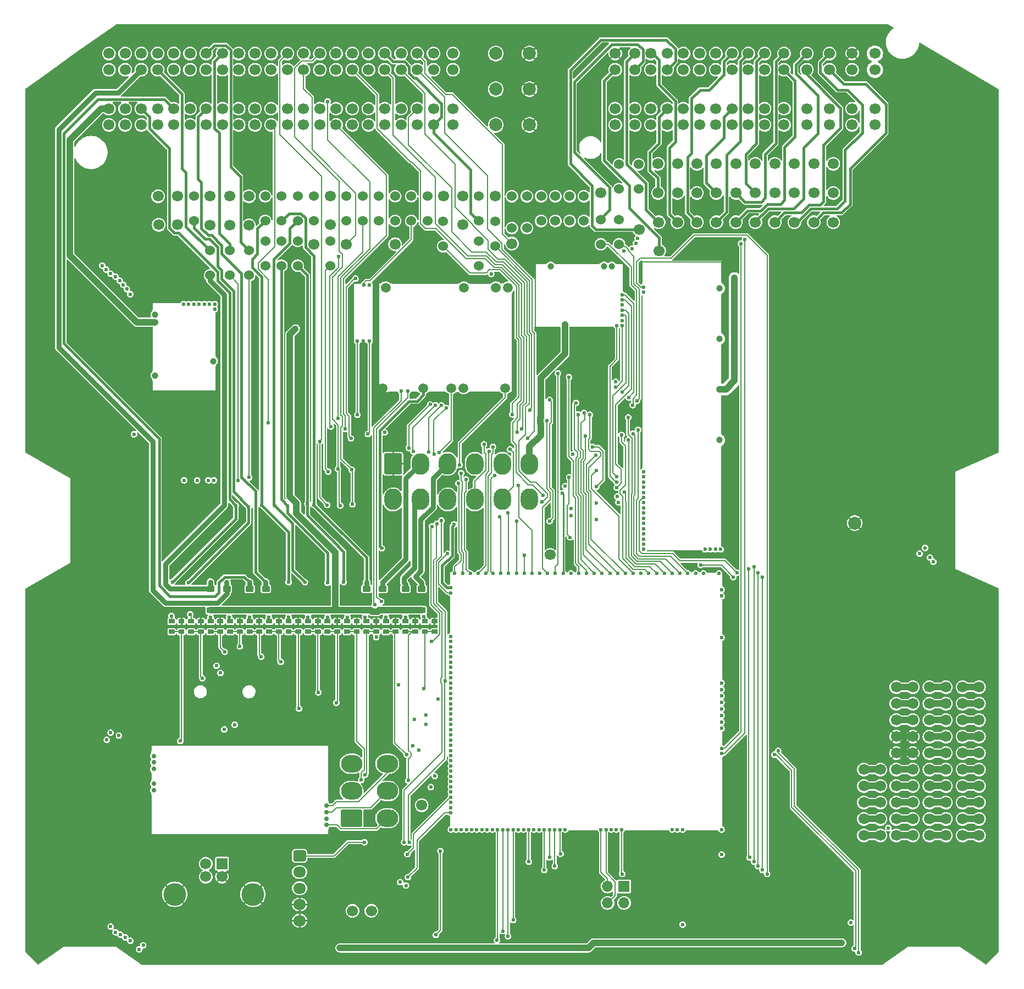
<source format=gbl>
G04 #@! TF.GenerationSoftware,KiCad,Pcbnew,7.0.11-7.0.11~ubuntu22.04.1*
G04 #@! TF.CreationDate,2024-03-21T14:40:54+00:00*
G04 #@! TF.ProjectId,hellen154hyundai,68656c6c-656e-4313-9534-6879756e6461,D*
G04 #@! TF.SameCoordinates,PX5f5e100PYc845880*
G04 #@! TF.FileFunction,Copper,L4,Bot*
G04 #@! TF.FilePolarity,Positive*
%FSLAX46Y46*%
G04 Gerber Fmt 4.6, Leading zero omitted, Abs format (unit mm)*
G04 Created by KiCad (PCBNEW 7.0.11-7.0.11~ubuntu22.04.1) date 2024-03-21 14:40:54*
%MOMM*%
%LPD*%
G01*
G04 APERTURE LIST*
G04 #@! TA.AperFunction,ComponentPad*
%ADD10C,1.700000*%
G04 #@! TD*
G04 #@! TA.AperFunction,ComponentPad*
%ADD11O,1.950000X1.700000*%
G04 #@! TD*
G04 #@! TA.AperFunction,ComponentPad*
%ADD12C,1.524000*%
G04 #@! TD*
G04 #@! TA.AperFunction,ComponentPad*
%ADD13C,2.000000*%
G04 #@! TD*
G04 #@! TA.AperFunction,SMDPad,CuDef*
%ADD14R,4.400000X0.200000*%
G04 #@! TD*
G04 #@! TA.AperFunction,SMDPad,CuDef*
%ADD15R,0.200000X1.200000*%
G04 #@! TD*
G04 #@! TA.AperFunction,SMDPad,CuDef*
%ADD16R,0.200000X6.800000*%
G04 #@! TD*
G04 #@! TA.AperFunction,SMDPad,CuDef*
%ADD17R,0.200000X4.000000*%
G04 #@! TD*
G04 #@! TA.AperFunction,SMDPad,CuDef*
%ADD18R,0.200000X1.800000*%
G04 #@! TD*
G04 #@! TA.AperFunction,SMDPad,CuDef*
%ADD19R,10.000000X0.200000*%
G04 #@! TD*
G04 #@! TA.AperFunction,ComponentPad*
%ADD20C,0.600000*%
G04 #@! TD*
G04 #@! TA.AperFunction,ComponentPad*
%ADD21C,1.000000*%
G04 #@! TD*
G04 #@! TA.AperFunction,ComponentPad*
%ADD22R,1.700000X1.700000*%
G04 #@! TD*
G04 #@! TA.AperFunction,ComponentPad*
%ADD23C,3.500000*%
G04 #@! TD*
G04 #@! TA.AperFunction,ComponentPad*
%ADD24C,0.700000*%
G04 #@! TD*
G04 #@! TA.AperFunction,SMDPad,CuDef*
%ADD25R,0.250000X1.100000*%
G04 #@! TD*
G04 #@! TA.AperFunction,SMDPad,CuDef*
%ADD26R,0.250000X0.980000*%
G04 #@! TD*
G04 #@! TA.AperFunction,SMDPad,CuDef*
%ADD27R,0.250000X6.300000*%
G04 #@! TD*
G04 #@! TA.AperFunction,SMDPad,CuDef*
%ADD28R,27.600000X0.250000*%
G04 #@! TD*
G04 #@! TA.AperFunction,SMDPad,CuDef*
%ADD29R,0.250000X8.750000*%
G04 #@! TD*
G04 #@! TA.AperFunction,SMDPad,CuDef*
%ADD30R,0.250000X0.950000*%
G04 #@! TD*
G04 #@! TA.AperFunction,SMDPad,CuDef*
%ADD31R,0.200000X4.400000*%
G04 #@! TD*
G04 #@! TA.AperFunction,SMDPad,CuDef*
%ADD32R,1.200000X0.200000*%
G04 #@! TD*
G04 #@! TA.AperFunction,SMDPad,CuDef*
%ADD33R,6.800000X0.200000*%
G04 #@! TD*
G04 #@! TA.AperFunction,SMDPad,CuDef*
%ADD34R,4.000000X0.200000*%
G04 #@! TD*
G04 #@! TA.AperFunction,SMDPad,CuDef*
%ADD35R,1.800000X0.200000*%
G04 #@! TD*
G04 #@! TA.AperFunction,SMDPad,CuDef*
%ADD36R,0.200000X10.000000*%
G04 #@! TD*
G04 #@! TA.AperFunction,ComponentPad*
%ADD37O,3.300000X2.700000*%
G04 #@! TD*
G04 #@! TA.AperFunction,SMDPad,CuDef*
%ADD38R,0.200000X2.300000*%
G04 #@! TD*
G04 #@! TA.AperFunction,SMDPad,CuDef*
%ADD39R,0.200000X10.700000*%
G04 #@! TD*
G04 #@! TA.AperFunction,SMDPad,CuDef*
%ADD40R,0.200000X2.100000*%
G04 #@! TD*
G04 #@! TA.AperFunction,SMDPad,CuDef*
%ADD41R,0.200000X6.000000*%
G04 #@! TD*
G04 #@! TA.AperFunction,SMDPad,CuDef*
%ADD42R,0.200000X5.400000*%
G04 #@! TD*
G04 #@! TA.AperFunction,SMDPad,CuDef*
%ADD43R,1.400000X0.200000*%
G04 #@! TD*
G04 #@! TA.AperFunction,SMDPad,CuDef*
%ADD44R,5.000000X0.200000*%
G04 #@! TD*
G04 #@! TA.AperFunction,SMDPad,CuDef*
%ADD45R,4.500000X0.200000*%
G04 #@! TD*
G04 #@! TA.AperFunction,SMDPad,CuDef*
%ADD46R,0.200000X1.600000*%
G04 #@! TD*
G04 #@! TA.AperFunction,SMDPad,CuDef*
%ADD47R,0.200000X5.700000*%
G04 #@! TD*
G04 #@! TA.AperFunction,SMDPad,CuDef*
%ADD48R,0.200000X2.000000*%
G04 #@! TD*
G04 #@! TA.AperFunction,ComponentPad*
%ADD49O,1.700000X1.700000*%
G04 #@! TD*
G04 #@! TA.AperFunction,SMDPad,CuDef*
%ADD50R,12.500000X0.200000*%
G04 #@! TD*
G04 #@! TA.AperFunction,SMDPad,CuDef*
%ADD51R,0.200000X3.300000*%
G04 #@! TD*
G04 #@! TA.AperFunction,SMDPad,CuDef*
%ADD52R,0.200000X3.500000*%
G04 #@! TD*
G04 #@! TA.AperFunction,SMDPad,CuDef*
%ADD53R,0.200000X26.650000*%
G04 #@! TD*
G04 #@! TA.AperFunction,SMDPad,CuDef*
%ADD54R,0.200000X15.400000*%
G04 #@! TD*
G04 #@! TA.AperFunction,SMDPad,CuDef*
%ADD55R,8.500000X0.200000*%
G04 #@! TD*
G04 #@! TA.AperFunction,ComponentPad*
%ADD56C,1.500000*%
G04 #@! TD*
G04 #@! TA.AperFunction,SMDPad,CuDef*
%ADD57O,3.300000X0.200000*%
G04 #@! TD*
G04 #@! TA.AperFunction,SMDPad,CuDef*
%ADD58O,10.200000X0.200000*%
G04 #@! TD*
G04 #@! TA.AperFunction,SMDPad,CuDef*
%ADD59O,0.300000X0.200000*%
G04 #@! TD*
G04 #@! TA.AperFunction,SMDPad,CuDef*
%ADD60O,0.200000X17.000000*%
G04 #@! TD*
G04 #@! TA.AperFunction,SMDPad,CuDef*
%ADD61O,0.200000X15.400000*%
G04 #@! TD*
G04 #@! TA.AperFunction,SMDPad,CuDef*
%ADD62O,4.800000X0.200000*%
G04 #@! TD*
G04 #@! TA.AperFunction,SMDPad,CuDef*
%ADD63O,2.600000X0.200000*%
G04 #@! TD*
G04 #@! TA.AperFunction,SMDPad,CuDef*
%ADD64O,1.000000X0.200000*%
G04 #@! TD*
G04 #@! TA.AperFunction,SMDPad,CuDef*
%ADD65O,1.500000X0.200000*%
G04 #@! TD*
G04 #@! TA.AperFunction,ComponentPad*
%ADD66O,2.700000X3.300000*%
G04 #@! TD*
G04 #@! TA.AperFunction,ComponentPad*
%ADD67C,0.599999*%
G04 #@! TD*
G04 #@! TA.AperFunction,SMDPad,CuDef*
%ADD68O,1.200000X0.200000*%
G04 #@! TD*
G04 #@! TA.AperFunction,SMDPad,CuDef*
%ADD69O,0.200000X9.300000*%
G04 #@! TD*
G04 #@! TA.AperFunction,SMDPad,CuDef*
%ADD70C,2.000000*%
G04 #@! TD*
G04 #@! TA.AperFunction,ViaPad*
%ADD71C,0.600000*%
G04 #@! TD*
G04 #@! TA.AperFunction,Conductor*
%ADD72C,1.000000*%
G04 #@! TD*
G04 #@! TA.AperFunction,Conductor*
%ADD73C,0.200000*%
G04 #@! TD*
G04 #@! TA.AperFunction,Conductor*
%ADD74C,0.400000*%
G04 #@! TD*
G04 #@! TA.AperFunction,Conductor*
%ADD75C,0.800000*%
G04 #@! TD*
G04 #@! TA.AperFunction,Conductor*
%ADD76C,0.250000*%
G04 #@! TD*
G04 APERTURE END LIST*
D10*
G04 #@! TO.P,P37,1,Pin_1*
G04 #@! TO.N,Net-(P37-Pin_1)*
X104500000Y128500000D03*
G04 #@! TD*
G04 #@! TO.P,J1,1,Pin_1*
G04 #@! TO.N,/VBUS*
G04 #@! TA.AperFunction,ComponentPad*
G36*
G01*
X48575000Y22650000D02*
X50025000Y22650000D01*
G75*
G02*
X50275000Y22400000I0J-250000D01*
G01*
X50275000Y21200000D01*
G75*
G02*
X50025000Y20950000I-250000J0D01*
G01*
X48575000Y20950000D01*
G75*
G02*
X48325000Y21200000I0J250000D01*
G01*
X48325000Y22400000D01*
G75*
G02*
X48575000Y22650000I250000J0D01*
G01*
G37*
G04 #@! TD.AperFunction*
D11*
G04 #@! TO.P,J1,2,Pin_2*
G04 #@! TO.N,/USB-*
X49300000Y19300000D03*
G04 #@! TO.P,J1,3,Pin_3*
G04 #@! TO.N,/USB+*
X49300000Y16800000D03*
G04 #@! TO.P,J1,4,Pin_4*
G04 #@! TO.N,GND*
X49300000Y14300000D03*
G04 #@! TO.P,J1,5,Pin_5*
X49300000Y11800000D03*
G04 #@! TD*
D10*
G04 #@! TO.P,P33,1,Pin_1*
G04 #@! TO.N,Net-(P33-Pin_1)*
X128500000Y119500000D03*
G04 #@! TD*
G04 #@! TO.P,P46,1,Pin_1*
G04 #@! TO.N,Net-(P46-Pin_1)*
X113500000Y124000000D03*
G04 #@! TD*
D12*
G04 #@! TO.P,F1,1,1*
G04 #@! TO.N,Net-(P1B-4)*
X84300000Y123500000D03*
G04 #@! TO.P,F1,2,2*
G04 #@! TO.N,+12V_FROM_MAIN_RELAY*
X84300000Y118600000D03*
G04 #@! TD*
D10*
G04 #@! TO.P,P85,1,Pin_1*
G04 #@! TO.N,Net-(M1-USBID)*
X68100000Y29600000D03*
G04 #@! TD*
G04 #@! TO.P,P53,1,Pin_1*
G04 #@! TO.N,Net-(P53-Pin_1)*
X122500000Y128500000D03*
G04 #@! TD*
G04 #@! TO.P,G9,1*
G04 #@! TO.N,Net-(G9-Pad1)*
X151406545Y24944788D03*
G04 #@! TO.P,G9,2*
G04 #@! TO.N,Net-(G9-Pad2)*
X151406545Y27484788D03*
G04 #@! TO.P,G9,3*
G04 #@! TO.N,Net-(G9-Pad3)*
X151406545Y30024788D03*
G04 #@! TO.P,G9,4*
G04 #@! TO.N,Net-(G9-Pad4)*
X151406545Y32564788D03*
G04 #@! TO.P,G9,5*
G04 #@! TO.N,Net-(G9-Pad10)*
X151406545Y35104788D03*
G04 #@! TO.P,G9,6*
G04 #@! TO.N,Net-(G9-Pad1)*
X153946545Y24944788D03*
G04 #@! TO.P,G9,7*
G04 #@! TO.N,Net-(G9-Pad2)*
X153946545Y27484788D03*
G04 #@! TO.P,G9,8*
G04 #@! TO.N,Net-(G9-Pad3)*
X153946545Y30024788D03*
G04 #@! TO.P,G9,9*
G04 #@! TO.N,Net-(G9-Pad4)*
X153946545Y32564788D03*
G04 #@! TO.P,G9,10*
G04 #@! TO.N,Net-(G9-Pad10)*
X153946545Y35104788D03*
G04 #@! TD*
G04 #@! TO.P,P14,1,Pin_1*
G04 #@! TO.N,Net-(P14-Pin_1)*
X79400000Y123505000D03*
G04 #@! TD*
G04 #@! TO.P,P1,1,1*
G04 #@! TO.N,/OUT_IGN4*
X137912500Y145500000D03*
G04 #@! TO.P,P1,2,2*
G04 #@! TO.N,GND*
X134412500Y145500000D03*
G04 #@! TO.P,P1,3,3*
G04 #@! TO.N,Net-(P23-Pin_1)*
X130912500Y145500000D03*
G04 #@! TO.P,P1,4,4*
G04 #@! TO.N,Net-(P24-Pin_1)*
X127412500Y145500000D03*
G04 #@! TO.P,P1,5,5*
G04 #@! TO.N,Net-(P25-Pin_1)*
X123912500Y145500000D03*
G04 #@! TO.P,P1,6,6*
G04 #@! TO.N,Net-(P26-Pin_1)*
X120912500Y145500000D03*
G04 #@! TO.P,P1,7,7*
G04 #@! TO.N,Net-(P27-Pin_1)*
X118412500Y145500000D03*
G04 #@! TO.P,P1,8,8*
G04 #@! TO.N,Net-(P28-Pin_1)*
X115912500Y145500000D03*
G04 #@! TO.P,P1,9,9*
G04 #@! TO.N,Net-(P29-Pin_1)*
X113412500Y145500000D03*
G04 #@! TO.P,P1,10,10*
G04 #@! TO.N,unconnected-(P1-Pad10)*
X110912500Y145500000D03*
G04 #@! TO.P,P1,11,11*
G04 #@! TO.N,unconnected-(P1-Pad11)*
X108412500Y145500000D03*
G04 #@! TO.P,P1,12,12*
G04 #@! TO.N,unconnected-(P1-Pad12)*
X105912500Y145500000D03*
G04 #@! TO.P,P1,13,13*
G04 #@! TO.N,Net-(P30-Pin_1)*
X103412500Y145500000D03*
G04 #@! TO.P,P1,14,14*
G04 #@! TO.N,Net-(P31-Pin_1)*
X100912500Y145500000D03*
G04 #@! TO.P,P1,15,15*
G04 #@! TO.N,GND*
X97912500Y145500000D03*
G04 #@! TO.P,P1,16,16*
G04 #@! TO.N,/OUT_IGN2*
X137912500Y143000000D03*
G04 #@! TO.P,P1,17,17*
G04 #@! TO.N,Net-(P32-Pin_1)*
X134412500Y143000000D03*
G04 #@! TO.P,P1,18,18*
G04 #@! TO.N,Net-(P33-Pin_1)*
X130912500Y143000000D03*
G04 #@! TO.P,P1,19,19*
G04 #@! TO.N,Net-(P34-Pin_1)*
X127412500Y143000000D03*
G04 #@! TO.P,P1,20,20*
G04 #@! TO.N,Net-(P35-Pin_1)*
X123912500Y143000000D03*
G04 #@! TO.P,P1,21,21*
G04 #@! TO.N,unconnected-(P1-Pad21)*
X120912500Y143000000D03*
G04 #@! TO.P,P1,22,22*
G04 #@! TO.N,unconnected-(P1-Pad22)*
X118412500Y143000000D03*
G04 #@! TO.P,P1,23,23*
G04 #@! TO.N,unconnected-(P1-Pad23)*
X115912500Y143000000D03*
G04 #@! TO.P,P1,24,24*
G04 #@! TO.N,unconnected-(P1-Pad24)*
X113412500Y143000000D03*
G04 #@! TO.P,P1,25,25*
G04 #@! TO.N,Net-(P36-Pin_1)*
X110912500Y143000000D03*
G04 #@! TO.P,P1,26,26*
G04 #@! TO.N,Net-(P37-Pin_1)*
X108412500Y143000000D03*
G04 #@! TO.P,P1,27,27*
G04 #@! TO.N,Net-(P38-Pin_1)*
X105912500Y143000000D03*
G04 #@! TO.P,P1,28,28*
G04 #@! TO.N,unconnected-(P1-Pad28)*
X103412500Y143000000D03*
G04 #@! TO.P,P1,29,29*
G04 #@! TO.N,Net-(P1-Pad29)*
X100912500Y143000000D03*
G04 #@! TO.P,P1,30,30*
G04 #@! TO.N,Net-(P39-Pin_1)*
X97912500Y143000000D03*
G04 #@! TO.P,P1,31,31*
G04 #@! TO.N,/OUT_IGN1*
X137912500Y137000000D03*
G04 #@! TO.P,P1,32,32*
G04 #@! TO.N,Net-(P40-Pin_1)*
X134412500Y137000000D03*
G04 #@! TO.P,P1,33,33*
G04 #@! TO.N,Net-(P41-Pin_1)*
X130912500Y137000000D03*
G04 #@! TO.P,P1,34,34*
G04 #@! TO.N,Net-(P42-Pin_1)*
X127412500Y137000000D03*
G04 #@! TO.P,P1,35,35*
G04 #@! TO.N,Net-(P43-Pin_1)*
X123912500Y137000000D03*
G04 #@! TO.P,P1,36,36*
G04 #@! TO.N,Net-(P44-Pin_1)*
X120912500Y137000000D03*
G04 #@! TO.P,P1,37,37*
G04 #@! TO.N,Net-(P45-Pin_1)*
X118412500Y137000000D03*
G04 #@! TO.P,P1,38,38*
G04 #@! TO.N,Net-(P46-Pin_1)*
X115912500Y137000000D03*
G04 #@! TO.P,P1,39,39*
G04 #@! TO.N,unconnected-(P1-Pad39)*
X113412500Y137000000D03*
G04 #@! TO.P,P1,40,40*
G04 #@! TO.N,Net-(P47-Pin_1)*
X110912500Y137000000D03*
G04 #@! TO.P,P1,41,41*
G04 #@! TO.N,unconnected-(P1-Pad41)*
X108412500Y137000000D03*
G04 #@! TO.P,P1,42,42*
G04 #@! TO.N,Net-(P48-Pin_1)*
X105912500Y137000000D03*
G04 #@! TO.P,P1,43,43*
G04 #@! TO.N,Net-(P1-Pad43)*
X103412500Y137000000D03*
G04 #@! TO.P,P1,44,44*
G04 #@! TO.N,Net-(P49-Pin_1)*
X100912500Y137000000D03*
G04 #@! TO.P,P1,45,45*
G04 #@! TO.N,Net-(P1-Pad45)*
X97912500Y137000000D03*
G04 #@! TO.P,P1,46,46*
G04 #@! TO.N,/OUT_IGN3*
X137912500Y134500000D03*
G04 #@! TO.P,P1,47,47*
G04 #@! TO.N,Net-(P50-Pin_1)*
X134412500Y134500000D03*
G04 #@! TO.P,P1,48,48*
G04 #@! TO.N,Net-(P51-Pin_1)*
X130912500Y134500000D03*
G04 #@! TO.P,P1,49,49*
G04 #@! TO.N,Net-(P52-Pin_1)*
X127412500Y134500000D03*
G04 #@! TO.P,P1,50,50*
G04 #@! TO.N,Net-(P53-Pin_1)*
X123912500Y134500000D03*
G04 #@! TO.P,P1,51,51*
G04 #@! TO.N,unconnected-(P1-Pad51)*
X120912500Y134500000D03*
G04 #@! TO.P,P1,52,52*
G04 #@! TO.N,unconnected-(P1-Pad52)*
X118412500Y134500000D03*
G04 #@! TO.P,P1,53,53*
G04 #@! TO.N,Net-(P54-Pin_1)*
X115912500Y134500000D03*
G04 #@! TO.P,P1,54,54*
G04 #@! TO.N,Net-(P55-Pin_1)*
X113412500Y134500000D03*
G04 #@! TO.P,P1,55,55*
G04 #@! TO.N,unconnected-(P1-Pad55)*
X110912500Y134500000D03*
G04 #@! TO.P,P1,56,56*
G04 #@! TO.N,unconnected-(P1-Pad56)*
X108412500Y134500000D03*
G04 #@! TO.P,P1,57,57*
G04 #@! TO.N,Net-(P1-Pad57)*
X105912500Y134500000D03*
G04 #@! TO.P,P1,58,58*
G04 #@! TO.N,Net-(P1-Pad58)*
X103412500Y134500000D03*
G04 #@! TO.P,P1,59,59*
G04 #@! TO.N,unconnected-(P1-Pad59)*
X100912500Y134500000D03*
G04 #@! TO.P,P1,60,60*
G04 #@! TO.N,Net-(P1-Pad60)*
X97912500Y134500000D03*
D13*
G04 #@! TO.P,P1,61,1*
G04 #@! TO.N,GND*
X84712500Y145500000D03*
G04 #@! TO.P,P1,62,2*
G04 #@! TO.N,Net-(P1B-2)*
X79512500Y145500000D03*
G04 #@! TO.P,P1,63,3*
G04 #@! TO.N,GND*
X84712500Y140000000D03*
G04 #@! TO.P,P1,64,4*
G04 #@! TO.N,Net-(P1B-4)*
X79512500Y140000000D03*
G04 #@! TO.P,P1,65,5*
G04 #@! TO.N,GND*
X84712500Y134500000D03*
G04 #@! TO.P,P1,66,6*
G04 #@! TO.N,Net-(P1B-6)*
X79512500Y134500000D03*
D10*
G04 #@! TO.P,P1,67,7*
G04 #@! TO.N,unconnected-(P1B-7-Pad67)*
X72912500Y145500000D03*
G04 #@! TO.P,P1,68,8*
G04 #@! TO.N,Net-(P1B-8)*
X69912500Y145500000D03*
G04 #@! TO.P,P1,69,9*
G04 #@! TO.N,Net-(P1B-9)*
X67412500Y145500000D03*
G04 #@! TO.P,P1,70,10*
G04 #@! TO.N,Net-(P1B-10)*
X64912500Y145500000D03*
G04 #@! TO.P,P1,71,11*
G04 #@! TO.N,GNDA*
X62412500Y145500000D03*
G04 #@! TO.P,P1,72,12*
G04 #@! TO.N,Net-(P1B-12)*
X59912500Y145500000D03*
G04 #@! TO.P,P1,73,13*
G04 #@! TO.N,GNDA*
X57412500Y145500000D03*
G04 #@! TO.P,P1,74,14*
X54912500Y145500000D03*
G04 #@! TO.P,P1,75,15*
G04 #@! TO.N,/IN_CAM2*
X52412500Y145500000D03*
G04 #@! TO.P,P1,76,16*
G04 #@! TO.N,GNDA*
X49912500Y145500000D03*
G04 #@! TO.P,P1,77,17*
G04 #@! TO.N,/IN_CRANK*
X47412500Y145500000D03*
G04 #@! TO.P,P1,78,18*
G04 #@! TO.N,Net-(P1B-18)*
X44912500Y145500000D03*
G04 #@! TO.P,P1,79,19*
G04 #@! TO.N,Net-(P1B-19)*
X42412500Y145500000D03*
G04 #@! TO.P,P1,80,20*
G04 #@! TO.N,Net-(P1B-20)*
X39912500Y145500000D03*
G04 #@! TO.P,P1,81,21*
G04 #@! TO.N,Net-(P1B-21)*
X37412500Y145500000D03*
G04 #@! TO.P,P1,82,22*
G04 #@! TO.N,Net-(P1B-22)*
X34912500Y145500000D03*
G04 #@! TO.P,P1,83,23*
G04 #@! TO.N,unconnected-(P1B-23-Pad83)*
X32412500Y145500000D03*
G04 #@! TO.P,P1,84,24*
G04 #@! TO.N,unconnected-(P1B-24-Pad84)*
X29912500Y145500000D03*
G04 #@! TO.P,P1,85,25*
G04 #@! TO.N,/OUT_INJ1*
X27412500Y145500000D03*
G04 #@! TO.P,P1,86,26*
G04 #@! TO.N,/OUT_INJ2*
X24912500Y145500000D03*
G04 #@! TO.P,P1,87,27*
G04 #@! TO.N,/OUT_INJ3*
X22412500Y145500000D03*
G04 #@! TO.P,P1,88,28*
G04 #@! TO.N,/OUT_INJ4*
X19912500Y145500000D03*
G04 #@! TO.P,P1,89,29*
G04 #@! TO.N,unconnected-(P1B-29-Pad89)*
X72912500Y143000000D03*
G04 #@! TO.P,P1,90,30*
G04 #@! TO.N,Net-(P1B-30)*
X69912500Y143000000D03*
G04 #@! TO.P,P1,91,31*
G04 #@! TO.N,/IN_MAP1*
X67412500Y143000000D03*
G04 #@! TO.P,P1,92,32*
G04 #@! TO.N,/IN_TPS2*
X64912500Y143000000D03*
G04 #@! TO.P,P1,93,33*
G04 #@! TO.N,/IN_CLT*
X62412500Y143000000D03*
G04 #@! TO.P,P1,94,34*
G04 #@! TO.N,GNDA*
X59912500Y143000000D03*
G04 #@! TO.P,P1,95,35*
G04 #@! TO.N,/IN_PPS2*
X57412500Y143000000D03*
G04 #@! TO.P,P1,96,36*
G04 #@! TO.N,Net-(P1B-36)*
X54912500Y143000000D03*
G04 #@! TO.P,P1,97,37*
G04 #@! TO.N,GNDA*
X52412500Y143000000D03*
G04 #@! TO.P,P1,98,38*
G04 #@! TO.N,Net-(P1B-38)*
X49912500Y143000000D03*
G04 #@! TO.P,P1,99,39*
G04 #@! TO.N,GNDA*
X47412500Y143000000D03*
G04 #@! TO.P,P1,100,40*
G04 #@! TO.N,Net-(P1B-40)*
X44912500Y143000000D03*
G04 #@! TO.P,P1,101,41*
G04 #@! TO.N,unconnected-(P1B-41-Pad101)*
X42412500Y143000000D03*
G04 #@! TO.P,P1,102,42*
G04 #@! TO.N,Net-(P1B-42)*
X39912500Y143000000D03*
G04 #@! TO.P,P1,103,43*
G04 #@! TO.N,Net-(P1B-43)*
X37412500Y143000000D03*
G04 #@! TO.P,P1,104,44*
G04 #@! TO.N,GNDA*
X34912500Y143000000D03*
G04 #@! TO.P,P1,105,45*
G04 #@! TO.N,unconnected-(P1B-45-Pad105)*
X32412500Y143000000D03*
G04 #@! TO.P,P1,106,46*
G04 #@! TO.N,Net-(P1B-46)*
X29912500Y143000000D03*
G04 #@! TO.P,P1,107,47*
G04 #@! TO.N,Net-(P1B-47)*
X27412500Y143000000D03*
G04 #@! TO.P,P1,108,48*
G04 #@! TO.N,/OUT_RCV*
X24912500Y143000000D03*
G04 #@! TO.P,P1,109,49*
G04 #@! TO.N,unconnected-(P1B-49-Pad109)*
X22412500Y143000000D03*
G04 #@! TO.P,P1,110,50*
G04 #@! TO.N,Net-(P10-Pin_1)*
X19912500Y143000000D03*
G04 #@! TO.P,P1,111,51*
G04 #@! TO.N,Net-(P1B-51)*
X72912500Y137000000D03*
G04 #@! TO.P,P1,112,52*
G04 #@! TO.N,Net-(P1B-52)*
X69912500Y137000000D03*
G04 #@! TO.P,P1,113,53*
G04 #@! TO.N,/IN_IAT*
X67412500Y137000000D03*
G04 #@! TO.P,P1,114,54*
G04 #@! TO.N,Net-(P1B-54)*
X64912500Y137000000D03*
G04 #@! TO.P,P1,115,55*
G04 #@! TO.N,unconnected-(P1B-55-Pad115)*
X62412500Y137000000D03*
G04 #@! TO.P,P1,116,56*
G04 #@! TO.N,Net-(P11-Pin_1)*
X59912500Y137000000D03*
G04 #@! TO.P,P1,117,57*
G04 #@! TO.N,GNDA*
X57412500Y137000000D03*
G04 #@! TO.P,P1,118,58*
G04 #@! TO.N,Net-(P1B-58)*
X54912500Y137000000D03*
G04 #@! TO.P,P1,119,59*
G04 #@! TO.N,GNDA*
X52412500Y137000000D03*
G04 #@! TO.P,P1,120,60*
G04 #@! TO.N,Net-(P1B-60)*
X49912500Y137000000D03*
G04 #@! TO.P,P1,121,61*
G04 #@! TO.N,GNDA*
X47412500Y137000000D03*
G04 #@! TO.P,P1,122,62*
G04 #@! TO.N,/IN_CAM1*
X44912500Y137000000D03*
G04 #@! TO.P,P1,123,63*
G04 #@! TO.N,Net-(P1B-63)*
X42412500Y137000000D03*
G04 #@! TO.P,P1,124,64*
G04 #@! TO.N,Net-(P1B-64)*
X39912500Y137000000D03*
G04 #@! TO.P,P1,125,65*
G04 #@! TO.N,Net-(P1B-65)*
X37412500Y137000000D03*
G04 #@! TO.P,P1,126,66*
G04 #@! TO.N,/OUT_CVVT1*
X34912500Y137000000D03*
G04 #@! TO.P,P1,127,67*
G04 #@! TO.N,Net-(P12-Pin_1)*
X32412500Y137000000D03*
G04 #@! TO.P,P1,128,68*
G04 #@! TO.N,/OUT_CVVT2*
X29912500Y137000000D03*
G04 #@! TO.P,P1,129,69*
G04 #@! TO.N,Net-(P13-Pin_1)*
X27412500Y137000000D03*
G04 #@! TO.P,P1,130,70*
G04 #@! TO.N,/OUT_FUEL_PUMP_RELAY*
X24912500Y137000000D03*
G04 #@! TO.P,P1,131,71*
G04 #@! TO.N,/OUT_ETB2*
X22412500Y137000000D03*
G04 #@! TO.P,P1,132,72*
G04 #@! TO.N,/OUT_ETB1*
X19912500Y137000000D03*
G04 #@! TO.P,P1,133,73*
G04 #@! TO.N,Net-(P14-Pin_1)*
X72912500Y134500000D03*
G04 #@! TO.P,P1,134,74*
G04 #@! TO.N,GNDA*
X69912500Y134500000D03*
G04 #@! TO.P,P1,135,75*
G04 #@! TO.N,Net-(P15-Pin_1)*
X67412500Y134500000D03*
G04 #@! TO.P,P1,136,76*
G04 #@! TO.N,Net-(P16-Pin_1)*
X64912500Y134500000D03*
G04 #@! TO.P,P1,137,77*
G04 #@! TO.N,Net-(P1B-77)*
X62412500Y134500000D03*
G04 #@! TO.P,P1,138,78*
G04 #@! TO.N,Net-(P1B-78)*
X59912500Y134500000D03*
G04 #@! TO.P,P1,139,79*
G04 #@! TO.N,GNDA*
X57412500Y134500000D03*
G04 #@! TO.P,P1,140,80*
G04 #@! TO.N,/IN_TPS1*
X54912500Y134500000D03*
G04 #@! TO.P,P1,141,81*
G04 #@! TO.N,unconnected-(P1B-81-Pad141)*
X52412500Y134500000D03*
G04 #@! TO.P,P1,142,82*
G04 #@! TO.N,/IN_PPS1*
X49912500Y134500000D03*
G04 #@! TO.P,P1,143,83*
G04 #@! TO.N,GNDA*
X47412500Y134500000D03*
G04 #@! TO.P,P1,144,84*
G04 #@! TO.N,/IN_WBO*
X44912500Y134500000D03*
G04 #@! TO.P,P1,145,85*
G04 #@! TO.N,GNDA*
X42412500Y134500000D03*
G04 #@! TO.P,P1,146,86*
G04 #@! TO.N,Net-(P1B-86)*
X39912500Y134500000D03*
G04 #@! TO.P,P1,147,87*
G04 #@! TO.N,Net-(P1B-87)*
X37412500Y134500000D03*
G04 #@! TO.P,P1,148,88*
G04 #@! TO.N,Net-(P1B-88)*
X34912500Y134500000D03*
G04 #@! TO.P,P1,149,89*
G04 #@! TO.N,Net-(P18-Pin_1)*
X32412500Y134500000D03*
G04 #@! TO.P,P1,150,90*
G04 #@! TO.N,Net-(P19-Pin_1)*
X29912500Y134500000D03*
G04 #@! TO.P,P1,151,91*
G04 #@! TO.N,Net-(P1B-91)*
X27412500Y134500000D03*
G04 #@! TO.P,P1,152,92*
G04 #@! TO.N,Net-(P1B-92)*
X24912500Y134500000D03*
G04 #@! TO.P,P1,153,93*
G04 #@! TO.N,Net-(P1B-93)*
X22412500Y134500000D03*
G04 #@! TO.P,P1,154,94*
G04 #@! TO.N,Net-(P1B-94)*
X19912500Y134500000D03*
G04 #@! TD*
D12*
G04 #@! TO.P,R17,1,1*
G04 #@! TO.N,/IN_WASTEGATE_POS*
X41500000Y111295000D03*
G04 #@! TO.P,R17,2,2*
G04 #@! TO.N,Net-(P1B-22)*
X41500000Y115105000D03*
G04 #@! TD*
D10*
G04 #@! TO.P,P45,1,Pin_1*
G04 #@! TO.N,Net-(P45-Pin_1)*
X116500000Y128500000D03*
G04 #@! TD*
D12*
G04 #@! TO.P,R30,1,1*
G04 #@! TO.N,/OUT_WGT*
X35500000Y111295000D03*
G04 #@! TO.P,R30,2,2*
G04 #@! TO.N,Net-(P1B-47)*
X35500000Y115105000D03*
G04 #@! TD*
D10*
G04 #@! TO.P,P31,1,Pin_1*
G04 #@! TO.N,Net-(P31-Pin_1)*
X104600000Y119500000D03*
G04 #@! TD*
G04 #@! TO.P,P87,1,Pin_1*
G04 #@! TO.N,Net-(M6-CANH)*
X60350003Y13325003D03*
G04 #@! TD*
G04 #@! TO.P,P25,1,Pin_1*
G04 #@! TO.N,Net-(P25-Pin_1)*
X116500000Y124000000D03*
G04 #@! TD*
G04 #@! TO.P,P3,1,Pin_1*
G04 #@! TO.N,Net-(P1B-9)*
X82000000Y116200000D03*
G04 #@! TD*
D12*
G04 #@! TO.P,R52,1,1*
G04 #@! TO.N,/OUT_AC_RELAY*
X46500000Y119695000D03*
G04 #@! TO.P,R52,2,2*
G04 #@! TO.N,Net-(P1B-87)*
X46500000Y123505000D03*
G04 #@! TD*
D10*
G04 #@! TO.P,P42,1,Pin_1*
G04 #@! TO.N,Net-(P42-Pin_1)*
X125500000Y124000000D03*
G04 #@! TD*
D14*
G04 #@! TO.P,M3,G,GND*
G04 #@! TO.N,GND*
X28725000Y107075000D03*
D15*
X26625000Y106575000D03*
D16*
X36425000Y102175000D03*
X26625000Y99975000D03*
D17*
X36425000Y95375000D03*
D18*
X26625000Y94275000D03*
D19*
X31525000Y93475000D03*
D20*
G04 #@! TO.P,M3,N1,MOSI*
G04 #@! TO.N,/SPI3_MOSI*
X36225000Y106075000D03*
D21*
G04 #@! TO.P,M3,N2,12V_IN*
G04 #@! TO.N,+12V_FROM_MAIN_RELAY*
X36025000Y98075000D03*
G04 #@! TO.P,M3,S1,12V_IN*
G04 #@! TO.N,unconnected-(M3-12V_IN-PadS1)*
X27025000Y105275000D03*
G04 #@! TO.P,M3,S2,OUT-*
G04 #@! TO.N,/OUT_ETB1*
X27025000Y104075000D03*
G04 #@! TO.P,M3,S3,OUT+*
G04 #@! TO.N,/OUT_ETB2*
X27025000Y95875000D03*
D20*
G04 #@! TO.P,M3,W1,DIS*
G04 #@! TO.N,/ETB_DIS*
X36225000Y106875000D03*
G04 #@! TO.P,M3,W2,PWM*
G04 #@! TO.N,/ETB_PWM*
X35425000Y106875000D03*
G04 #@! TO.P,M3,W3,SCLK*
G04 #@! TO.N,/SPI3_SCK*
X34625000Y106875000D03*
G04 #@! TO.P,M3,W4,DIR*
G04 #@! TO.N,/ETB_DIR*
X33825000Y106875000D03*
G04 #@! TO.P,M3,W5,3V3_IN*
G04 #@! TO.N,+3V3*
X33025000Y106875000D03*
G04 #@! TO.P,M3,W6,MISO*
G04 #@! TO.N,/SPI3_MISO*
X32225000Y106875000D03*
G04 #@! TO.P,M3,W7,~CS*
G04 #@! TO.N,/SPI3_CS_ETB*
X31425000Y106875000D03*
G04 #@! TD*
D12*
G04 #@! TO.P,R28,1,1*
G04 #@! TO.N,/IN_VSS*
X54000000Y112795000D03*
G04 #@! TO.P,R28,2,2*
G04 #@! TO.N,Net-(P1B-40)*
X54000000Y116605000D03*
G04 #@! TD*
D10*
G04 #@! TO.P,P24,1,Pin_1*
G04 #@! TO.N,Net-(P24-Pin_1)*
X119500000Y119500000D03*
G04 #@! TD*
D22*
G04 #@! TO.P,J40,1,VBUS*
G04 #@! TO.N,/VBUS*
X37337501Y20584160D03*
D10*
G04 #@! TO.P,J40,2,D-*
G04 #@! TO.N,/USB-*
X34837501Y20584160D03*
G04 #@! TO.P,J40,3,D+*
G04 #@! TO.N,/USB+*
X34837501Y18584160D03*
G04 #@! TO.P,J40,4,GND*
G04 #@! TO.N,GND*
X37337501Y18584160D03*
D23*
G04 #@! TO.P,J40,5,Shield*
X42107501Y15874160D03*
X30067501Y15874160D03*
G04 #@! TD*
D10*
G04 #@! TO.P,P86,1,Pin_1*
G04 #@! TO.N,Net-(M6-CANL)*
X57450003Y13325003D03*
G04 #@! TD*
G04 #@! TO.P,G7,1*
G04 #@! TO.N,Net-(G7-Pad1)*
X141206545Y24944788D03*
G04 #@! TO.P,G7,2*
G04 #@! TO.N,Net-(G7-Pad2)*
X141206545Y27484788D03*
G04 #@! TO.P,G7,3*
G04 #@! TO.N,Net-(G7-Pad3)*
X141206545Y30024788D03*
G04 #@! TO.P,G7,4*
G04 #@! TO.N,Net-(G7-Pad4)*
X141206545Y32564788D03*
G04 #@! TO.P,G7,5*
G04 #@! TO.N,Net-(G7-Pad10)*
X141206545Y35104788D03*
G04 #@! TO.P,G7,6*
G04 #@! TO.N,Net-(G7-Pad1)*
X143746545Y24944788D03*
G04 #@! TO.P,G7,7*
G04 #@! TO.N,Net-(G7-Pad2)*
X143746545Y27484788D03*
G04 #@! TO.P,G7,8*
G04 #@! TO.N,Net-(G7-Pad3)*
X143746545Y30024788D03*
G04 #@! TO.P,G7,9*
G04 #@! TO.N,Net-(G7-Pad4)*
X143746545Y32564788D03*
G04 #@! TO.P,G7,10*
G04 #@! TO.N,Net-(G7-Pad10)*
X143746545Y35104788D03*
G04 #@! TD*
G04 #@! TO.P,P10,1,Pin_1*
G04 #@! TO.N,Net-(P10-Pin_1)*
X27600000Y119100000D03*
G04 #@! TD*
G04 #@! TO.P,P29,1,Pin_1*
G04 #@! TO.N,Net-(P29-Pin_1)*
X110500000Y124000000D03*
G04 #@! TD*
G04 #@! TO.P,P41,1,Pin_1*
G04 #@! TO.N,Net-(P41-Pin_1)*
X128500000Y124000000D03*
G04 #@! TD*
G04 #@! TO.P,P51,1,Pin_1*
G04 #@! TO.N,Net-(P51-Pin_1)*
X128500000Y128500000D03*
G04 #@! TD*
D12*
G04 #@! TO.P,R32,1,1*
G04 #@! TO.N,GNDA*
X76900000Y119695000D03*
G04 #@! TO.P,R32,2,2*
G04 #@! TO.N,Net-(P1B-52)*
X76900000Y123505000D03*
G04 #@! TD*
D10*
G04 #@! TO.P,P44,1,Pin_1*
G04 #@! TO.N,Net-(P44-Pin_1)*
X119500000Y128500000D03*
G04 #@! TD*
D12*
G04 #@! TO.P,R58,1,1*
G04 #@! TO.N,/IN_AC_ON*
X101500000Y124595000D03*
G04 #@! TO.P,R58,2,2*
G04 #@! TO.N,Net-(P1-Pad57)*
X101500000Y128405000D03*
G04 #@! TD*
D10*
G04 #@! TO.P,P13,1,Pin_1*
G04 #@! TO.N,Net-(P13-Pin_1)*
X35500000Y119000000D03*
G04 #@! TD*
G04 #@! TO.P,G5,1*
G04 #@! TO.N,Net-(G5-Pad1)*
X146306545Y37644788D03*
G04 #@! TO.P,G5,2*
G04 #@! TO.N,Net-(G5-Pad2)*
X146306545Y40184788D03*
G04 #@! TO.P,G5,3*
G04 #@! TO.N,Net-(G5-Pad3)*
X146306545Y42724788D03*
G04 #@! TO.P,G5,4*
G04 #@! TO.N,Net-(G5-Pad4)*
X146306545Y45264788D03*
G04 #@! TO.P,G5,5*
G04 #@! TO.N,Net-(G5-Pad10)*
X146306545Y47804788D03*
G04 #@! TO.P,G5,6*
G04 #@! TO.N,Net-(G5-Pad1)*
X148846545Y37644788D03*
G04 #@! TO.P,G5,7*
G04 #@! TO.N,Net-(G5-Pad2)*
X148846545Y40184788D03*
G04 #@! TO.P,G5,8*
G04 #@! TO.N,Net-(G5-Pad3)*
X148846545Y42724788D03*
G04 #@! TO.P,G5,9*
G04 #@! TO.N,Net-(G5-Pad4)*
X148846545Y45264788D03*
G04 #@! TO.P,G5,10*
G04 #@! TO.N,Net-(G5-Pad10)*
X148846545Y47804788D03*
G04 #@! TD*
G04 #@! TO.P,P7,1,Pin_1*
G04 #@! TO.N,Net-(P1B-38)*
X56500000Y116100000D03*
G04 #@! TD*
G04 #@! TO.P,P23,1,Pin_1*
G04 #@! TO.N,Net-(P23-Pin_1)*
X125500000Y119500000D03*
G04 #@! TD*
D24*
G04 #@! TO.P,M5,E1,LSU_Un*
G04 #@! TO.N,/WBO_Un*
X53400000Y26550000D03*
G04 #@! TO.P,M5,E2,LSU_Vm*
G04 #@! TO.N,/WBO_Vm*
X53400000Y29550000D03*
G04 #@! TO.P,M5,E3,LSU_Ip*
G04 #@! TO.N,/WBO_Ip*
X53400000Y28550000D03*
G04 #@! TO.P,M5,E4,LSU_Rtrim*
G04 #@! TO.N,/WBO_Rtrim*
X53400000Y27550000D03*
D25*
G04 #@! TO.P,M5,G,GND*
G04 #@! TO.N,GND*
X26425000Y38400000D03*
D26*
X26425000Y34060000D03*
D27*
X26425000Y28100000D03*
D28*
X40100000Y38825000D03*
X40100000Y25075000D03*
D29*
X53775000Y34575000D03*
D30*
X53775000Y25425000D03*
D24*
G04 #@! TO.P,M5,W1,V5_IN*
G04 #@! TO.N,+5VA*
X26808800Y36200000D03*
G04 #@! TO.P,M5,W2,CAN_VIO*
G04 #@! TO.N,unconnected-(M5-CAN_VIO-PadW2)*
X26808800Y35200000D03*
G04 #@! TO.P,M5,W3,CANL*
G04 #@! TO.N,/CAN-*
X26808800Y31904000D03*
G04 #@! TO.P,M5,W4,CANH*
G04 #@! TO.N,/CAN+*
X26808800Y32920000D03*
G04 #@! TO.P,M5,W9,VDDA*
G04 #@! TO.N,unconnected-(M5-VDDA-PadW9)*
X26808800Y37200000D03*
G04 #@! TD*
D10*
G04 #@! TO.P,P21,1,Pin_1*
G04 #@! TO.N,Net-(P1B-93)*
X30500000Y123500000D03*
G04 #@! TD*
D12*
G04 #@! TO.P,R39,1,1*
G04 #@! TO.N,/OUT_MAIN_RELAY*
X49000000Y112795000D03*
G04 #@! TO.P,R39,2,2*
G04 #@! TO.N,Net-(P1B-64)*
X49000000Y116605000D03*
G04 #@! TD*
G04 #@! TO.P,R4,1,1*
G04 #@! TO.N,IN_CONSTANT_POWER*
X86500000Y119690000D03*
G04 #@! TO.P,R4,2,2*
G04 #@! TO.N,Net-(P1B-6)*
X86500000Y123500000D03*
G04 #@! TD*
G04 #@! TO.P,R12,1,1*
G04 #@! TO.N,/IN_TEMP*
X38500000Y111295000D03*
G04 #@! TO.P,R12,2,2*
G04 #@! TO.N,Net-(P1B-21)*
X38500000Y115105000D03*
G04 #@! TD*
D31*
G04 #@! TO.P,M4,G,GND*
G04 #@! TO.N,GND*
X99175000Y111025000D03*
D32*
X98675000Y113125000D03*
D33*
X94275000Y103325000D03*
X92075000Y113125000D03*
D34*
X87475000Y103325000D03*
D35*
X86375000Y113125000D03*
D36*
X85575000Y108225000D03*
D20*
G04 #@! TO.P,M4,N1,MOSI*
G04 #@! TO.N,/SPI3_MOSI*
X98175000Y103525000D03*
D21*
G04 #@! TO.P,M4,N2,12V_IN*
G04 #@! TO.N,+12V_FROM_MAIN_RELAY*
X90175000Y103725000D03*
G04 #@! TO.P,M4,S1,12V_IN*
X97375000Y112725000D03*
G04 #@! TO.P,M4,S2,OUT-*
G04 #@! TO.N,/OUT_WASTEGATE1*
X96175000Y112725000D03*
G04 #@! TO.P,M4,S3,OUT+*
G04 #@! TO.N,/OUT_WASTEGATE2*
X87975000Y112725000D03*
D20*
G04 #@! TO.P,M4,W1,DIS*
G04 #@! TO.N,/WASTEGATE_DIS*
X98975000Y103525000D03*
G04 #@! TO.P,M4,W2,PWM*
G04 #@! TO.N,/WASTEGATE_PWM*
X98975000Y104325000D03*
G04 #@! TO.P,M4,W3,SCLK*
G04 #@! TO.N,/SPI3_SCK*
X98975000Y105125000D03*
G04 #@! TO.P,M4,W4,DIR*
G04 #@! TO.N,/WASTEGATE_DIR*
X98975000Y105925000D03*
G04 #@! TO.P,M4,W5,3V3_IN*
G04 #@! TO.N,+3V3*
X98975000Y106725000D03*
G04 #@! TO.P,M4,W6,MISO*
G04 #@! TO.N,/SPI3_MISO*
X98975000Y107525000D03*
G04 #@! TO.P,M4,W7,~CS*
G04 #@! TO.N,/SPI3_CS_WASTEGATE*
X98975000Y108325000D03*
G04 #@! TD*
D10*
G04 #@! TO.P,P18,1,Pin_1*
G04 #@! TO.N,Net-(P18-Pin_1)*
X41500000Y123500000D03*
G04 #@! TD*
G04 #@! TO.P,J4,1,Pin_1*
G04 #@! TO.N,+12V_FROM_MAIN_RELAY*
G04 #@! TA.AperFunction,ComponentPad*
G36*
G01*
X58699999Y26250000D02*
X55900001Y26250000D01*
G75*
G02*
X55650000Y26500001I0J250001D01*
G01*
X55650000Y28699999D01*
G75*
G02*
X55900001Y28950000I250001J0D01*
G01*
X58699999Y28950000D01*
G75*
G02*
X58950000Y28699999I0J-250001D01*
G01*
X58950000Y26500001D01*
G75*
G02*
X58699999Y26250000I-250001J0D01*
G01*
G37*
G04 #@! TD.AperFunction*
D37*
G04 #@! TO.P,J4,2,Pin_2*
G04 #@! TO.N,/WBO_Rtrim*
X57300000Y31800000D03*
G04 #@! TO.P,J4,3,Pin_3*
G04 #@! TO.N,/WBO_Heater*
X57300000Y36000000D03*
G04 #@! TO.P,J4,4,Pin_4*
G04 #@! TO.N,/WBO_Un*
X62800000Y27600000D03*
G04 #@! TO.P,J4,5,Pin_5*
G04 #@! TO.N,/WBO_Ip*
X62800000Y31800000D03*
G04 #@! TO.P,J4,6,Pin_6*
G04 #@! TO.N,/WBO_Vm*
X62800000Y36000000D03*
G04 #@! TD*
D10*
G04 #@! TO.P,P27,1,Pin_1*
G04 #@! TO.N,Net-(P27-Pin_1)*
X113500000Y119500000D03*
G04 #@! TD*
G04 #@! TO.P,P50,1,Pin_1*
G04 #@! TO.N,Net-(P50-Pin_1)*
X131500000Y128500000D03*
G04 #@! TD*
G04 #@! TO.P,G10,1*
G04 #@! TO.N,GND*
X141206545Y37644788D03*
G04 #@! TO.P,G10,2*
X141206545Y40184788D03*
G04 #@! TO.P,G10,3*
G04 #@! TO.N,+3V3*
X141206545Y42724788D03*
G04 #@! TO.P,G10,4*
G04 #@! TO.N,+5V*
X141206545Y45264788D03*
G04 #@! TO.P,G10,5*
G04 #@! TO.N,+12V_FROM_MAIN_RELAY*
X141206545Y47804788D03*
G04 #@! TO.P,G10,6*
G04 #@! TO.N,GND*
X143746545Y37644788D03*
G04 #@! TO.P,G10,7*
X143746545Y40184788D03*
G04 #@! TO.P,G10,8*
G04 #@! TO.N,+3V3*
X143746545Y42724788D03*
G04 #@! TO.P,G10,9*
G04 #@! TO.N,+5V*
X143746545Y45264788D03*
G04 #@! TO.P,G10,10*
G04 #@! TO.N,+12V_FROM_MAIN_RELAY*
X143746545Y47804788D03*
G04 #@! TD*
D20*
G04 #@! TO.P,M1,E1,SPI2_SCK/CAN2_TX*
G04 #@! TO.N,/CAN2_TX*
X72592186Y28451272D03*
G04 #@! TO.P,M1,E2,SPI2_MISO*
G04 #@! TO.N,unconnected-(M1-SPI2_MISO-PadE2)*
X72592186Y29251273D03*
G04 #@! TO.P,M1,E3,SPI2_MOSI*
G04 #@! TO.N,unconnected-(M1-SPI2_MOSI-PadE3)*
X72592186Y30051271D03*
G04 #@! TO.P,M1,E4,SPI2_CS/CAN2_RX*
G04 #@! TO.N,/CAN2_RX*
X72592186Y30851272D03*
G04 #@! TO.P,M1,E6,OUT_IO3*
G04 #@! TO.N,/MAIN_RELAY*
X72592186Y31651273D03*
G04 #@! TO.P,M1,E7,OUT_IO5*
G04 #@! TO.N,/IGN2*
X72592189Y32451271D03*
G04 #@! TO.P,M1,E8,OUT_IO1*
G04 #@! TO.N,/AUX_LS1*
X72592189Y33251272D03*
G04 #@! TO.P,M1,E9,OUT_IO6*
G04 #@! TO.N,/IGN3*
X72592186Y34051276D03*
G04 #@! TO.P,M1,E10,OUT_IO10*
G04 #@! TO.N,/AC_RELAY*
X72592186Y34851272D03*
G04 #@! TO.P,M1,E11,OUT_IO9*
G04 #@! TO.N,/FUEL_PUMP_RELAY*
X72592186Y35651272D03*
G04 #@! TO.P,M1,E12,OUT_IO2*
G04 #@! TO.N,/AUX_LS3*
X72592186Y36451273D03*
G04 #@! TO.P,M1,E13,OUT_IO12*
G04 #@! TO.N,/ETB_DIS*
X72592189Y37251272D03*
G04 #@! TO.P,M1,E14,OUT_PWM5*
G04 #@! TO.N,/WASTEGATE_DIR*
X72592189Y38051273D03*
G04 #@! TO.P,M1,E15,OUT_PWM4*
G04 #@! TO.N,/WASTEGATE_PWM*
X72592189Y38851274D03*
G04 #@! TO.P,M1,E16,OUT_PWM3*
G04 #@! TO.N,/ETB_DIR*
X72592186Y39651272D03*
G04 #@! TO.P,M1,E17,OUT_PWM2*
G04 #@! TO.N,/ETB_PWM*
X72592186Y40451273D03*
G04 #@! TO.P,M1,E18,OUT_INJ2*
G04 #@! TO.N,/INJ2*
X72592186Y41251271D03*
G04 #@! TO.P,M1,E19,OUT_INJ1*
G04 #@! TO.N,/INJ1*
X72592189Y42051272D03*
G04 #@! TO.P,M1,E20,OUT_IO13*
G04 #@! TO.N,/WASTEGATE_DIS*
X72592189Y42851273D03*
G04 #@! TO.P,M1,E21,OUT_IO4*
G04 #@! TO.N,/IGN1*
X72592186Y43651272D03*
G04 #@! TO.P,M1,E22,OUT_IO8*
G04 #@! TO.N,/FAN_RELAY_HIGH*
X72592186Y44451273D03*
G04 #@! TO.P,M1,E23,OUT_IO7*
G04 #@! TO.N,/FAN_RELAY_LOW*
X72592186Y45251274D03*
G04 #@! TO.P,M1,E24,OUT_IO11*
G04 #@! TO.N,/IGN4*
X72592186Y46051272D03*
G04 #@! TO.P,M1,E25,OUT_PWM7*
G04 #@! TO.N,/TACH*
X72592186Y46851273D03*
G04 #@! TO.P,M1,E26,OUT_PWM6*
G04 #@! TO.N,/AUX_LS2*
X72592186Y47651271D03*
G04 #@! TO.P,M1,E27,OUT_PWM1*
G04 #@! TO.N,/SPI3_CS_33810*
X72592186Y48451272D03*
G04 #@! TO.P,M1,E28,OUT_PWM8*
G04 #@! TO.N,/CHECK_ENGINE*
X72592186Y49251273D03*
G04 #@! TO.P,M1,E29,OUT_INJ3*
G04 #@! TO.N,/INJ3*
X72592186Y50051272D03*
G04 #@! TO.P,M1,E30,OUT_INJ4*
G04 #@! TO.N,/INJ4*
X72592186Y50851273D03*
G04 #@! TO.P,M1,E31,OUT_INJ5*
G04 #@! TO.N,/CVVT1*
X72592189Y51651271D03*
G04 #@! TO.P,M1,E32,OUT_INJ6*
G04 #@! TO.N,/CVVT2*
X72592186Y52451274D03*
G04 #@! TO.P,M1,E33,OUT_INJ7*
G04 #@! TO.N,/WGT*
X72592186Y53251273D03*
G04 #@! TO.P,M1,E34,OUT_INJ8*
G04 #@! TO.N,/RCV*
X72592186Y54051271D03*
G04 #@! TO.P,M1,E35,IO6*
G04 #@! TO.N,/SPI3_CS_WASTEGATE*
X72592186Y54851272D03*
G04 #@! TO.P,M1,E36,IO7*
G04 #@! TO.N,/PG_5VP*
X72592186Y55651273D03*
G04 #@! TO.P,M1,E38,V5A_SWITCHABLE*
G04 #@! TO.N,+5VA*
X72592189Y62351267D03*
G04 #@! TO.P,M1,E39,GNDA*
G04 #@! TO.N,GNDA*
X72592186Y63151268D03*
D38*
G04 #@! TO.P,M1,G,GND*
G04 #@! TO.N,GND*
X114492191Y64501268D03*
D39*
X114492189Y31701270D03*
D40*
X114492189Y39901269D03*
D41*
X114492189Y51951268D03*
D42*
X114492189Y58651265D03*
D43*
X112692182Y65551271D03*
D44*
X111292187Y25651270D03*
D33*
X102792184Y25651270D03*
D45*
X92942181Y25651270D03*
D46*
X72392186Y27151269D03*
D47*
X72392186Y59001272D03*
D48*
X72392186Y64651265D03*
D20*
G04 #@! TO.P,M1,N1,USBID*
G04 #@! TO.N,Net-(M1-USBID)*
X72592186Y25851269D03*
G04 #@! TO.P,M1,N2,USBM*
G04 #@! TO.N,/USB-*
X73392184Y25851267D03*
G04 #@! TO.P,M1,N3,USBP*
G04 #@! TO.N,/USB+*
X74192185Y25851267D03*
G04 #@! TO.P,M1,N4,VBUS*
G04 #@! TO.N,/VBUS*
X74992184Y25851269D03*
G04 #@! TO.P,M1,N5,BOOT0*
G04 #@! TO.N,unconnected-(M1-BOOT0-PadN5)*
X75792185Y25851269D03*
G04 #@! TO.P,M1,N6,SWO*
G04 #@! TO.N,unconnected-(M1-SWO-PadN6)*
X76592186Y25851269D03*
G04 #@! TO.P,M1,N7,SWDIO*
G04 #@! TO.N,unconnected-(M1-SWDIO-PadN7)*
X77392184Y25851269D03*
G04 #@! TO.P,M1,N8,SWCLK*
G04 #@! TO.N,unconnected-(M1-SWCLK-PadN8)*
X78192185Y25851267D03*
G04 #@! TO.P,M1,N9,nReset*
G04 #@! TO.N,unconnected-(M1-nReset-PadN9)*
X78992183Y25851269D03*
G04 #@! TO.P,M1,N10,SPI3_CS*
G04 #@! TO.N,/SPI3_CS_ETB*
X79792184Y25851269D03*
G04 #@! TO.P,M1,N11,SPI3_SCK*
G04 #@! TO.N,/SPI3_SCK*
X80592185Y25851269D03*
G04 #@! TO.P,M1,N12,SPI3_MISO*
G04 #@! TO.N,/SPI3_MISO*
X81392186Y25851269D03*
G04 #@! TO.P,M1,N13,SPI3_MOSI*
G04 #@! TO.N,/SPI3_MOSI*
X82192185Y25851269D03*
G04 #@! TO.P,M1,N14,I2C_SCL*
G04 #@! TO.N,unconnected-(M1-I2C_SCL-PadN14)*
X82992186Y25851269D03*
G04 #@! TO.P,M1,N15,I2C_SDA*
G04 #@! TO.N,unconnected-(M1-I2C_SDA-PadN15)*
X83792187Y25851267D03*
G04 #@! TO.P,M1,N16,IO1*
G04 #@! TO.N,/~SPKDUR*
X84592187Y25851267D03*
G04 #@! TO.P,M1,N17,UART2_TX*
G04 #@! TO.N,/TX2*
X85392186Y25851269D03*
G04 #@! TO.P,M1,N18,UART2_RX*
G04 #@! TO.N,/RX2*
X86192187Y25851269D03*
G04 #@! TO.P,M1,N19,IO2*
G04 #@! TO.N,/MAXI*
X86992185Y25851269D03*
G04 #@! TO.P,M1,N20,IO4*
G04 #@! TO.N,/~OUTEN*
X87792186Y25851269D03*
G04 #@! TO.P,M1,N21,IO3*
G04 #@! TO.N,/NOMI*
X88592185Y25851267D03*
G04 #@! TO.P,M1,N22,V33*
G04 #@! TO.N,+3V3*
X89392186Y25851269D03*
G04 #@! TO.P,M1,N23,IO5*
G04 #@! TO.N,unconnected-(M1-IO5-PadN23)*
X90192186Y25851269D03*
G04 #@! TO.P,M1,N24,UART8_RX*
G04 #@! TO.N,/RX1*
X95692186Y25851269D03*
G04 #@! TO.P,M1,N25,UART8_TX*
G04 #@! TO.N,/TX1*
X96492187Y25851269D03*
G04 #@! TO.P,M1,N26,IN_VIGN*
G04 #@! TO.N,/VIGN*
X97292185Y25851269D03*
G04 #@! TO.P,M1,N27,VBAT*
G04 #@! TO.N,/VBAT*
X98092183Y25851269D03*
G04 #@! TO.P,M1,N28,V33_SWITCHABLE*
G04 #@! TO.N,+3.3VA*
X98892182Y25851269D03*
G04 #@! TO.P,M1,N29,OUT_PWR_EN*
G04 #@! TO.N,/PWR_EN*
X106692186Y25851269D03*
G04 #@! TO.P,M1,N30,V5A_SWITCHABLE*
G04 #@! TO.N,unconnected-(M1-V5A_SWITCHABLE-PadN30)*
X107492185Y25851269D03*
G04 #@! TO.P,M1,N31,VCC*
G04 #@! TO.N,+5V*
X108292183Y25851269D03*
G04 #@! TO.P,M1,N32,V33*
G04 #@! TO.N,+3V3*
X114292187Y25851269D03*
G04 #@! TO.P,M1,S1,IN_D4*
G04 #@! TO.N,/IN_VSS*
X73192187Y65351274D03*
G04 #@! TO.P,M1,S2,IN_D3*
G04 #@! TO.N,/IN_CAM2*
X74392188Y65351272D03*
G04 #@! TO.P,M1,S3,IN_D2*
G04 #@! TO.N,/IN_CAM1*
X75592185Y65351272D03*
G04 #@! TO.P,M1,S4,IN_D1*
G04 #@! TO.N,/IN_CRANK*
X76792185Y65351274D03*
G04 #@! TO.P,M1,S5,VREF2*
G04 #@! TO.N,/VREF2*
X77992185Y65351272D03*
G04 #@! TO.P,M1,S6,IN_SENS4*
G04 #@! TO.N,/DIN3*
X79092173Y65351272D03*
G04 #@! TO.P,M1,S7,IN_SENS3*
G04 #@! TO.N,/DIN2*
X80292173Y65351272D03*
G04 #@! TO.P,M1,S8,IN_SENS2*
G04 #@! TO.N,/DIN1*
X81492171Y65351274D03*
G04 #@! TO.P,M1,S9,IN_SENS1*
G04 #@! TO.N,/IN_PS_SWITCH*
X82692171Y65351272D03*
G04 #@! TO.P,M1,S10,IN_AUX4*
G04 #@! TO.N,Net-(M1-IN_AUX4)*
X83892174Y65351272D03*
G04 #@! TO.P,M1,S11,IN_AUX3*
G04 #@! TO.N,/IN_WASTEGATE_POS*
X85092176Y65351274D03*
G04 #@! TO.P,M1,S12,IN_AUX2*
G04 #@! TO.N,unconnected-(M1-IN_AUX2-PadS12)*
X86292174Y65351272D03*
G04 #@! TO.P,M1,S13,IN_AUX1*
G04 #@! TO.N,/IN_WBO*
X87492172Y65351272D03*
G04 #@! TO.P,M1,S14,IN_RES2*
G04 #@! TO.N,/IN_CLUTCH*
X88692179Y65351272D03*
G04 #@! TO.P,M1,S15,IN_O2S2*
G04 #@! TO.N,/AIN3*
X89892179Y65351272D03*
G04 #@! TO.P,M1,S16,IN_O2S*
G04 #@! TO.N,unconnected-(M1-IN_O2S-PadS16)*
X91092177Y65351272D03*
G04 #@! TO.P,M1,S17,IN_RES1*
G04 #@! TO.N,/IN_AC_ON*
X92292177Y65351272D03*
G04 #@! TO.P,M1,S18,IN_RES3*
G04 #@! TO.N,/IN_BRAKE*
X93492182Y65351272D03*
G04 #@! TO.P,M1,S19,IN_MAP3*
G04 #@! TO.N,/IN_AC_PRESSURE*
X94692183Y65351272D03*
G04 #@! TO.P,M1,S20,IN_MAP2*
G04 #@! TO.N,/IN_MAP2*
X95892180Y65351274D03*
G04 #@! TO.P,M1,S21,IN_MAP1*
G04 #@! TO.N,/IN_MAP1*
X97092180Y65351272D03*
G04 #@! TO.P,M1,S22,IN_CRANK*
G04 #@! TO.N,/AIN1*
X98292183Y65351274D03*
G04 #@! TO.P,M1,S23,IN_KNOCK*
G04 #@! TO.N,/KNOCK*
X99492183Y65351272D03*
G04 #@! TO.P,M1,S24,IN_CAM*
G04 #@! TO.N,/AIN2*
X100692178Y65351272D03*
G04 #@! TO.P,M1,S25,IN_VSS*
G04 #@! TO.N,unconnected-(M1-IN_VSS-PadS25)*
X101892181Y65351274D03*
G04 #@! TO.P,M1,S26,IN_IAT*
G04 #@! TO.N,/IN_IAT*
X103092186Y65351272D03*
G04 #@! TO.P,M1,S27,IN_AT1*
G04 #@! TO.N,/IN_TEMP*
X104292186Y65351274D03*
G04 #@! TO.P,M1,S28,IN_CLT*
G04 #@! TO.N,/IN_CLT*
X105492184Y65351272D03*
G04 #@! TO.P,M1,S29,IN_AT2*
G04 #@! TO.N,/IN_OILT*
X106692184Y65351272D03*
G04 #@! TO.P,M1,S30,IN_TPS*
G04 #@! TO.N,/IN_TPS1*
X107892189Y65351272D03*
G04 #@! TO.P,M1,S31,IN_PPS*
G04 #@! TO.N,/IN_PPS1*
X109092189Y65351272D03*
G04 #@! TO.P,M1,S32,IN_TPS2*
G04 #@! TO.N,/IN_TPS2*
X110292187Y65351272D03*
G04 #@! TO.P,M1,S33,IN_PPS2*
G04 #@! TO.N,/IN_PPS2*
X111492187Y65351272D03*
G04 #@! TO.P,M1,S35,VREF1*
G04 #@! TO.N,unconnected-(M1-VREF1-PadS35)*
X113892187Y65351272D03*
G04 #@! TO.P,M1,W1,GNDA*
G04 #@! TO.N,unconnected-(M1-GNDA-PadW1)*
X114292189Y62851269D03*
G04 #@! TO.P,M1,W2,V5A_SWITCHABLE*
G04 #@! TO.N,unconnected-(M1-V5A_SWITCHABLE-PadW2)*
X114292189Y61851268D03*
G04 #@! TO.P,M1,W3,V33_REF*
G04 #@! TO.N,unconnected-(M1-V33_REF-PadW3)*
X114292187Y55451266D03*
G04 #@! TO.P,M1,W4,IGN8*
G04 #@! TO.N,unconnected-(M1-IGN8-PadW4)*
X114292187Y48451270D03*
G04 #@! TO.P,M1,W5,IGN7*
G04 #@! TO.N,unconnected-(M1-IGN7-PadW5)*
X114292187Y47451269D03*
G04 #@! TO.P,M1,W6,IGN6*
G04 #@! TO.N,unconnected-(M1-IGN6-PadW6)*
X114292187Y46451271D03*
G04 #@! TO.P,M1,W7,IGN5*
G04 #@! TO.N,unconnected-(M1-IGN5-PadW7)*
X114292187Y45451271D03*
G04 #@! TO.P,M1,W8,IGN4*
G04 #@! TO.N,unconnected-(M1-IGN4-PadW8)*
X114292187Y44451270D03*
G04 #@! TO.P,M1,W9,IGN3*
G04 #@! TO.N,unconnected-(M1-IGN3-PadW9)*
X114292187Y43451272D03*
G04 #@! TO.P,M1,W10,IGN2*
G04 #@! TO.N,unconnected-(M1-IGN2-PadW10)*
X114292187Y42451272D03*
G04 #@! TO.P,M1,W11,IGN1*
G04 #@! TO.N,unconnected-(M1-IGN1-PadW11)*
X114292187Y41451274D03*
G04 #@! TO.P,M1,W12,CANH*
G04 #@! TO.N,/CAN+*
X114292187Y38351270D03*
G04 #@! TO.P,M1,W13,CANL*
G04 #@! TO.N,/CAN-*
X114292187Y37551269D03*
G04 #@! TD*
D10*
G04 #@! TO.P,G4,1*
G04 #@! TO.N,Net-(G4-Pad1)*
X146306545Y24944788D03*
G04 #@! TO.P,G4,2*
G04 #@! TO.N,Net-(G4-Pad2)*
X146306545Y27484788D03*
G04 #@! TO.P,G4,3*
G04 #@! TO.N,Net-(G4-Pad3)*
X146306545Y30024788D03*
G04 #@! TO.P,G4,4*
G04 #@! TO.N,Net-(G4-Pad4)*
X146306545Y32564788D03*
G04 #@! TO.P,G4,5*
G04 #@! TO.N,Net-(G4-Pad10)*
X146306545Y35104788D03*
G04 #@! TO.P,G4,6*
G04 #@! TO.N,Net-(G4-Pad1)*
X148846545Y24944788D03*
G04 #@! TO.P,G4,7*
G04 #@! TO.N,Net-(G4-Pad2)*
X148846545Y27484788D03*
G04 #@! TO.P,G4,8*
G04 #@! TO.N,Net-(G4-Pad3)*
X148846545Y30024788D03*
G04 #@! TO.P,G4,9*
G04 #@! TO.N,Net-(G4-Pad4)*
X148846545Y32564788D03*
G04 #@! TO.P,G4,10*
G04 #@! TO.N,Net-(G4-Pad10)*
X148846545Y35104788D03*
G04 #@! TD*
G04 #@! TO.P,P12,1,Pin_1*
G04 #@! TO.N,Net-(P12-Pin_1)*
X41500000Y119000000D03*
G04 #@! TD*
D22*
G04 #@! TO.P,J3,1,Pin_1*
G04 #@! TO.N,/RX2*
X99275000Y17082843D03*
D49*
G04 #@! TO.P,J3,2,Pin_2*
G04 #@! TO.N,/TX2*
X99275000Y14542843D03*
G04 #@! TO.P,J3,3,Pin_3*
G04 #@! TO.N,/RX1*
X96735000Y17082843D03*
G04 #@! TO.P,J3,4,Pin_4*
G04 #@! TO.N,/TX1*
X96735000Y14542843D03*
G04 #@! TD*
D12*
G04 #@! TO.P,R35,1,1*
G04 #@! TO.N,/IN_OILT*
X59000000Y119695000D03*
G04 #@! TO.P,R35,2,2*
G04 #@! TO.N,Net-(P1B-58)*
X59000000Y123505000D03*
G04 #@! TD*
G04 #@! TO.P,R29,1,1*
G04 #@! TO.N,+5VP*
X44000000Y112795000D03*
G04 #@! TO.P,R29,2,2*
G04 #@! TO.N,Net-(P1B-43)*
X44000000Y116605000D03*
G04 #@! TD*
G04 #@! TO.P,R53,1,1*
G04 #@! TO.N,/OUT_FAN_RELAY_HIGH*
X44000000Y119695000D03*
G04 #@! TO.P,R53,2,2*
G04 #@! TO.N,Net-(P1B-88)*
X44000000Y123505000D03*
G04 #@! TD*
G04 #@! TO.P,F2,1,1*
G04 #@! TO.N,Net-(P1B-51)*
X82000000Y123500000D03*
G04 #@! TO.P,F2,2,2*
G04 #@! TO.N,+12V_FROM_MAIN_RELAY*
X82000000Y118600000D03*
G04 #@! TD*
D10*
G04 #@! TO.P,P28,1,Pin_1*
G04 #@! TO.N,Net-(P28-Pin_1)*
X110500000Y119500000D03*
G04 #@! TD*
D12*
G04 #@! TO.P,R55,1,1*
G04 #@! TO.N,/IN_BRAKE*
X95700000Y116095000D03*
G04 #@! TO.P,R55,2,2*
G04 #@! TO.N,Net-(P1-Pad29)*
X95700000Y119905000D03*
G04 #@! TD*
D10*
G04 #@! TO.P,P36,1,Pin_1*
G04 #@! TO.N,Net-(P36-Pin_1)*
X107500000Y124000000D03*
G04 #@! TD*
G04 #@! TO.P,P9,1,Pin_1*
G04 #@! TO.N,Net-(P1B-46)*
X38500000Y119000000D03*
G04 #@! TD*
D20*
G04 #@! TO.P,M8,E1,OUT_INJ4*
G04 #@! TO.N,/OUT_INJ4*
X111750000Y69050000D03*
G04 #@! TO.P,M8,E2,OUT_INJ3*
G04 #@! TO.N,/OUT_INJ3*
X112550000Y69050000D03*
G04 #@! TO.P,M8,E3,OUT_INJ1*
G04 #@! TO.N,/OUT_INJ1*
X113350000Y69050000D03*
G04 #@! TO.P,M8,E4,OUT_INJ2*
G04 #@! TO.N,/OUT_INJ2*
X114150000Y69050000D03*
D50*
G04 #@! TO.P,M8,G,GND*
G04 #@! TO.N,GND*
X108200000Y113400000D03*
D51*
X114350000Y111850000D03*
D52*
X102050000Y111750000D03*
D41*
X114350000Y105400000D03*
X114350000Y97600000D03*
D53*
X102050000Y94875000D03*
D41*
X114350000Y89800000D03*
D54*
X114350000Y77250000D03*
D55*
X107000000Y68850000D03*
D21*
G04 #@! TO.P,M8,N1,OUT_IGN1*
G04 #@! TO.N,/OUT_IGN1*
X113950000Y109300000D03*
G04 #@! TO.P,M8,N2,OUT_IGN2*
G04 #@! TO.N,/OUT_IGN2*
X113950000Y101500000D03*
G04 #@! TO.P,M8,N3,OUT_IGN3*
G04 #@! TO.N,/OUT_IGN3*
X113950000Y93700000D03*
G04 #@! TO.P,M8,N4,OUT_IGN4*
G04 #@! TO.N,/OUT_IGN4*
X113950000Y85900000D03*
D20*
G04 #@! TO.P,M8,S1,INJ4*
G04 #@! TO.N,/INJ4*
X102250000Y69050000D03*
G04 #@! TO.P,M8,S2,INJ3*
G04 #@! TO.N,/INJ3*
X102250000Y69850000D03*
G04 #@! TO.P,M8,S3,INJ2*
G04 #@! TO.N,/INJ2*
X102250000Y70650000D03*
G04 #@! TO.P,M8,S4,~SPKDUR*
G04 #@! TO.N,/~SPKDUR*
X102250000Y71450000D03*
G04 #@! TO.P,M8,S5,IGN4*
G04 #@! TO.N,/IGN4*
X102250000Y72250000D03*
G04 #@! TO.P,M8,S6,IGN3*
G04 #@! TO.N,/IGN3*
X102250000Y73050000D03*
G04 #@! TO.P,M8,S7,IGN2*
G04 #@! TO.N,/IGN2*
X102250000Y73850000D03*
G04 #@! TO.P,M8,S8,IGN1*
G04 #@! TO.N,/IGN1*
X102250000Y74650000D03*
G04 #@! TO.P,M8,S9,INJ1*
G04 #@! TO.N,/INJ1*
X102250000Y75450000D03*
G04 #@! TO.P,M8,S10,~OUTEN*
G04 #@! TO.N,/~OUTEN*
X102250000Y76250000D03*
G04 #@! TO.P,M8,S11,NOMI*
G04 #@! TO.N,/NOMI*
X102250000Y77050000D03*
G04 #@! TO.P,M8,S12,MAXI*
G04 #@! TO.N,/MAXI*
X102250000Y77850000D03*
G04 #@! TO.P,M8,S13,MISO*
G04 #@! TO.N,/SPI3_MISO*
X102250000Y78650000D03*
G04 #@! TO.P,M8,S14,MOSI*
G04 #@! TO.N,/SPI3_MOSI*
X102250000Y79450000D03*
G04 #@! TO.P,M8,S15,SCLK*
G04 #@! TO.N,/SPI3_SCK*
X102250000Y80250000D03*
G04 #@! TO.P,M8,S16,~CS*
G04 #@! TO.N,/SPI3_CS_33810*
X102250000Y81050000D03*
G04 #@! TO.P,M8,S17,12V_IN*
G04 #@! TO.N,+12V_FROM_MAIN_RELAY*
X102250000Y108700000D03*
G04 #@! TO.P,M8,S18,3V3_IN*
G04 #@! TO.N,+3.3VA*
X102250000Y109500000D03*
G04 #@! TD*
D56*
G04 #@! TO.P,M2,E1,VBAT*
G04 #@! TO.N,/VBAT*
X80950000Y93925003D03*
G04 #@! TO.P,M2,E2,V12*
G04 #@! TO.N,+12V*
X74550003Y93925003D03*
G04 #@! TO.P,M2,E3,VIGN*
G04 #@! TO.N,/VIGN*
X72650000Y93925003D03*
G04 #@! TO.P,M2,E4,V5*
G04 #@! TO.N,+5V*
X68350000Y93925003D03*
D20*
G04 #@! TO.P,M2,E5,EN_5VP*
G04 #@! TO.N,/PWR_EN*
X65950003Y93475004D03*
G04 #@! TO.P,M2,E6,PG_5VP*
G04 #@! TO.N,/PG_5VP*
X64950002Y93475004D03*
D57*
G04 #@! TO.P,M2,S1,GND*
G04 #@! TO.N,GND*
X77100000Y110074999D03*
D58*
X68600002Y110074999D03*
D59*
X61500000Y110074999D03*
D60*
X61450000Y101675001D03*
D61*
X82050000Y100875000D03*
D56*
X62100000Y93925003D03*
D59*
X82000000Y93275002D03*
D62*
X77800002Y93275002D03*
D63*
X70450000Y93275002D03*
D64*
X66950003Y93275002D03*
D65*
X63650002Y93275002D03*
D56*
G04 #@! TO.P,M2,V1,V12_PERM*
G04 #@! TO.N,IN_CONSTANT_POWER*
X81400002Y109425000D03*
G04 #@! TO.P,M2,V2,IN_VIGN*
G04 #@! TO.N,/IN_VIGN*
X79550003Y109425000D03*
G04 #@! TO.P,M2,V3,V12_RAW*
G04 #@! TO.N,+12V_FROM_MAIN_RELAY*
X74600000Y109425000D03*
G04 #@! TO.P,M2,V4,5VP*
G04 #@! TO.N,+5VP*
X62550002Y109425000D03*
G04 #@! TD*
D10*
G04 #@! TO.P,P38,1,Pin_1*
G04 #@! TO.N,Net-(P38-Pin_1)*
X101600000Y118400000D03*
G04 #@! TD*
G04 #@! TO.P,P32,1,Pin_1*
G04 #@! TO.N,Net-(P32-Pin_1)*
X131500000Y119500000D03*
G04 #@! TD*
G04 #@! TO.P,P20,1,Pin_1*
G04 #@! TO.N,Net-(P1B-91)*
X35500000Y123500000D03*
G04 #@! TD*
D12*
G04 #@! TO.P,R51,1,1*
G04 #@! TO.N,/OUT_TACH*
X49000000Y119695000D03*
G04 #@! TO.P,R51,2,2*
G04 #@! TO.N,Net-(P1B-86)*
X49000000Y123505000D03*
G04 #@! TD*
G04 #@! TO.P,R36,1,1*
G04 #@! TO.N,+5VP*
X56500000Y119695000D03*
G04 #@! TO.P,R36,2,2*
G04 #@! TO.N,Net-(P1B-60)*
X56500000Y123505000D03*
G04 #@! TD*
G04 #@! TO.P,R57,1,1*
G04 #@! TO.N,/OUT_WASTEGATE2*
X90900000Y119690000D03*
G04 #@! TO.P,R57,2,2*
G04 #@! TO.N,Net-(P1-Pad45)*
X90900000Y123500000D03*
G04 #@! TD*
D10*
G04 #@! TO.P,P19,1,Pin_1*
G04 #@! TO.N,Net-(P19-Pin_1)*
X38500000Y123500000D03*
G04 #@! TD*
G04 #@! TO.P,P16,1,Pin_1*
G04 #@! TO.N,Net-(P16-Pin_1)*
X71500000Y123500000D03*
G04 #@! TD*
G04 #@! TO.P,P34,1,Pin_1*
G04 #@! TO.N,Net-(P34-Pin_1)*
X122500000Y119500000D03*
G04 #@! TD*
D12*
G04 #@! TO.P,R34,1,1*
G04 #@! TO.N,/IN_AC_PRESSURE*
X71400000Y115795000D03*
G04 #@! TO.P,R34,2,2*
G04 #@! TO.N,Net-(P1B-54)*
X71400000Y119605000D03*
G04 #@! TD*
D10*
G04 #@! TO.P,P26,1,Pin_1*
G04 #@! TO.N,Net-(P26-Pin_1)*
X119500000Y124000000D03*
G04 #@! TD*
G04 #@! TO.P,J2,1,Pin_1*
G04 #@! TO.N,GND*
G04 #@! TA.AperFunction,ComponentPad*
G36*
G01*
X62350000Y80850001D02*
X62350000Y83649999D01*
G75*
G02*
X62600001Y83900000I250001J0D01*
G01*
X64799999Y83900000D01*
G75*
G02*
X65050000Y83649999I0J-250001D01*
G01*
X65050000Y80850001D01*
G75*
G02*
X64799999Y80600000I-250001J0D01*
G01*
X62600001Y80600000D01*
G75*
G02*
X62350000Y80850001I0J250001D01*
G01*
G37*
G04 #@! TD.AperFunction*
D66*
G04 #@! TO.P,J2,2,Pin_2*
G04 #@! TO.N,/OUT_AUX_LS3*
X67900000Y82250000D03*
G04 #@! TO.P,J2,3,Pin_3*
G04 #@! TO.N,/OUT_AUX_LS2*
X72100000Y82250000D03*
G04 #@! TO.P,J2,4,Pin_4*
G04 #@! TO.N,/DIN3*
X76300000Y82250000D03*
G04 #@! TO.P,J2,5,Pin_5*
G04 #@! TO.N,/AIN3*
X80500000Y82250000D03*
G04 #@! TO.P,J2,6,Pin_6*
G04 #@! TO.N,+12V_FROM_MAIN_RELAY*
X84700000Y82250000D03*
G04 #@! TO.P,J2,7,Pin_7*
G04 #@! TO.N,/DIN2*
X63700000Y76750000D03*
G04 #@! TO.P,J2,8,Pin_8*
G04 #@! TO.N,/OUT_AUX_LS1*
X67900000Y76750000D03*
G04 #@! TO.P,J2,9,Pin_9*
G04 #@! TO.N,/DIN1*
X72100000Y76750000D03*
G04 #@! TO.P,J2,10,Pin_10*
G04 #@! TO.N,/AIN2*
X76300000Y76750000D03*
G04 #@! TO.P,J2,11,Pin_11*
G04 #@! TO.N,/AIN1*
X80500000Y76750000D03*
G04 #@! TO.P,J2,12,Pin_12*
G04 #@! TO.N,+5VP*
X84700000Y76750000D03*
G04 #@! TD*
D10*
G04 #@! TO.P,P30,1,Pin_1*
G04 #@! TO.N,Net-(P30-Pin_1)*
X107500000Y119500000D03*
G04 #@! TD*
G04 #@! TO.P,P4,1,Pin_1*
G04 #@! TO.N,Net-(P1B-18)*
X54000000Y119100000D03*
G04 #@! TD*
G04 #@! TO.P,P5,1,Pin_1*
G04 #@! TO.N,Net-(P1B-19)*
X51500000Y116100000D03*
G04 #@! TD*
D12*
G04 #@! TO.P,R3,1,1*
G04 #@! TO.N,/IN_VIGN*
X88700000Y119690000D03*
G04 #@! TO.P,R3,2,2*
G04 #@! TO.N,Net-(P1B-2)*
X88700000Y123500000D03*
G04 #@! TD*
D10*
G04 #@! TO.P,P11,1,Pin_1*
G04 #@! TO.N,Net-(P11-Pin_1)*
X64000000Y116100000D03*
G04 #@! TD*
D12*
G04 #@! TO.P,R8,1,1*
G04 #@! TO.N,/IN_MAP2*
X79400000Y115795000D03*
G04 #@! TO.P,R8,2,2*
G04 #@! TO.N,Net-(P1B-10)*
X79400000Y119605000D03*
G04 #@! TD*
G04 #@! TO.P,R40,1,1*
G04 #@! TO.N,/OUT_FAN_RELAY_LOW*
X46500000Y112795000D03*
G04 #@! TO.P,R40,2,2*
G04 #@! TO.N,Net-(P1B-65)*
X46500000Y116605000D03*
G04 #@! TD*
G04 #@! TO.P,R59,1,1*
G04 #@! TO.N,/IN_PS_SWITCH*
X98500000Y116095000D03*
G04 #@! TO.P,R59,2,2*
G04 #@! TO.N,Net-(P1-Pad58)*
X98500000Y119905000D03*
G04 #@! TD*
D10*
G04 #@! TO.P,P49,1,Pin_1*
G04 #@! TO.N,Net-(P49-Pin_1)*
X95700000Y124000000D03*
G04 #@! TD*
G04 #@! TO.P,P48,1,Pin_1*
G04 #@! TO.N,Net-(P48-Pin_1)*
X104500000Y124000000D03*
G04 #@! TD*
G04 #@! TO.P,P47,1,Pin_1*
G04 #@! TO.N,Net-(P47-Pin_1)*
X107500000Y128500000D03*
G04 #@! TD*
D12*
G04 #@! TO.P,R38,1,1*
G04 #@! TO.N,+5VP*
X51500000Y119695000D03*
G04 #@! TO.P,R38,2,2*
G04 #@! TO.N,Net-(P1B-63)*
X51500000Y123505000D03*
G04 #@! TD*
G04 #@! TO.P,R9,1,1*
G04 #@! TO.N,/IN_KNOCK_RAW*
X66500000Y119695000D03*
G04 #@! TO.P,R9,2,2*
G04 #@! TO.N,Net-(P1B-12)*
X66500000Y123505000D03*
G04 #@! TD*
D10*
G04 #@! TO.P,P35,1,Pin_1*
G04 #@! TO.N,Net-(P35-Pin_1)*
X116500000Y119500000D03*
G04 #@! TD*
G04 #@! TO.P,P40,1,Pin_1*
G04 #@! TO.N,Net-(P40-Pin_1)*
X131500000Y124000000D03*
G04 #@! TD*
G04 #@! TO.P,G6,1*
G04 #@! TO.N,Net-(G6-Pad1)*
X136212813Y24944788D03*
G04 #@! TO.P,G6,2*
G04 #@! TO.N,Net-(G6-Pad2)*
X136212813Y27484788D03*
G04 #@! TO.P,G6,3*
G04 #@! TO.N,Net-(G6-Pad3)*
X136212813Y30024788D03*
G04 #@! TO.P,G6,4*
G04 #@! TO.N,Net-(G6-Pad4)*
X136212813Y32564788D03*
G04 #@! TO.P,G6,5*
G04 #@! TO.N,Net-(G6-Pad10)*
X136212813Y35104788D03*
G04 #@! TO.P,G6,6*
G04 #@! TO.N,Net-(G6-Pad1)*
X138752813Y24944788D03*
G04 #@! TO.P,G6,7*
G04 #@! TO.N,Net-(G6-Pad2)*
X138752813Y27484788D03*
G04 #@! TO.P,G6,8*
G04 #@! TO.N,Net-(G6-Pad3)*
X138752813Y30024788D03*
G04 #@! TO.P,G6,9*
G04 #@! TO.N,Net-(G6-Pad4)*
X138752813Y32564788D03*
G04 #@! TO.P,G6,10*
G04 #@! TO.N,Net-(G6-Pad10)*
X138752813Y35104788D03*
G04 #@! TD*
G04 #@! TO.P,P8,1,Pin_1*
G04 #@! TO.N,Net-(P1B-42)*
X54000000Y123500000D03*
G04 #@! TD*
G04 #@! TO.P,P39,1,Pin_1*
G04 #@! TO.N,Net-(P39-Pin_1)*
X104700000Y115100000D03*
G04 #@! TD*
D67*
G04 #@! TO.P,M6,V1,V5*
G04 #@! TO.N,+5V*
X65675002Y17225002D03*
G04 #@! TO.P,M6,V2,CAN_VIO*
G04 #@! TO.N,+3V3*
X64800000Y17750002D03*
G04 #@! TO.P,M6,V5,CAN_TX*
G04 #@! TO.N,/CAN2_TX*
X65975004Y18500000D03*
G04 #@! TO.P,M6,V6,CAN_RX*
G04 #@! TO.N,/CAN2_RX*
X65900001Y22050001D03*
G04 #@! TD*
D10*
G04 #@! TO.P,G8,1*
G04 #@! TO.N,Net-(G8-Pad1)*
X151406545Y37644788D03*
G04 #@! TO.P,G8,2*
G04 #@! TO.N,Net-(G8-Pad2)*
X151406545Y40184788D03*
G04 #@! TO.P,G8,3*
G04 #@! TO.N,Net-(G8-Pad3)*
X151406545Y42724788D03*
G04 #@! TO.P,G8,4*
G04 #@! TO.N,Net-(G8-Pad4)*
X151406545Y45264788D03*
G04 #@! TO.P,G8,5*
G04 #@! TO.N,Net-(G8-Pad10)*
X151406545Y47804788D03*
G04 #@! TO.P,G8,6*
G04 #@! TO.N,Net-(G8-Pad1)*
X153946545Y37644788D03*
G04 #@! TO.P,G8,7*
G04 #@! TO.N,Net-(G8-Pad2)*
X153946545Y40184788D03*
G04 #@! TO.P,G8,8*
G04 #@! TO.N,Net-(G8-Pad3)*
X153946545Y42724788D03*
G04 #@! TO.P,G8,9*
G04 #@! TO.N,Net-(G8-Pad4)*
X153946545Y45264788D03*
G04 #@! TO.P,G8,10*
G04 #@! TO.N,Net-(G8-Pad10)*
X153946545Y47804788D03*
G04 #@! TD*
G04 #@! TO.P,P52,1,Pin_1*
G04 #@! TO.N,Net-(P52-Pin_1)*
X125500000Y128500000D03*
G04 #@! TD*
D12*
G04 #@! TO.P,R46,1,1*
G04 #@! TO.N,/CAN+*
X69000000Y119695000D03*
G04 #@! TO.P,R46,2,2*
G04 #@! TO.N,Net-(P1B-77)*
X69000000Y123505000D03*
G04 #@! TD*
D10*
G04 #@! TO.P,P22,1,Pin_1*
G04 #@! TO.N,Net-(P1B-94)*
X27500000Y123500000D03*
G04 #@! TD*
D20*
G04 #@! TO.P,M9,E1,V5A*
G04 #@! TO.N,+5VA*
X60074999Y101150000D03*
D68*
G04 #@! TO.P,M9,E2,GND*
G04 #@! TO.N,GND*
X58099999Y110050000D03*
X58099999Y110050000D03*
X58099999Y110050000D03*
D69*
X60674999Y105500000D03*
X57574999Y105500000D03*
D20*
X59124999Y101150000D03*
G04 #@! TO.P,M9,E3,OUT_KNOCK*
G04 #@! TO.N,/KNOCK*
X58175001Y101150000D03*
G04 #@! TO.P,M9,W1,IN_KNOCK*
G04 #@! TO.N,/IN_KNOCK_RAW*
X59174999Y109850000D03*
G04 #@! TO.P,M9,W2,VREF*
G04 #@! TO.N,/VREF2*
X60074999Y109850000D03*
G04 #@! TD*
D10*
G04 #@! TO.P,P6,1,Pin_1*
G04 #@! TO.N,Net-(P1B-20)*
X30500000Y119100000D03*
G04 #@! TD*
G04 #@! TO.P,P43,1,Pin_1*
G04 #@! TO.N,Net-(P43-Pin_1)*
X122500000Y124000000D03*
G04 #@! TD*
D12*
G04 #@! TO.P,R54,1,1*
G04 #@! TO.N,/OUT_CHECK_ENGINE*
X33000000Y119690000D03*
G04 #@! TO.P,R54,2,2*
G04 #@! TO.N,Net-(P1B-92)*
X33000000Y123500000D03*
G04 #@! TD*
D10*
G04 #@! TO.P,P2,1,Pin_1*
G04 #@! TO.N,Net-(P1B-8)*
X74400000Y119100000D03*
G04 #@! TD*
D12*
G04 #@! TO.P,R22,1,1*
G04 #@! TO.N,+5VP*
X76900000Y112795000D03*
G04 #@! TO.P,R22,2,2*
G04 #@! TO.N,Net-(P1B-30)*
X76900000Y116605000D03*
G04 #@! TD*
G04 #@! TO.P,R56,1,1*
G04 #@! TO.N,/IN_CLUTCH*
X98500000Y124595000D03*
G04 #@! TO.P,R56,2,2*
G04 #@! TO.N,Net-(P1-Pad43)*
X98500000Y128405000D03*
G04 #@! TD*
G04 #@! TO.P,R60,1,1*
G04 #@! TO.N,/OUT_WASTEGATE1*
X93100000Y119690000D03*
G04 #@! TO.P,R60,2,2*
G04 #@! TO.N,Net-(P1-Pad60)*
X93100000Y123500000D03*
G04 #@! TD*
G04 #@! TO.P,R27,1,1*
G04 #@! TO.N,+5VP*
X61500000Y119695000D03*
G04 #@! TO.P,R27,2,2*
G04 #@! TO.N,Net-(P1B-36)*
X61500000Y123505000D03*
G04 #@! TD*
D10*
G04 #@! TO.P,P15,1,Pin_1*
G04 #@! TO.N,Net-(P15-Pin_1)*
X74400000Y123500000D03*
G04 #@! TD*
G04 #@! TO.P,P73,1,Pin_1*
G04 #@! TO.N,Net-(M1-IN_AUX4)*
X87900000Y68200000D03*
G04 #@! TD*
G04 #@! TO.P,P55,1,Pin_1*
G04 #@! TO.N,Net-(P55-Pin_1)*
X110500000Y128500000D03*
G04 #@! TD*
G04 #@! TO.P,P54,1,Pin_1*
G04 #@! TO.N,Net-(P54-Pin_1)*
X113500000Y128500000D03*
G04 #@! TD*
D12*
G04 #@! TO.P,R47,1,1*
G04 #@! TO.N,/CAN-*
X64000000Y119695000D03*
G04 #@! TO.P,R47,2,2*
G04 #@! TO.N,Net-(P1B-78)*
X64000000Y123505000D03*
G04 #@! TD*
G04 #@! TO.P,R91,1*
G04 #@! TO.N,GND*
G04 #@! TA.AperFunction,SMDPad,CuDef*
G36*
G01*
X69705000Y58325000D02*
X70485000Y58325000D01*
G75*
G02*
X70555000Y58255000I0J-70000D01*
G01*
X70555000Y57695000D01*
G75*
G02*
X70485000Y57625000I-70000J0D01*
G01*
X69705000Y57625000D01*
G75*
G02*
X69635000Y57695000I0J70000D01*
G01*
X69635000Y58255000D01*
G75*
G02*
X69705000Y58325000I70000J0D01*
G01*
G37*
G04 #@! TD.AperFunction*
G04 #@! TO.P,R91,2*
G04 #@! TO.N,/AUX_LS2*
G04 #@! TA.AperFunction,SMDPad,CuDef*
G36*
G01*
X69705000Y56725000D02*
X70485000Y56725000D01*
G75*
G02*
X70555000Y56655000I0J-70000D01*
G01*
X70555000Y56095000D01*
G75*
G02*
X70485000Y56025000I-70000J0D01*
G01*
X69705000Y56025000D01*
G75*
G02*
X69635000Y56095000I0J70000D01*
G01*
X69635000Y56655000D01*
G75*
G02*
X69705000Y56725000I70000J0D01*
G01*
G37*
G04 #@! TD.AperFunction*
G04 #@! TD*
G04 #@! TO.P,R81,1*
G04 #@! TO.N,GND*
G04 #@! TA.AperFunction,SMDPad,CuDef*
G36*
G01*
X48705000Y58325000D02*
X49485000Y58325000D01*
G75*
G02*
X49555000Y58255000I0J-70000D01*
G01*
X49555000Y57695000D01*
G75*
G02*
X49485000Y57625000I-70000J0D01*
G01*
X48705000Y57625000D01*
G75*
G02*
X48635000Y57695000I0J70000D01*
G01*
X48635000Y58255000D01*
G75*
G02*
X48705000Y58325000I70000J0D01*
G01*
G37*
G04 #@! TD.AperFunction*
G04 #@! TO.P,R81,2*
G04 #@! TO.N,/FAN_RELAY_HIGH*
G04 #@! TA.AperFunction,SMDPad,CuDef*
G36*
G01*
X48705000Y56725000D02*
X49485000Y56725000D01*
G75*
G02*
X49555000Y56655000I0J-70000D01*
G01*
X49555000Y56095000D01*
G75*
G02*
X49485000Y56025000I-70000J0D01*
G01*
X48705000Y56025000D01*
G75*
G02*
X48635000Y56095000I0J70000D01*
G01*
X48635000Y56655000D01*
G75*
G02*
X48705000Y56725000I70000J0D01*
G01*
G37*
G04 #@! TD.AperFunction*
G04 #@! TD*
G04 #@! TO.P,R48,1*
G04 #@! TO.N,Net-(U5-IN1)*
G04 #@! TA.AperFunction,SMDPad,CuDef*
G36*
G01*
X35200000Y58325000D02*
X35980000Y58325000D01*
G75*
G02*
X36050000Y58255000I0J-70000D01*
G01*
X36050000Y57695000D01*
G75*
G02*
X35980000Y57625000I-70000J0D01*
G01*
X35200000Y57625000D01*
G75*
G02*
X35130000Y57695000I0J70000D01*
G01*
X35130000Y58255000D01*
G75*
G02*
X35200000Y58325000I70000J0D01*
G01*
G37*
G04 #@! TD.AperFunction*
G04 #@! TO.P,R48,2*
G04 #@! TO.N,/WGT*
G04 #@! TA.AperFunction,SMDPad,CuDef*
G36*
G01*
X35200000Y56725000D02*
X35980000Y56725000D01*
G75*
G02*
X36050000Y56655000I0J-70000D01*
G01*
X36050000Y56095000D01*
G75*
G02*
X35980000Y56025000I-70000J0D01*
G01*
X35200000Y56025000D01*
G75*
G02*
X35130000Y56095000I0J70000D01*
G01*
X35130000Y56655000D01*
G75*
G02*
X35200000Y56725000I70000J0D01*
G01*
G37*
G04 #@! TD.AperFunction*
G04 #@! TD*
G04 #@! TO.P,R74,1*
G04 #@! TO.N,GND*
G04 #@! TA.AperFunction,SMDPad,CuDef*
G36*
G01*
X39700000Y58325000D02*
X40480000Y58325000D01*
G75*
G02*
X40550000Y58255000I0J-70000D01*
G01*
X40550000Y57695000D01*
G75*
G02*
X40480000Y57625000I-70000J0D01*
G01*
X39700000Y57625000D01*
G75*
G02*
X39630000Y57695000I0J70000D01*
G01*
X39630000Y58255000D01*
G75*
G02*
X39700000Y58325000I70000J0D01*
G01*
G37*
G04 #@! TD.AperFunction*
G04 #@! TO.P,R74,2*
G04 #@! TO.N,/RCV*
G04 #@! TA.AperFunction,SMDPad,CuDef*
G36*
G01*
X39700000Y56725000D02*
X40480000Y56725000D01*
G75*
G02*
X40550000Y56655000I0J-70000D01*
G01*
X40550000Y56095000D01*
G75*
G02*
X40480000Y56025000I-70000J0D01*
G01*
X39700000Y56025000D01*
G75*
G02*
X39630000Y56095000I0J70000D01*
G01*
X39630000Y56655000D01*
G75*
G02*
X39700000Y56725000I70000J0D01*
G01*
G37*
G04 #@! TD.AperFunction*
G04 #@! TD*
G04 #@! TO.P,R26,1*
G04 #@! TO.N,Net-(U1-IN1)*
G04 #@! TA.AperFunction,SMDPad,CuDef*
G36*
G01*
X29200000Y58325000D02*
X29980000Y58325000D01*
G75*
G02*
X30050000Y58255000I0J-70000D01*
G01*
X30050000Y57695000D01*
G75*
G02*
X29980000Y57625000I-70000J0D01*
G01*
X29200000Y57625000D01*
G75*
G02*
X29130000Y57695000I0J70000D01*
G01*
X29130000Y58255000D01*
G75*
G02*
X29200000Y58325000I70000J0D01*
G01*
G37*
G04 #@! TD.AperFunction*
G04 #@! TO.P,R26,2*
G04 #@! TO.N,/FUEL_PUMP_RELAY*
G04 #@! TA.AperFunction,SMDPad,CuDef*
G36*
G01*
X29200000Y56725000D02*
X29980000Y56725000D01*
G75*
G02*
X30050000Y56655000I0J-70000D01*
G01*
X30050000Y56095000D01*
G75*
G02*
X29980000Y56025000I-70000J0D01*
G01*
X29200000Y56025000D01*
G75*
G02*
X29130000Y56095000I0J70000D01*
G01*
X29130000Y56655000D01*
G75*
G02*
X29200000Y56725000I70000J0D01*
G01*
G37*
G04 #@! TD.AperFunction*
G04 #@! TD*
G04 #@! TO.P,R80,1*
G04 #@! TO.N,GND*
G04 #@! TA.AperFunction,SMDPad,CuDef*
G36*
G01*
X51705000Y58325000D02*
X52485000Y58325000D01*
G75*
G02*
X52555000Y58255000I0J-70000D01*
G01*
X52555000Y57695000D01*
G75*
G02*
X52485000Y57625000I-70000J0D01*
G01*
X51705000Y57625000D01*
G75*
G02*
X51635000Y57695000I0J70000D01*
G01*
X51635000Y58255000D01*
G75*
G02*
X51705000Y58325000I70000J0D01*
G01*
G37*
G04 #@! TD.AperFunction*
G04 #@! TO.P,R80,2*
G04 #@! TO.N,/TACH*
G04 #@! TA.AperFunction,SMDPad,CuDef*
G36*
G01*
X51705000Y56725000D02*
X52485000Y56725000D01*
G75*
G02*
X52555000Y56655000I0J-70000D01*
G01*
X52555000Y56095000D01*
G75*
G02*
X52485000Y56025000I-70000J0D01*
G01*
X51705000Y56025000D01*
G75*
G02*
X51635000Y56095000I0J70000D01*
G01*
X51635000Y56655000D01*
G75*
G02*
X51705000Y56725000I70000J0D01*
G01*
G37*
G04 #@! TD.AperFunction*
G04 #@! TD*
G04 #@! TO.P,D4,1,K*
G04 #@! TO.N,+12V_FROM_MAIN_RELAY*
G04 #@! TA.AperFunction,SMDPad,CuDef*
G36*
G01*
X60105000Y59225000D02*
X59085000Y59225000D01*
G75*
G02*
X58995000Y59315000I0J90000D01*
G01*
X58995000Y60035000D01*
G75*
G02*
X59085000Y60125000I90000J0D01*
G01*
X60105000Y60125000D01*
G75*
G02*
X60195000Y60035000I0J-90000D01*
G01*
X60195000Y59315000D01*
G75*
G02*
X60105000Y59225000I-90000J0D01*
G01*
G37*
G04 #@! TD.AperFunction*
G04 #@! TO.P,D4,2,A*
G04 #@! TO.N,/OUT_AC_RELAY*
G04 #@! TA.AperFunction,SMDPad,CuDef*
G36*
G01*
X60105000Y62525000D02*
X59085000Y62525000D01*
G75*
G02*
X58995000Y62615000I0J90000D01*
G01*
X58995000Y63335000D01*
G75*
G02*
X59085000Y63425000I90000J0D01*
G01*
X60105000Y63425000D01*
G75*
G02*
X60195000Y63335000I0J-90000D01*
G01*
X60195000Y62615000D01*
G75*
G02*
X60105000Y62525000I-90000J0D01*
G01*
G37*
G04 #@! TD.AperFunction*
G04 #@! TD*
G04 #@! TO.P,R93,1*
G04 #@! TO.N,GND*
G04 #@! TA.AperFunction,SMDPad,CuDef*
G36*
G01*
X66705000Y58325000D02*
X67485000Y58325000D01*
G75*
G02*
X67555000Y58255000I0J-70000D01*
G01*
X67555000Y57695000D01*
G75*
G02*
X67485000Y57625000I-70000J0D01*
G01*
X66705000Y57625000D01*
G75*
G02*
X66635000Y57695000I0J70000D01*
G01*
X66635000Y58255000D01*
G75*
G02*
X66705000Y58325000I70000J0D01*
G01*
G37*
G04 #@! TD.AperFunction*
G04 #@! TO.P,R93,2*
G04 #@! TO.N,/AUX_LS1*
G04 #@! TA.AperFunction,SMDPad,CuDef*
G36*
G01*
X66705000Y56725000D02*
X67485000Y56725000D01*
G75*
G02*
X67555000Y56655000I0J-70000D01*
G01*
X67555000Y56095000D01*
G75*
G02*
X67485000Y56025000I-70000J0D01*
G01*
X66705000Y56025000D01*
G75*
G02*
X66635000Y56095000I0J70000D01*
G01*
X66635000Y56655000D01*
G75*
G02*
X66705000Y56725000I70000J0D01*
G01*
G37*
G04 #@! TD.AperFunction*
G04 #@! TD*
D70*
G04 #@! TO.P,J22,1,Pin_1*
G04 #@! TO.N,GND*
X134800000Y73100000D03*
G04 #@! TD*
G04 #@! TO.P,R92,1*
G04 #@! TO.N,GND*
G04 #@! TA.AperFunction,SMDPad,CuDef*
G36*
G01*
X60705000Y58325000D02*
X61485000Y58325000D01*
G75*
G02*
X61555000Y58255000I0J-70000D01*
G01*
X61555000Y57695000D01*
G75*
G02*
X61485000Y57625000I-70000J0D01*
G01*
X60705000Y57625000D01*
G75*
G02*
X60635000Y57695000I0J70000D01*
G01*
X60635000Y58255000D01*
G75*
G02*
X60705000Y58325000I70000J0D01*
G01*
G37*
G04 #@! TD.AperFunction*
G04 #@! TO.P,R92,2*
G04 #@! TO.N,/AC_RELAY*
G04 #@! TA.AperFunction,SMDPad,CuDef*
G36*
G01*
X60705000Y56725000D02*
X61485000Y56725000D01*
G75*
G02*
X61555000Y56655000I0J-70000D01*
G01*
X61555000Y56095000D01*
G75*
G02*
X61485000Y56025000I-70000J0D01*
G01*
X60705000Y56025000D01*
G75*
G02*
X60635000Y56095000I0J70000D01*
G01*
X60635000Y56655000D01*
G75*
G02*
X60705000Y56725000I70000J0D01*
G01*
G37*
G04 #@! TD.AperFunction*
G04 #@! TD*
G04 #@! TO.P,D25,1,K*
G04 #@! TO.N,+12V_FROM_MAIN_RELAY*
G04 #@! TA.AperFunction,SMDPad,CuDef*
G36*
G01*
X62605000Y59225000D02*
X61585000Y59225000D01*
G75*
G02*
X61495000Y59315000I0J90000D01*
G01*
X61495000Y60035000D01*
G75*
G02*
X61585000Y60125000I90000J0D01*
G01*
X62605000Y60125000D01*
G75*
G02*
X62695000Y60035000I0J-90000D01*
G01*
X62695000Y59315000D01*
G75*
G02*
X62605000Y59225000I-90000J0D01*
G01*
G37*
G04 #@! TD.AperFunction*
G04 #@! TO.P,D25,2,A*
G04 #@! TO.N,/OUT_AUX_LS3*
G04 #@! TA.AperFunction,SMDPad,CuDef*
G36*
G01*
X62605000Y62525000D02*
X61585000Y62525000D01*
G75*
G02*
X61495000Y62615000I0J90000D01*
G01*
X61495000Y63335000D01*
G75*
G02*
X61585000Y63425000I90000J0D01*
G01*
X62605000Y63425000D01*
G75*
G02*
X62695000Y63335000I0J-90000D01*
G01*
X62695000Y62615000D01*
G75*
G02*
X62605000Y62525000I-90000J0D01*
G01*
G37*
G04 #@! TD.AperFunction*
G04 #@! TD*
G04 #@! TO.P,R49,1*
G04 #@! TO.N,Net-(U5-IN2)*
G04 #@! TA.AperFunction,SMDPad,CuDef*
G36*
G01*
X38200000Y58325000D02*
X38980000Y58325000D01*
G75*
G02*
X39050000Y58255000I0J-70000D01*
G01*
X39050000Y57695000D01*
G75*
G02*
X38980000Y57625000I-70000J0D01*
G01*
X38200000Y57625000D01*
G75*
G02*
X38130000Y57695000I0J70000D01*
G01*
X38130000Y58255000D01*
G75*
G02*
X38200000Y58325000I70000J0D01*
G01*
G37*
G04 #@! TD.AperFunction*
G04 #@! TO.P,R49,2*
G04 #@! TO.N,/RCV*
G04 #@! TA.AperFunction,SMDPad,CuDef*
G36*
G01*
X38200000Y56725000D02*
X38980000Y56725000D01*
G75*
G02*
X39050000Y56655000I0J-70000D01*
G01*
X39050000Y56095000D01*
G75*
G02*
X38980000Y56025000I-70000J0D01*
G01*
X38200000Y56025000D01*
G75*
G02*
X38130000Y56095000I0J70000D01*
G01*
X38130000Y56655000D01*
G75*
G02*
X38200000Y56725000I70000J0D01*
G01*
G37*
G04 #@! TD.AperFunction*
G04 #@! TD*
G04 #@! TO.P,R70,1*
G04 #@! TO.N,GND*
G04 #@! TA.AperFunction,SMDPad,CuDef*
G36*
G01*
X57705000Y58325000D02*
X58485000Y58325000D01*
G75*
G02*
X58555000Y58255000I0J-70000D01*
G01*
X58555000Y57695000D01*
G75*
G02*
X58485000Y57625000I-70000J0D01*
G01*
X57705000Y57625000D01*
G75*
G02*
X57635000Y57695000I0J70000D01*
G01*
X57635000Y58255000D01*
G75*
G02*
X57705000Y58325000I70000J0D01*
G01*
G37*
G04 #@! TD.AperFunction*
G04 #@! TO.P,R70,2*
G04 #@! TO.N,/MAIN_RELAY*
G04 #@! TA.AperFunction,SMDPad,CuDef*
G36*
G01*
X57705000Y56725000D02*
X58485000Y56725000D01*
G75*
G02*
X58555000Y56655000I0J-70000D01*
G01*
X58555000Y56095000D01*
G75*
G02*
X58485000Y56025000I-70000J0D01*
G01*
X57705000Y56025000D01*
G75*
G02*
X57635000Y56095000I0J70000D01*
G01*
X57635000Y56655000D01*
G75*
G02*
X57705000Y56725000I70000J0D01*
G01*
G37*
G04 #@! TD.AperFunction*
G04 #@! TD*
G04 #@! TO.P,D39,1,K*
G04 #@! TO.N,+12V_FROM_MAIN_RELAY*
G04 #@! TA.AperFunction,SMDPad,CuDef*
G36*
G01*
X42100000Y59225000D02*
X41080000Y59225000D01*
G75*
G02*
X40990000Y59315000I0J90000D01*
G01*
X40990000Y60035000D01*
G75*
G02*
X41080000Y60125000I90000J0D01*
G01*
X42100000Y60125000D01*
G75*
G02*
X42190000Y60035000I0J-90000D01*
G01*
X42190000Y59315000D01*
G75*
G02*
X42100000Y59225000I-90000J0D01*
G01*
G37*
G04 #@! TD.AperFunction*
G04 #@! TO.P,D39,2,A*
G04 #@! TO.N,/OUT_CVVT2*
G04 #@! TA.AperFunction,SMDPad,CuDef*
G36*
G01*
X42100000Y62525000D02*
X41080000Y62525000D01*
G75*
G02*
X40990000Y62615000I0J90000D01*
G01*
X40990000Y63335000D01*
G75*
G02*
X41080000Y63425000I90000J0D01*
G01*
X42100000Y63425000D01*
G75*
G02*
X42190000Y63335000I0J-90000D01*
G01*
X42190000Y62615000D01*
G75*
G02*
X42100000Y62525000I-90000J0D01*
G01*
G37*
G04 #@! TD.AperFunction*
G04 #@! TD*
G04 #@! TO.P,R87,1*
G04 #@! TO.N,Net-(U8-IN2)*
G04 #@! TA.AperFunction,SMDPad,CuDef*
G36*
G01*
X62205000Y58325000D02*
X62985000Y58325000D01*
G75*
G02*
X63055000Y58255000I0J-70000D01*
G01*
X63055000Y57695000D01*
G75*
G02*
X62985000Y57625000I-70000J0D01*
G01*
X62205000Y57625000D01*
G75*
G02*
X62135000Y57695000I0J70000D01*
G01*
X62135000Y58255000D01*
G75*
G02*
X62205000Y58325000I70000J0D01*
G01*
G37*
G04 #@! TD.AperFunction*
G04 #@! TO.P,R87,2*
G04 #@! TO.N,/AUX_LS3*
G04 #@! TA.AperFunction,SMDPad,CuDef*
G36*
G01*
X62205000Y56725000D02*
X62985000Y56725000D01*
G75*
G02*
X63055000Y56655000I0J-70000D01*
G01*
X63055000Y56095000D01*
G75*
G02*
X62985000Y56025000I-70000J0D01*
G01*
X62205000Y56025000D01*
G75*
G02*
X62135000Y56095000I0J70000D01*
G01*
X62135000Y56655000D01*
G75*
G02*
X62205000Y56725000I70000J0D01*
G01*
G37*
G04 #@! TD.AperFunction*
G04 #@! TD*
G04 #@! TO.P,R69,1*
G04 #@! TO.N,GND*
G04 #@! TA.AperFunction,SMDPad,CuDef*
G36*
G01*
X33700000Y58325000D02*
X34480000Y58325000D01*
G75*
G02*
X34550000Y58255000I0J-70000D01*
G01*
X34550000Y57695000D01*
G75*
G02*
X34480000Y57625000I-70000J0D01*
G01*
X33700000Y57625000D01*
G75*
G02*
X33630000Y57695000I0J70000D01*
G01*
X33630000Y58255000D01*
G75*
G02*
X33700000Y58325000I70000J0D01*
G01*
G37*
G04 #@! TD.AperFunction*
G04 #@! TO.P,R69,2*
G04 #@! TO.N,/CHECK_ENGINE*
G04 #@! TA.AperFunction,SMDPad,CuDef*
G36*
G01*
X33700000Y56725000D02*
X34480000Y56725000D01*
G75*
G02*
X34550000Y56655000I0J-70000D01*
G01*
X34550000Y56095000D01*
G75*
G02*
X34480000Y56025000I-70000J0D01*
G01*
X33700000Y56025000D01*
G75*
G02*
X33630000Y56095000I0J70000D01*
G01*
X33630000Y56655000D01*
G75*
G02*
X33700000Y56725000I70000J0D01*
G01*
G37*
G04 #@! TD.AperFunction*
G04 #@! TD*
G04 #@! TO.P,D44,1,K*
G04 #@! TO.N,+12V_FROM_MAIN_RELAY*
G04 #@! TA.AperFunction,SMDPad,CuDef*
G36*
G01*
X38600000Y59225000D02*
X37580000Y59225000D01*
G75*
G02*
X37490000Y59315000I0J90000D01*
G01*
X37490000Y60035000D01*
G75*
G02*
X37580000Y60125000I90000J0D01*
G01*
X38600000Y60125000D01*
G75*
G02*
X38690000Y60035000I0J-90000D01*
G01*
X38690000Y59315000D01*
G75*
G02*
X38600000Y59225000I-90000J0D01*
G01*
G37*
G04 #@! TD.AperFunction*
G04 #@! TO.P,D44,2,A*
G04 #@! TO.N,/OUT_RCV*
G04 #@! TA.AperFunction,SMDPad,CuDef*
G36*
G01*
X38600000Y62525000D02*
X37580000Y62525000D01*
G75*
G02*
X37490000Y62615000I0J90000D01*
G01*
X37490000Y63335000D01*
G75*
G02*
X37580000Y63425000I90000J0D01*
G01*
X38600000Y63425000D01*
G75*
G02*
X38690000Y63335000I0J-90000D01*
G01*
X38690000Y62615000D01*
G75*
G02*
X38600000Y62525000I-90000J0D01*
G01*
G37*
G04 #@! TD.AperFunction*
G04 #@! TD*
G04 #@! TO.P,R33,1*
G04 #@! TO.N,Net-(U2-IN1)*
G04 #@! TA.AperFunction,SMDPad,CuDef*
G36*
G01*
X53205000Y58325000D02*
X53985000Y58325000D01*
G75*
G02*
X54055000Y58255000I0J-70000D01*
G01*
X54055000Y57695000D01*
G75*
G02*
X53985000Y57625000I-70000J0D01*
G01*
X53205000Y57625000D01*
G75*
G02*
X53135000Y57695000I0J70000D01*
G01*
X53135000Y58255000D01*
G75*
G02*
X53205000Y58325000I70000J0D01*
G01*
G37*
G04 #@! TD.AperFunction*
G04 #@! TO.P,R33,2*
G04 #@! TO.N,/FAN_RELAY_LOW*
G04 #@! TA.AperFunction,SMDPad,CuDef*
G36*
G01*
X53205000Y56725000D02*
X53985000Y56725000D01*
G75*
G02*
X54055000Y56655000I0J-70000D01*
G01*
X54055000Y56095000D01*
G75*
G02*
X53985000Y56025000I-70000J0D01*
G01*
X53205000Y56025000D01*
G75*
G02*
X53135000Y56095000I0J70000D01*
G01*
X53135000Y56655000D01*
G75*
G02*
X53205000Y56725000I70000J0D01*
G01*
G37*
G04 #@! TD.AperFunction*
G04 #@! TD*
G04 #@! TO.P,R89,1*
G04 #@! TO.N,Net-(U9-IN2)*
G04 #@! TA.AperFunction,SMDPad,CuDef*
G36*
G01*
X68205000Y58325000D02*
X68985000Y58325000D01*
G75*
G02*
X69055000Y58255000I0J-70000D01*
G01*
X69055000Y57695000D01*
G75*
G02*
X68985000Y57625000I-70000J0D01*
G01*
X68205000Y57625000D01*
G75*
G02*
X68135000Y57695000I0J70000D01*
G01*
X68135000Y58255000D01*
G75*
G02*
X68205000Y58325000I70000J0D01*
G01*
G37*
G04 #@! TD.AperFunction*
G04 #@! TO.P,R89,2*
G04 #@! TO.N,/AUX_LS2*
G04 #@! TA.AperFunction,SMDPad,CuDef*
G36*
G01*
X68205000Y56725000D02*
X68985000Y56725000D01*
G75*
G02*
X69055000Y56655000I0J-70000D01*
G01*
X69055000Y56095000D01*
G75*
G02*
X68985000Y56025000I-70000J0D01*
G01*
X68205000Y56025000D01*
G75*
G02*
X68135000Y56095000I0J70000D01*
G01*
X68135000Y56655000D01*
G75*
G02*
X68205000Y56725000I70000J0D01*
G01*
G37*
G04 #@! TD.AperFunction*
G04 #@! TD*
G04 #@! TO.P,R73,1*
G04 #@! TO.N,GND*
G04 #@! TA.AperFunction,SMDPad,CuDef*
G36*
G01*
X45700000Y58325000D02*
X46480000Y58325000D01*
G75*
G02*
X46550000Y58255000I0J-70000D01*
G01*
X46550000Y57695000D01*
G75*
G02*
X46480000Y57625000I-70000J0D01*
G01*
X45700000Y57625000D01*
G75*
G02*
X45630000Y57695000I0J70000D01*
G01*
X45630000Y58255000D01*
G75*
G02*
X45700000Y58325000I70000J0D01*
G01*
G37*
G04 #@! TD.AperFunction*
G04 #@! TO.P,R73,2*
G04 #@! TO.N,/CVVT1*
G04 #@! TA.AperFunction,SMDPad,CuDef*
G36*
G01*
X45700000Y56725000D02*
X46480000Y56725000D01*
G75*
G02*
X46550000Y56655000I0J-70000D01*
G01*
X46550000Y56095000D01*
G75*
G02*
X46480000Y56025000I-70000J0D01*
G01*
X45700000Y56025000D01*
G75*
G02*
X45630000Y56095000I0J70000D01*
G01*
X45630000Y56655000D01*
G75*
G02*
X45700000Y56725000I70000J0D01*
G01*
G37*
G04 #@! TD.AperFunction*
G04 #@! TD*
G04 #@! TO.P,D31,1,K*
G04 #@! TO.N,+12V_FROM_MAIN_RELAY*
G04 #@! TA.AperFunction,SMDPad,CuDef*
G36*
G01*
X66105000Y59225000D02*
X65085000Y59225000D01*
G75*
G02*
X64995000Y59315000I0J90000D01*
G01*
X64995000Y60035000D01*
G75*
G02*
X65085000Y60125000I90000J0D01*
G01*
X66105000Y60125000D01*
G75*
G02*
X66195000Y60035000I0J-90000D01*
G01*
X66195000Y59315000D01*
G75*
G02*
X66105000Y59225000I-90000J0D01*
G01*
G37*
G04 #@! TD.AperFunction*
G04 #@! TO.P,D31,2,A*
G04 #@! TO.N,/OUT_AUX_LS1*
G04 #@! TA.AperFunction,SMDPad,CuDef*
G36*
G01*
X66105000Y62525000D02*
X65085000Y62525000D01*
G75*
G02*
X64995000Y62615000I0J90000D01*
G01*
X64995000Y63335000D01*
G75*
G02*
X65085000Y63425000I90000J0D01*
G01*
X66105000Y63425000D01*
G75*
G02*
X66195000Y63335000I0J-90000D01*
G01*
X66195000Y62615000D01*
G75*
G02*
X66105000Y62525000I-90000J0D01*
G01*
G37*
G04 #@! TD.AperFunction*
G04 #@! TD*
G04 #@! TO.P,D41,1,K*
G04 #@! TO.N,+12V_FROM_MAIN_RELAY*
G04 #@! TA.AperFunction,SMDPad,CuDef*
G36*
G01*
X36100000Y59225000D02*
X35080000Y59225000D01*
G75*
G02*
X34990000Y59315000I0J90000D01*
G01*
X34990000Y60035000D01*
G75*
G02*
X35080000Y60125000I90000J0D01*
G01*
X36100000Y60125000D01*
G75*
G02*
X36190000Y60035000I0J-90000D01*
G01*
X36190000Y59315000D01*
G75*
G02*
X36100000Y59225000I-90000J0D01*
G01*
G37*
G04 #@! TD.AperFunction*
G04 #@! TO.P,D41,2,A*
G04 #@! TO.N,/OUT_WGT*
G04 #@! TA.AperFunction,SMDPad,CuDef*
G36*
G01*
X36100000Y62525000D02*
X35080000Y62525000D01*
G75*
G02*
X34990000Y62615000I0J90000D01*
G01*
X34990000Y63335000D01*
G75*
G02*
X35080000Y63425000I90000J0D01*
G01*
X36100000Y63425000D01*
G75*
G02*
X36190000Y63335000I0J-90000D01*
G01*
X36190000Y62615000D01*
G75*
G02*
X36100000Y62525000I-90000J0D01*
G01*
G37*
G04 #@! TD.AperFunction*
G04 #@! TD*
G04 #@! TO.P,R77,1*
G04 #@! TO.N,GND*
G04 #@! TA.AperFunction,SMDPad,CuDef*
G36*
G01*
X36700000Y58325000D02*
X37480000Y58325000D01*
G75*
G02*
X37550000Y58255000I0J-70000D01*
G01*
X37550000Y57695000D01*
G75*
G02*
X37480000Y57625000I-70000J0D01*
G01*
X36700000Y57625000D01*
G75*
G02*
X36630000Y57695000I0J70000D01*
G01*
X36630000Y58255000D01*
G75*
G02*
X36700000Y58325000I70000J0D01*
G01*
G37*
G04 #@! TD.AperFunction*
G04 #@! TO.P,R77,2*
G04 #@! TO.N,/WGT*
G04 #@! TA.AperFunction,SMDPad,CuDef*
G36*
G01*
X36700000Y56725000D02*
X37480000Y56725000D01*
G75*
G02*
X37550000Y56655000I0J-70000D01*
G01*
X37550000Y56095000D01*
G75*
G02*
X37480000Y56025000I-70000J0D01*
G01*
X36700000Y56025000D01*
G75*
G02*
X36630000Y56095000I0J70000D01*
G01*
X36630000Y56655000D01*
G75*
G02*
X36700000Y56725000I70000J0D01*
G01*
G37*
G04 #@! TD.AperFunction*
G04 #@! TD*
G04 #@! TO.P,R42,1*
G04 #@! TO.N,Net-(U4-IN2)*
G04 #@! TA.AperFunction,SMDPad,CuDef*
G36*
G01*
X44200000Y58325000D02*
X44980000Y58325000D01*
G75*
G02*
X45050000Y58255000I0J-70000D01*
G01*
X45050000Y57695000D01*
G75*
G02*
X44980000Y57625000I-70000J0D01*
G01*
X44200000Y57625000D01*
G75*
G02*
X44130000Y57695000I0J70000D01*
G01*
X44130000Y58255000D01*
G75*
G02*
X44200000Y58325000I70000J0D01*
G01*
G37*
G04 #@! TD.AperFunction*
G04 #@! TO.P,R42,2*
G04 #@! TO.N,/CVVT1*
G04 #@! TA.AperFunction,SMDPad,CuDef*
G36*
G01*
X44200000Y56725000D02*
X44980000Y56725000D01*
G75*
G02*
X45050000Y56655000I0J-70000D01*
G01*
X45050000Y56095000D01*
G75*
G02*
X44980000Y56025000I-70000J0D01*
G01*
X44200000Y56025000D01*
G75*
G02*
X44130000Y56095000I0J70000D01*
G01*
X44130000Y56655000D01*
G75*
G02*
X44200000Y56725000I70000J0D01*
G01*
G37*
G04 #@! TD.AperFunction*
G04 #@! TD*
G04 #@! TO.P,R75,1*
G04 #@! TO.N,GND*
G04 #@! TA.AperFunction,SMDPad,CuDef*
G36*
G01*
X42700000Y58325000D02*
X43480000Y58325000D01*
G75*
G02*
X43550000Y58255000I0J-70000D01*
G01*
X43550000Y57695000D01*
G75*
G02*
X43480000Y57625000I-70000J0D01*
G01*
X42700000Y57625000D01*
G75*
G02*
X42630000Y57695000I0J70000D01*
G01*
X42630000Y58255000D01*
G75*
G02*
X42700000Y58325000I70000J0D01*
G01*
G37*
G04 #@! TD.AperFunction*
G04 #@! TO.P,R75,2*
G04 #@! TO.N,/CVVT2*
G04 #@! TA.AperFunction,SMDPad,CuDef*
G36*
G01*
X42700000Y56725000D02*
X43480000Y56725000D01*
G75*
G02*
X43550000Y56655000I0J-70000D01*
G01*
X43550000Y56095000D01*
G75*
G02*
X43480000Y56025000I-70000J0D01*
G01*
X42700000Y56025000D01*
G75*
G02*
X42630000Y56095000I0J70000D01*
G01*
X42630000Y56655000D01*
G75*
G02*
X42700000Y56725000I70000J0D01*
G01*
G37*
G04 #@! TD.AperFunction*
G04 #@! TD*
G04 #@! TO.P,R72,1*
G04 #@! TO.N,GND*
G04 #@! TA.AperFunction,SMDPad,CuDef*
G36*
G01*
X54705000Y58325000D02*
X55485000Y58325000D01*
G75*
G02*
X55555000Y58255000I0J-70000D01*
G01*
X55555000Y57695000D01*
G75*
G02*
X55485000Y57625000I-70000J0D01*
G01*
X54705000Y57625000D01*
G75*
G02*
X54635000Y57695000I0J70000D01*
G01*
X54635000Y58255000D01*
G75*
G02*
X54705000Y58325000I70000J0D01*
G01*
G37*
G04 #@! TD.AperFunction*
G04 #@! TO.P,R72,2*
G04 #@! TO.N,/FAN_RELAY_LOW*
G04 #@! TA.AperFunction,SMDPad,CuDef*
G36*
G01*
X54705000Y56725000D02*
X55485000Y56725000D01*
G75*
G02*
X55555000Y56655000I0J-70000D01*
G01*
X55555000Y56095000D01*
G75*
G02*
X55485000Y56025000I-70000J0D01*
G01*
X54705000Y56025000D01*
G75*
G02*
X54635000Y56095000I0J70000D01*
G01*
X54635000Y56655000D01*
G75*
G02*
X54705000Y56725000I70000J0D01*
G01*
G37*
G04 #@! TD.AperFunction*
G04 #@! TD*
G04 #@! TO.P,R79,1*
G04 #@! TO.N,Net-(U6-IN2)*
G04 #@! TA.AperFunction,SMDPad,CuDef*
G36*
G01*
X50205000Y58325000D02*
X50985000Y58325000D01*
G75*
G02*
X51055000Y58255000I0J-70000D01*
G01*
X51055000Y57695000D01*
G75*
G02*
X50985000Y57625000I-70000J0D01*
G01*
X50205000Y57625000D01*
G75*
G02*
X50135000Y57695000I0J70000D01*
G01*
X50135000Y58255000D01*
G75*
G02*
X50205000Y58325000I70000J0D01*
G01*
G37*
G04 #@! TD.AperFunction*
G04 #@! TO.P,R79,2*
G04 #@! TO.N,/TACH*
G04 #@! TA.AperFunction,SMDPad,CuDef*
G36*
G01*
X50205000Y56725000D02*
X50985000Y56725000D01*
G75*
G02*
X51055000Y56655000I0J-70000D01*
G01*
X51055000Y56095000D01*
G75*
G02*
X50985000Y56025000I-70000J0D01*
G01*
X50205000Y56025000D01*
G75*
G02*
X50135000Y56095000I0J70000D01*
G01*
X50135000Y56655000D01*
G75*
G02*
X50205000Y56725000I70000J0D01*
G01*
G37*
G04 #@! TD.AperFunction*
G04 #@! TD*
G04 #@! TO.P,R37,1*
G04 #@! TO.N,Net-(U2-IN2)*
G04 #@! TA.AperFunction,SMDPad,CuDef*
G36*
G01*
X56205000Y58325000D02*
X56985000Y58325000D01*
G75*
G02*
X57055000Y58255000I0J-70000D01*
G01*
X57055000Y57695000D01*
G75*
G02*
X56985000Y57625000I-70000J0D01*
G01*
X56205000Y57625000D01*
G75*
G02*
X56135000Y57695000I0J70000D01*
G01*
X56135000Y58255000D01*
G75*
G02*
X56205000Y58325000I70000J0D01*
G01*
G37*
G04 #@! TD.AperFunction*
G04 #@! TO.P,R37,2*
G04 #@! TO.N,/MAIN_RELAY*
G04 #@! TA.AperFunction,SMDPad,CuDef*
G36*
G01*
X56205000Y56725000D02*
X56985000Y56725000D01*
G75*
G02*
X57055000Y56655000I0J-70000D01*
G01*
X57055000Y56095000D01*
G75*
G02*
X56985000Y56025000I-70000J0D01*
G01*
X56205000Y56025000D01*
G75*
G02*
X56135000Y56095000I0J70000D01*
G01*
X56135000Y56655000D01*
G75*
G02*
X56205000Y56725000I70000J0D01*
G01*
G37*
G04 #@! TD.AperFunction*
G04 #@! TD*
G04 #@! TO.P,D40,1,K*
G04 #@! TO.N,+12V_FROM_MAIN_RELAY*
G04 #@! TA.AperFunction,SMDPad,CuDef*
G36*
G01*
X44600000Y59225000D02*
X43580000Y59225000D01*
G75*
G02*
X43490000Y59315000I0J90000D01*
G01*
X43490000Y60035000D01*
G75*
G02*
X43580000Y60125000I90000J0D01*
G01*
X44600000Y60125000D01*
G75*
G02*
X44690000Y60035000I0J-90000D01*
G01*
X44690000Y59315000D01*
G75*
G02*
X44600000Y59225000I-90000J0D01*
G01*
G37*
G04 #@! TD.AperFunction*
G04 #@! TO.P,D40,2,A*
G04 #@! TO.N,/OUT_CVVT1*
G04 #@! TA.AperFunction,SMDPad,CuDef*
G36*
G01*
X44600000Y62525000D02*
X43580000Y62525000D01*
G75*
G02*
X43490000Y62615000I0J90000D01*
G01*
X43490000Y63335000D01*
G75*
G02*
X43580000Y63425000I90000J0D01*
G01*
X44600000Y63425000D01*
G75*
G02*
X44690000Y63335000I0J-90000D01*
G01*
X44690000Y62615000D01*
G75*
G02*
X44600000Y62525000I-90000J0D01*
G01*
G37*
G04 #@! TD.AperFunction*
G04 #@! TD*
G04 #@! TO.P,R31,1*
G04 #@! TO.N,Net-(U1-IN2)*
G04 #@! TA.AperFunction,SMDPad,CuDef*
G36*
G01*
X32200000Y58325000D02*
X32980000Y58325000D01*
G75*
G02*
X33050000Y58255000I0J-70000D01*
G01*
X33050000Y57695000D01*
G75*
G02*
X32980000Y57625000I-70000J0D01*
G01*
X32200000Y57625000D01*
G75*
G02*
X32130000Y57695000I0J70000D01*
G01*
X32130000Y58255000D01*
G75*
G02*
X32200000Y58325000I70000J0D01*
G01*
G37*
G04 #@! TD.AperFunction*
G04 #@! TO.P,R31,2*
G04 #@! TO.N,/CHECK_ENGINE*
G04 #@! TA.AperFunction,SMDPad,CuDef*
G36*
G01*
X32200000Y56725000D02*
X32980000Y56725000D01*
G75*
G02*
X33050000Y56655000I0J-70000D01*
G01*
X33050000Y56095000D01*
G75*
G02*
X32980000Y56025000I-70000J0D01*
G01*
X32200000Y56025000D01*
G75*
G02*
X32130000Y56095000I0J70000D01*
G01*
X32130000Y56655000D01*
G75*
G02*
X32200000Y56725000I70000J0D01*
G01*
G37*
G04 #@! TD.AperFunction*
G04 #@! TD*
G04 #@! TO.P,R41,1*
G04 #@! TO.N,Net-(U4-IN1)*
G04 #@! TA.AperFunction,SMDPad,CuDef*
G36*
G01*
X41200000Y58325000D02*
X41980000Y58325000D01*
G75*
G02*
X42050000Y58255000I0J-70000D01*
G01*
X42050000Y57695000D01*
G75*
G02*
X41980000Y57625000I-70000J0D01*
G01*
X41200000Y57625000D01*
G75*
G02*
X41130000Y57695000I0J70000D01*
G01*
X41130000Y58255000D01*
G75*
G02*
X41200000Y58325000I70000J0D01*
G01*
G37*
G04 #@! TD.AperFunction*
G04 #@! TO.P,R41,2*
G04 #@! TO.N,/CVVT2*
G04 #@! TA.AperFunction,SMDPad,CuDef*
G36*
G01*
X41200000Y56725000D02*
X41980000Y56725000D01*
G75*
G02*
X42050000Y56655000I0J-70000D01*
G01*
X42050000Y56095000D01*
G75*
G02*
X41980000Y56025000I-70000J0D01*
G01*
X41200000Y56025000D01*
G75*
G02*
X41130000Y56095000I0J70000D01*
G01*
X41130000Y56655000D01*
G75*
G02*
X41200000Y56725000I70000J0D01*
G01*
G37*
G04 #@! TD.AperFunction*
G04 #@! TD*
G04 #@! TO.P,R71,1*
G04 #@! TO.N,GND*
G04 #@! TA.AperFunction,SMDPad,CuDef*
G36*
G01*
X30700000Y58325000D02*
X31480000Y58325000D01*
G75*
G02*
X31550000Y58255000I0J-70000D01*
G01*
X31550000Y57695000D01*
G75*
G02*
X31480000Y57625000I-70000J0D01*
G01*
X30700000Y57625000D01*
G75*
G02*
X30630000Y57695000I0J70000D01*
G01*
X30630000Y58255000D01*
G75*
G02*
X30700000Y58325000I70000J0D01*
G01*
G37*
G04 #@! TD.AperFunction*
G04 #@! TO.P,R71,2*
G04 #@! TO.N,/FUEL_PUMP_RELAY*
G04 #@! TA.AperFunction,SMDPad,CuDef*
G36*
G01*
X30700000Y56725000D02*
X31480000Y56725000D01*
G75*
G02*
X31550000Y56655000I0J-70000D01*
G01*
X31550000Y56095000D01*
G75*
G02*
X31480000Y56025000I-70000J0D01*
G01*
X30700000Y56025000D01*
G75*
G02*
X30630000Y56095000I0J70000D01*
G01*
X30630000Y56655000D01*
G75*
G02*
X30700000Y56725000I70000J0D01*
G01*
G37*
G04 #@! TD.AperFunction*
G04 #@! TD*
G04 #@! TO.P,D32,1,K*
G04 #@! TO.N,+12V_FROM_MAIN_RELAY*
G04 #@! TA.AperFunction,SMDPad,CuDef*
G36*
G01*
X68605000Y59225000D02*
X67585000Y59225000D01*
G75*
G02*
X67495000Y59315000I0J90000D01*
G01*
X67495000Y60035000D01*
G75*
G02*
X67585000Y60125000I90000J0D01*
G01*
X68605000Y60125000D01*
G75*
G02*
X68695000Y60035000I0J-90000D01*
G01*
X68695000Y59315000D01*
G75*
G02*
X68605000Y59225000I-90000J0D01*
G01*
G37*
G04 #@! TD.AperFunction*
G04 #@! TO.P,D32,2,A*
G04 #@! TO.N,/OUT_AUX_LS2*
G04 #@! TA.AperFunction,SMDPad,CuDef*
G36*
G01*
X68605000Y62525000D02*
X67585000Y62525000D01*
G75*
G02*
X67495000Y62615000I0J90000D01*
G01*
X67495000Y63335000D01*
G75*
G02*
X67585000Y63425000I90000J0D01*
G01*
X68605000Y63425000D01*
G75*
G02*
X68695000Y63335000I0J-90000D01*
G01*
X68695000Y62615000D01*
G75*
G02*
X68605000Y62525000I-90000J0D01*
G01*
G37*
G04 #@! TD.AperFunction*
G04 #@! TD*
G04 #@! TO.P,R90,1*
G04 #@! TO.N,GND*
G04 #@! TA.AperFunction,SMDPad,CuDef*
G36*
G01*
X63705000Y58325000D02*
X64485000Y58325000D01*
G75*
G02*
X64555000Y58255000I0J-70000D01*
G01*
X64555000Y57695000D01*
G75*
G02*
X64485000Y57625000I-70000J0D01*
G01*
X63705000Y57625000D01*
G75*
G02*
X63635000Y57695000I0J70000D01*
G01*
X63635000Y58255000D01*
G75*
G02*
X63705000Y58325000I70000J0D01*
G01*
G37*
G04 #@! TD.AperFunction*
G04 #@! TO.P,R90,2*
G04 #@! TO.N,/AUX_LS3*
G04 #@! TA.AperFunction,SMDPad,CuDef*
G36*
G01*
X63705000Y56725000D02*
X64485000Y56725000D01*
G75*
G02*
X64555000Y56655000I0J-70000D01*
G01*
X64555000Y56095000D01*
G75*
G02*
X64485000Y56025000I-70000J0D01*
G01*
X63705000Y56025000D01*
G75*
G02*
X63635000Y56095000I0J70000D01*
G01*
X63635000Y56655000D01*
G75*
G02*
X63705000Y56725000I70000J0D01*
G01*
G37*
G04 #@! TD.AperFunction*
G04 #@! TD*
G04 #@! TO.P,R78,1*
G04 #@! TO.N,Net-(U6-IN1)*
G04 #@! TA.AperFunction,SMDPad,CuDef*
G36*
G01*
X47205000Y58325000D02*
X47985000Y58325000D01*
G75*
G02*
X48055000Y58255000I0J-70000D01*
G01*
X48055000Y57695000D01*
G75*
G02*
X47985000Y57625000I-70000J0D01*
G01*
X47205000Y57625000D01*
G75*
G02*
X47135000Y57695000I0J70000D01*
G01*
X47135000Y58255000D01*
G75*
G02*
X47205000Y58325000I70000J0D01*
G01*
G37*
G04 #@! TD.AperFunction*
G04 #@! TO.P,R78,2*
G04 #@! TO.N,/FAN_RELAY_HIGH*
G04 #@! TA.AperFunction,SMDPad,CuDef*
G36*
G01*
X47205000Y56725000D02*
X47985000Y56725000D01*
G75*
G02*
X48055000Y56655000I0J-70000D01*
G01*
X48055000Y56095000D01*
G75*
G02*
X47985000Y56025000I-70000J0D01*
G01*
X47205000Y56025000D01*
G75*
G02*
X47135000Y56095000I0J70000D01*
G01*
X47135000Y56655000D01*
G75*
G02*
X47205000Y56725000I70000J0D01*
G01*
G37*
G04 #@! TD.AperFunction*
G04 #@! TD*
G04 #@! TO.P,R88,1*
G04 #@! TO.N,Net-(U9-IN1)*
G04 #@! TA.AperFunction,SMDPad,CuDef*
G36*
G01*
X65205000Y58325000D02*
X65985000Y58325000D01*
G75*
G02*
X66055000Y58255000I0J-70000D01*
G01*
X66055000Y57695000D01*
G75*
G02*
X65985000Y57625000I-70000J0D01*
G01*
X65205000Y57625000D01*
G75*
G02*
X65135000Y57695000I0J70000D01*
G01*
X65135000Y58255000D01*
G75*
G02*
X65205000Y58325000I70000J0D01*
G01*
G37*
G04 #@! TD.AperFunction*
G04 #@! TO.P,R88,2*
G04 #@! TO.N,/AUX_LS1*
G04 #@! TA.AperFunction,SMDPad,CuDef*
G36*
G01*
X65205000Y56725000D02*
X65985000Y56725000D01*
G75*
G02*
X66055000Y56655000I0J-70000D01*
G01*
X66055000Y56095000D01*
G75*
G02*
X65985000Y56025000I-70000J0D01*
G01*
X65205000Y56025000D01*
G75*
G02*
X65135000Y56095000I0J70000D01*
G01*
X65135000Y56655000D01*
G75*
G02*
X65205000Y56725000I70000J0D01*
G01*
G37*
G04 #@! TD.AperFunction*
G04 #@! TD*
G04 #@! TO.P,R86,1*
G04 #@! TO.N,Net-(U8-IN1)*
G04 #@! TA.AperFunction,SMDPad,CuDef*
G36*
G01*
X59205000Y58325000D02*
X59985000Y58325000D01*
G75*
G02*
X60055000Y58255000I0J-70000D01*
G01*
X60055000Y57695000D01*
G75*
G02*
X59985000Y57625000I-70000J0D01*
G01*
X59205000Y57625000D01*
G75*
G02*
X59135000Y57695000I0J70000D01*
G01*
X59135000Y58255000D01*
G75*
G02*
X59205000Y58325000I70000J0D01*
G01*
G37*
G04 #@! TD.AperFunction*
G04 #@! TO.P,R86,2*
G04 #@! TO.N,/AC_RELAY*
G04 #@! TA.AperFunction,SMDPad,CuDef*
G36*
G01*
X59205000Y56725000D02*
X59985000Y56725000D01*
G75*
G02*
X60055000Y56655000I0J-70000D01*
G01*
X60055000Y56095000D01*
G75*
G02*
X59985000Y56025000I-70000J0D01*
G01*
X59205000Y56025000D01*
G75*
G02*
X59135000Y56095000I0J70000D01*
G01*
X59135000Y56655000D01*
G75*
G02*
X59205000Y56725000I70000J0D01*
G01*
G37*
G04 #@! TD.AperFunction*
G04 #@! TD*
D71*
G04 #@! TO.N,GND*
X69900000Y16700000D03*
X42700000Y60800000D03*
X112600000Y114600000D03*
X68400000Y60644689D03*
X31300000Y114600000D03*
X154400000Y58700000D03*
X116000000Y51500000D03*
X24700000Y140200000D03*
X94400000Y97300000D03*
X66900000Y92600000D03*
X115100000Y96500000D03*
X54435709Y34264291D03*
X54400000Y35200000D03*
X151800000Y85300000D03*
X115100000Y99800000D03*
X30300000Y141400000D03*
X93800000Y113600000D03*
X39800000Y66200000D03*
X89200000Y113600000D03*
X58300000Y60700000D03*
X63600000Y60700000D03*
X9000000Y101500000D03*
X143700000Y142700000D03*
X131200000Y139876711D03*
X25400000Y34000000D03*
X24600000Y106700000D03*
X13700000Y60200000D03*
X34300000Y83300000D03*
X57100000Y101500000D03*
X33200000Y59700000D03*
X88500000Y140000000D03*
X110000000Y68300000D03*
X51662500Y139167020D03*
X155600000Y8700000D03*
X54600000Y38500000D03*
X143800000Y53000000D03*
X66778248Y63878248D03*
X73600000Y15300000D03*
X57100000Y65700000D03*
X116700000Y28000000D03*
X153349785Y97188599D03*
X79000000Y92800000D03*
X94851679Y7175000D03*
X34900000Y138700000D03*
X60800000Y100000000D03*
X105100000Y15500000D03*
X100500000Y24600000D03*
X45500000Y64300000D03*
X107900000Y114300000D03*
X88000000Y71000000D03*
X123830553Y47157788D03*
X86700000Y113900000D03*
X82400000Y100500000D03*
X91700000Y25000000D03*
X113900000Y10100000D03*
X69300000Y92600000D03*
X98100000Y22550000D03*
X63800000Y64300000D03*
X49300000Y82300000D03*
X127600000Y115100000D03*
X116000000Y41800000D03*
X42600000Y64300000D03*
X90800000Y68200000D03*
X91000000Y9700000D03*
X51500000Y60700000D03*
X116300000Y63100000D03*
X27600000Y23800000D03*
X137800000Y38300000D03*
X15883575Y100832422D03*
X70250000Y14326268D03*
X32600000Y74200000D03*
X42500000Y94000000D03*
X115007961Y103719004D03*
X84895077Y112884833D03*
X127450297Y62804425D03*
X82400000Y94200000D03*
X31900000Y68300000D03*
X88900000Y14800000D03*
X12500000Y14300000D03*
X151700000Y136900000D03*
X28600000Y53700000D03*
X54400000Y25499998D03*
X25600000Y25700000D03*
X51500000Y64200000D03*
X59200000Y84000000D03*
X70250000Y20926268D03*
X30300000Y81800000D03*
X115500000Y113500000D03*
X20792786Y140620652D03*
X116100000Y80300000D03*
X129400000Y31900000D03*
X42400000Y106900000D03*
X47700000Y107000000D03*
X65732096Y66319102D03*
X31800000Y64900000D03*
X62000000Y65700000D03*
X59200000Y91200000D03*
X57450003Y18225003D03*
X34300000Y64800000D03*
X75700000Y68000000D03*
X134416025Y149450000D03*
X121400000Y139782563D03*
X78100000Y20300000D03*
X37900000Y23600000D03*
X24600000Y100700000D03*
X152700000Y119700000D03*
X128000000Y72500000D03*
X9900000Y121300000D03*
X95000000Y128200000D03*
X37701609Y139217676D03*
X120000000Y15700000D03*
X154400000Y21600000D03*
X38300000Y60700000D03*
X92000000Y102500000D03*
X115900000Y70600000D03*
X72000000Y64800000D03*
X28200000Y90500000D03*
X65600000Y60700000D03*
X16700000Y140700000D03*
X26300000Y47300000D03*
X25500000Y30500000D03*
X124900000Y138700000D03*
X112000000Y66000000D03*
X61150003Y23425003D03*
X47700000Y23900000D03*
X94000000Y149450000D03*
X12300000Y35900000D03*
X45400000Y60800000D03*
X107117838Y24698598D03*
X73600000Y149450000D03*
X87600000Y98600000D03*
X128400000Y56600000D03*
X98371937Y113498228D03*
X142094716Y71441707D03*
X76500000Y144200000D03*
X29300000Y70800000D03*
X88500000Y82500000D03*
X116700000Y35600000D03*
X115500000Y89500000D03*
X88300000Y102500000D03*
X87400000Y129500000D03*
X57450003Y21525003D03*
X84700000Y13900000D03*
X25500000Y38400000D03*
X39900000Y139100000D03*
X63300000Y92400000D03*
X143700000Y128900000D03*
X48700000Y60700000D03*
X45612500Y140041687D03*
X103040298Y139970859D03*
X64200000Y110700000D03*
X29600000Y65500000D03*
X76900000Y110600000D03*
X30700000Y59800000D03*
X21800000Y120000000D03*
X128800000Y20200000D03*
X94800000Y139600000D03*
X72049500Y60085708D03*
X32878714Y140893026D03*
X141067187Y21226268D03*
X64550000Y23900000D03*
X19100000Y127000000D03*
X69400000Y31000000D03*
X16600000Y108300000D03*
X24600000Y93300000D03*
X14000000Y86700000D03*
X140100000Y8500000D03*
X135800000Y126400000D03*
X93531353Y144489962D03*
X98100000Y97000000D03*
X72700000Y110800000D03*
X52600000Y65700000D03*
X101200000Y89900000D03*
X74500000Y140000000D03*
X111800000Y24800000D03*
X73500000Y68100000D03*
X54400000Y36200000D03*
X42400000Y82500000D03*
X140700000Y114500000D03*
X35700000Y65900000D03*
X27400000Y139500000D03*
X28100000Y39400000D03*
X59200000Y98900000D03*
X156100000Y139400000D03*
X115100000Y107700000D03*
X57600000Y99600000D03*
X19800000Y13000000D03*
X61100000Y110500000D03*
X56662500Y140352136D03*
X56100000Y60700000D03*
X64350003Y15325003D03*
X7900000Y139500000D03*
X19800000Y37000000D03*
X116100000Y57700000D03*
X27500000Y12500000D03*
X9771532Y133064334D03*
X36800000Y95300000D03*
X76000000Y92800000D03*
X57100000Y109100000D03*
X98700000Y82800000D03*
X87700000Y125500000D03*
X40100000Y61000000D03*
X49300000Y94400000D03*
X95000000Y25000000D03*
X35200000Y88600000D03*
X39200000Y68900000D03*
X135400000Y86500000D03*
X71600000Y27400000D03*
X109800000Y140000000D03*
X53500000Y60700000D03*
X48800000Y64200000D03*
X86109357Y102598232D03*
X58500000Y64200000D03*
X96900000Y102500000D03*
X143600000Y114700000D03*
X36800000Y104200000D03*
G04 #@! TO.N,+3V3*
X21716261Y9648972D03*
X71000004Y22550000D03*
X89500000Y22100000D03*
X22144947Y109851882D03*
X70292683Y9624562D03*
X100502124Y115417116D03*
X114300000Y22000500D03*
X140000000Y26100000D03*
G04 #@! TO.N,+5V*
X61950000Y69249994D03*
X108300000Y11200000D03*
X134200000Y11500000D03*
G04 #@! TO.N,/OUT_CVVT1*
X44065000Y64000000D03*
G04 #@! TO.N,/OUT_INJ4*
X146930994Y67136260D03*
G04 #@! TO.N,/OUT_INJ3*
X146400000Y67800000D03*
G04 #@! TO.N,/OUT_INJ2*
X145648685Y69271932D03*
G04 #@! TO.N,/OUT_INJ1*
X144799994Y68400000D03*
G04 #@! TO.N,/OUT_CHECK_ENGINE*
X41449998Y75600501D03*
X32165000Y63900000D03*
G04 #@! TO.N,/OUT_TACH*
X45449998Y75800001D03*
X50100000Y64000000D03*
G04 #@! TO.N,/OUT_MAIN_RELAY*
X56100000Y64000000D03*
X50500000Y76100000D03*
G04 #@! TO.N,/OUT_FAN_RELAY_LOW*
X47449998Y75800001D03*
X53600000Y63900000D03*
G04 #@! TO.N,/VBAT*
X71749999Y48800000D03*
X71140542Y73497788D03*
X73950000Y82082337D03*
X66200000Y23850000D03*
G04 #@! TO.N,/OUT_IGN3*
X116300000Y110900000D03*
G04 #@! TO.N,/OUT_CVVT2*
X41565000Y64000000D03*
G04 #@! TO.N,/OUT_FAN_RELAY_HIGH*
X47600000Y64000000D03*
X43449998Y75900001D03*
G04 #@! TO.N,/OUT_FUEL_PUMP_RELAY*
X29714570Y64049570D03*
X39449998Y75800001D03*
G04 #@! TO.N,/OUT_AC_RELAY*
X59600000Y64000000D03*
X51500000Y75900000D03*
G04 #@! TO.N,/AUX_LS1*
X66050000Y33402794D03*
G04 #@! TO.N,+12V_FROM_MAIN_RELAY*
X55500000Y7600000D03*
X132800000Y8400000D03*
X54800000Y67200000D03*
X47800000Y102200000D03*
X54800000Y59675000D03*
X48650000Y103050000D03*
X54800000Y60800000D03*
G04 #@! TO.N,/OUT_AUX_LS1*
X65378248Y63885483D03*
G04 #@! TO.N,/OUT_AUX_LS2*
X67120711Y64879289D03*
G04 #@! TO.N,/OUT_AUX_LS3*
X62100000Y64000000D03*
G04 #@! TO.N,/AUX_LS3*
X65802677Y37398543D03*
G04 #@! TO.N,/AUX_LS2*
X68404556Y47600000D03*
G04 #@! TO.N,/DIN3*
X79334620Y80450000D03*
X90950000Y70906119D03*
X90800734Y80159836D03*
G04 #@! TO.N,/AIN3*
X95000006Y78700000D03*
X94450000Y84850000D03*
X89800000Y77700000D03*
G04 #@! TO.N,/DIN2*
X91151443Y74243299D03*
X95000000Y73700000D03*
X80100000Y74100000D03*
G04 #@! TO.N,/DIN1*
X81400000Y74700000D03*
X91150000Y75332481D03*
X95000000Y76200000D03*
G04 #@! TO.N,/AIN2*
X95000000Y81200000D03*
X77693605Y85250000D03*
G04 #@! TO.N,/AIN1*
X81705120Y84470901D03*
X94921625Y83582310D03*
G04 #@! TO.N,/OUT_WGT*
X35565000Y64000000D03*
G04 #@! TO.N,/VBUS*
X59300000Y23900000D03*
G04 #@! TO.N,+5VA*
X23800000Y86800000D03*
X59818168Y86832347D03*
X72100000Y68400000D03*
G04 #@! TO.N,/KNOCK*
X58200000Y89800000D03*
X94000000Y89800000D03*
G04 #@! TO.N,/IN_PS_SWITCH*
X87800000Y92099998D03*
X101253060Y91957658D03*
X87800000Y73400000D03*
X82700000Y73400000D03*
G04 #@! TO.N,/IN_CAM1*
X57336598Y81328355D03*
X57449998Y76000001D03*
X74910867Y79822133D03*
X53600000Y138100000D03*
G04 #@! TO.N,/IN_VSS*
X53702418Y81046619D03*
X73723384Y79244994D03*
G04 #@! TO.N,/IN_CRANK*
X78461406Y84179322D03*
X53549998Y75900001D03*
X52400000Y85699996D03*
G04 #@! TO.N,/IN_TEMP*
X90200002Y78800000D03*
X39800000Y79700000D03*
X99324365Y77898959D03*
G04 #@! TO.N,/IN_TPS1*
X56300000Y87600000D03*
X100700000Y86900000D03*
G04 #@! TO.N,/IN_MAP1*
X84400000Y86200000D03*
X93350000Y86550000D03*
G04 #@! TO.N,/IN_MAP2*
X93105536Y90093337D03*
X84750000Y90512297D03*
G04 #@! TO.N,/VREF2*
X79065684Y84872254D03*
X57206446Y86150000D03*
X57900000Y110800000D03*
G04 #@! TO.N,/IN_CLT*
X99900000Y85900000D03*
X82800000Y87100000D03*
G04 #@! TO.N,/IN_IAT*
X83484524Y87621710D03*
X98900000Y86700000D03*
G04 #@! TO.N,/IN_TPS2*
X98400000Y76300000D03*
X86600000Y76400000D03*
G04 #@! TO.N,/IN_PPS2*
X98200000Y77200000D03*
X86800000Y77400000D03*
G04 #@! TO.N,/IN_AC_PRESSURE*
X92237744Y89849117D03*
X82052502Y89856988D03*
G04 #@! TO.N,/IN_WASTEGATE_POS*
X82971972Y78950000D03*
X41500000Y80150001D03*
G04 #@! TO.N,/IN_CAM2*
X74200000Y80797308D03*
X55192050Y81450000D03*
X55549998Y75800001D03*
G04 #@! TO.N,/IN_BRAKE*
X100600000Y91300000D03*
X91892310Y91650000D03*
G04 #@! TO.N,/IN_AC_ON*
X90800000Y95600000D03*
G04 #@! TO.N,/IN_PPS1*
X101450498Y87500000D03*
X55300000Y114200000D03*
X54100000Y88000000D03*
G04 #@! TO.N,/IN_OILT*
X55200000Y89200000D03*
X99900000Y89400000D03*
G04 #@! TO.N,/IN_CLUTCH*
X89100000Y96200002D03*
G04 #@! TO.N,/PG_5VP*
X61100000Y55525500D03*
X60900000Y60499994D03*
G04 #@! TO.N,/TACH*
X52200000Y47000000D03*
G04 #@! TO.N,/FUEL_PUMP_RELAY*
X30900000Y39500000D03*
G04 #@! TO.N,/FAN_RELAY_HIGH*
X49200000Y44500000D03*
G04 #@! TO.N,/AC_RELAY*
X59400000Y34300000D03*
G04 #@! TO.N,/FAN_RELAY_LOW*
X54950000Y45400000D03*
G04 #@! TO.N,/MAIN_RELAY*
X58800000Y33500000D03*
G04 #@! TO.N,/INJ1*
X68800000Y42100000D03*
X39300000Y42000000D03*
X36100000Y79700000D03*
G04 #@! TO.N,/INJ2*
X37700000Y41300000D03*
X35249997Y79700000D03*
G04 #@! TO.N,/CHECK_ENGINE*
X34325000Y49174998D03*
G04 #@! TO.N,/INJ3*
X37100000Y50000000D03*
X33500000Y79700000D03*
G04 #@! TO.N,/INJ4*
X31500000Y79700000D03*
X36500000Y51100000D03*
G04 #@! TO.N,/CVVT1*
X46400000Y51700000D03*
G04 #@! TO.N,/CVVT2*
X43400000Y52500000D03*
G04 #@! TO.N,/WGT*
X37750000Y53250000D03*
G04 #@! TO.N,/RCV*
X40100000Y54100000D03*
G04 #@! TO.N,/ETB_DIS*
X19500000Y112200000D03*
X19600000Y39700000D03*
G04 #@! TO.N,/ETB_PWM*
X20200000Y111550000D03*
X20200000Y40800000D03*
G04 #@! TO.N,/ETB_DIR*
X21576206Y110483577D03*
X21462612Y40350000D03*
G04 #@! TO.N,/WASTEGATE_PWM*
X66700000Y38800000D03*
X69400000Y91400000D03*
X66100000Y84700000D03*
X98000000Y94900000D03*
G04 #@! TO.N,/VIGN*
X65400003Y23900000D03*
X70800000Y84000000D03*
X70445128Y73009010D03*
G04 #@! TO.N,/OUT_RCV*
X38065000Y64000000D03*
G04 #@! TO.N,/CAN-*
X25200521Y8000521D03*
X117900000Y116800000D03*
X134799479Y7500521D03*
X122399479Y37399479D03*
G04 #@! TO.N,/CAN+*
X123000521Y38000521D03*
X135400521Y6899479D03*
X117300000Y116200000D03*
X24599479Y7399479D03*
G04 #@! TO.N,/WASTEGATE_DIR*
X67700000Y38100000D03*
X71138878Y91257044D03*
X69211898Y84044306D03*
X99000000Y93300000D03*
G04 #@! TO.N,/WASTEGATE_DIS*
X67000000Y42800000D03*
X66781275Y84165168D03*
X98000000Y94100000D03*
X70200000Y91300000D03*
G04 #@! TO.N,/IGN2*
X69500000Y32400000D03*
G04 #@! TO.N,/IGN3*
X70100000Y34100000D03*
G04 #@! TO.N,/IGN1*
X68770387Y43501273D03*
G04 #@! TO.N,/IGN4*
X70605000Y46000000D03*
G04 #@! TO.N,/SPI3_CS_33810*
X64565076Y48150000D03*
X62400000Y87100000D03*
G04 #@! TO.N,/SPI3_CS_WASTEGATE*
X70011127Y83703463D03*
X69700000Y72600000D03*
X99994953Y92456475D03*
X69650000Y54900000D03*
X71853355Y90850179D03*
G04 #@! TO.N,GNDA*
X73100000Y72900000D03*
X91400000Y83700000D03*
X78800000Y111500000D03*
G04 #@! TO.N,/SPI3_CS_ETB*
X23232345Y8699468D03*
X79700002Y8800000D03*
X23207043Y108403743D03*
G04 #@! TO.N,/SPI3_SCK*
X98156250Y80243750D03*
X80600000Y10200000D03*
X101101151Y116246010D03*
X20952993Y10023038D03*
X20927705Y111110741D03*
G04 #@! TO.N,/SPI3_MISO*
X98149500Y78575000D03*
X22450000Y9219867D03*
X22673598Y109186275D03*
X81400000Y9400000D03*
X99248961Y115050000D03*
G04 #@! TO.N,/SPI3_MOSI*
X82200000Y11900000D03*
X20200000Y10900000D03*
X18900000Y112800000D03*
X98108965Y79424036D03*
X101352367Y117013994D03*
G04 #@! TO.N,/~SPKDUR*
X119300000Y66400000D03*
X84600000Y20900000D03*
X119300000Y20900000D03*
G04 #@! TO.N,/MAXI*
X120600000Y64800000D03*
X116100000Y64800000D03*
X87000000Y19600000D03*
X120600000Y19600000D03*
X111059620Y66659620D03*
G04 #@! TO.N,/~OUTEN*
X118500000Y66000000D03*
X87800000Y21550000D03*
X118600000Y21550000D03*
G04 #@! TO.N,/NOMI*
X116644159Y65452990D03*
X88600000Y20200000D03*
X119900000Y65450000D03*
X119900000Y20200000D03*
G04 #@! TO.N,+3.3VA*
X121300000Y19000000D03*
X99000000Y19000000D03*
G04 #@! TO.N,/PWR_EN*
X61862627Y61012117D03*
G04 #@! TO.N,/IN_WBO*
X44500000Y88600000D03*
X87400000Y88899999D03*
G04 #@! TO.N,Net-(M1-IN_AUX4)*
X83892174Y68192174D03*
G04 #@! TO.N,Net-(U1-IN1)*
X29565000Y58800000D03*
G04 #@! TO.N,Net-(U1-IN2)*
X32424730Y59019656D03*
G04 #@! TO.N,Net-(U2-IN1)*
X53600000Y58600000D03*
G04 #@! TO.N,Net-(U2-IN2)*
X56661650Y58621009D03*
G04 #@! TO.N,Net-(U4-IN1)*
X41565000Y58600000D03*
G04 #@! TO.N,Net-(U4-IN2)*
X44565000Y58600000D03*
G04 #@! TO.N,Net-(U5-IN1)*
X35565000Y58600000D03*
G04 #@! TO.N,Net-(U5-IN2)*
X38465000Y58600000D03*
G04 #@! TO.N,Net-(U6-IN1)*
X47600000Y58600000D03*
G04 #@! TO.N,Net-(U6-IN2)*
X50600000Y58600000D03*
G04 #@! TO.N,Net-(U8-IN1)*
X59400000Y58600000D03*
G04 #@! TO.N,Net-(U8-IN2)*
X62600000Y58600000D03*
G04 #@! TO.N,Net-(U9-IN1)*
X65600000Y58600000D03*
G04 #@! TO.N,Net-(U9-IN2)*
X68419179Y58679920D03*
G04 #@! TD*
D72*
G04 #@! TO.N,GND*
X141200481Y37645168D02*
X143747026Y37645168D01*
X143747026Y40185168D02*
X141200481Y40185168D01*
G04 #@! TO.N,+3V3*
X141200481Y42725168D02*
X143747026Y42725168D01*
D73*
X89392186Y22207814D02*
X89500000Y22100000D01*
X71000004Y10331883D02*
X70292683Y9624562D01*
X89392186Y25851269D02*
X89392186Y22207814D01*
X71000004Y22550000D02*
X71000004Y10331883D01*
D72*
G04 #@! TO.N,+5V*
X141200481Y45265168D02*
X143747026Y45265168D01*
D74*
X67385657Y91900000D02*
X66139339Y91900000D01*
X68350000Y93925003D02*
X68350000Y92864343D01*
X68350000Y92864343D02*
X67385657Y91900000D01*
X61650000Y87410661D02*
X61650000Y69549994D01*
X61650000Y69549994D02*
X61950000Y69249994D01*
X66139339Y91900000D02*
X61650000Y87410661D01*
D75*
G04 #@! TO.N,/OUT_CVVT1*
X44065000Y63000000D02*
X44090000Y62975000D01*
D74*
X42500000Y65565000D02*
X44065000Y64000000D01*
X35748528Y117500000D02*
X37300000Y115948528D01*
X42500000Y78039339D02*
X42500000Y65800000D01*
X35200000Y117500000D02*
X35748528Y117500000D01*
X37300000Y114600000D02*
X40338000Y111562000D01*
X42500000Y65800000D02*
X42500000Y65565000D01*
X40338000Y111562000D02*
X40338000Y80201339D01*
D75*
X44065000Y64000000D02*
X44065000Y63000000D01*
D74*
X40338000Y80201339D02*
X42500000Y78039339D01*
X34162000Y118538000D02*
X35200000Y117500000D01*
X33662500Y135750000D02*
X33662500Y126137500D01*
X34912500Y137000000D02*
X33662500Y135750000D01*
X37300000Y115948528D02*
X37300000Y114600000D01*
X33662500Y126137500D02*
X34162000Y125638000D01*
X34162000Y125638000D02*
X34162000Y118538000D01*
G04 #@! TO.N,/OUT_CHECK_ENGINE*
X34712370Y116900000D02*
X33000000Y118612370D01*
X41449998Y75600501D02*
X39100000Y77950499D01*
X32165000Y63900000D02*
X41449998Y73184998D01*
X36662000Y112686528D02*
X36662000Y115638000D01*
X37262000Y110717898D02*
X37262000Y112086528D01*
X37262000Y112086528D02*
X36662000Y112686528D01*
X35400000Y116900000D02*
X34712370Y116900000D01*
X36662000Y115638000D02*
X35400000Y116900000D01*
X41449998Y73184998D02*
X41449998Y75600501D01*
X39100000Y108879898D02*
X37262000Y110717898D01*
X33000000Y118612370D02*
X33000000Y119690000D01*
X39100000Y77950499D02*
X39100000Y108879898D01*
G04 #@! TO.N,/OUT_TACH*
X50100000Y64000000D02*
X48200000Y65900000D01*
X48200000Y73049999D02*
X45449998Y75800001D01*
X47800000Y118495000D02*
X49000000Y119695000D01*
X48200000Y65900000D02*
X48200000Y73049999D01*
X45449998Y75800001D02*
X45338000Y75911999D01*
X45338000Y75911999D02*
X45338000Y113799683D01*
X47800000Y116261683D02*
X47800000Y118495000D01*
X45338000Y113799683D02*
X47800000Y116261683D01*
G04 #@! TO.N,/OUT_MAIN_RELAY*
X54400000Y70400000D02*
X50500000Y74300000D01*
X56100000Y68700000D02*
X54400000Y70400000D01*
X50500000Y111295000D02*
X49000000Y112795000D01*
X50500000Y74300000D02*
X50500000Y76100000D01*
X50500000Y76100000D02*
X50500000Y111295000D01*
X56100000Y64000000D02*
X56100000Y68700000D01*
G04 #@! TO.N,/OUT_FAN_RELAY_LOW*
X47449998Y74677210D02*
X47449998Y75800001D01*
X53600000Y63900000D02*
X53600000Y68527208D01*
X47449998Y75800001D02*
X46500000Y76749999D01*
X53600000Y68527208D02*
X47449998Y74677210D01*
X46500000Y76749999D02*
X46500000Y112795000D01*
D73*
G04 #@! TO.N,/VBAT*
X71140542Y73497788D02*
X71140542Y68006227D01*
X71655000Y36755000D02*
X71655000Y48705001D01*
X70350000Y67215685D02*
X70350000Y60830761D01*
X66050003Y23999997D02*
X66050003Y31150003D01*
X66200000Y23850000D02*
X66050003Y23999997D01*
X73950000Y85450000D02*
X73950000Y82082337D01*
X71749999Y59430762D02*
X71749999Y48800000D01*
X70350000Y60830761D02*
X71749999Y59430762D01*
X66050003Y31150003D02*
X71655000Y36755000D01*
X80950000Y93925003D02*
X80950000Y92450000D01*
X71140542Y68006227D02*
X70350000Y67215685D01*
X80950000Y92450000D02*
X73950000Y85450000D01*
X71655000Y48705001D02*
X71749999Y48800000D01*
D72*
G04 #@! TO.N,/OUT_IGN3*
X113950000Y93700000D02*
X114950000Y93700000D01*
X116300000Y95050000D02*
X116300000Y110900000D01*
X114950000Y93700000D02*
X116300000Y95050000D01*
D74*
G04 #@! TO.N,/OUT_CVVT2*
X18250000Y138450000D02*
X28462500Y138450000D01*
X36263302Y61800000D02*
X29347844Y61800000D01*
X27665000Y63482844D02*
X27665000Y86135000D01*
X41590000Y63975000D02*
X40765000Y64800000D01*
X13000000Y133200000D02*
X18250000Y138450000D01*
X13000000Y100800000D02*
X13000000Y133200000D01*
X28462500Y138450000D02*
X29912500Y137000000D01*
X29347844Y61800000D02*
X27665000Y63482844D01*
X40765000Y64800000D02*
X37733629Y64800000D01*
X36865000Y62401698D02*
X36263302Y61800000D01*
D75*
X41590000Y62975000D02*
X41590000Y63975000D01*
X41590000Y63975000D02*
X41565000Y64000000D01*
D74*
X36865000Y63931371D02*
X36865000Y62401698D01*
X27665000Y86135000D02*
X13000000Y100800000D01*
X37733629Y64800000D02*
X36865000Y63931371D01*
G04 #@! TO.N,/OUT_FAN_RELAY_HIGH*
X42000000Y113807107D02*
X42800000Y114607106D01*
X42000000Y112492893D02*
X42000000Y113807107D01*
X42800000Y114607106D02*
X42800000Y118495000D01*
X43449998Y111042895D02*
X42000000Y112492893D01*
X47600000Y64000000D02*
X47600000Y71749999D01*
X43449998Y75900001D02*
X43449998Y111042895D01*
X42800000Y118495000D02*
X44000000Y119695000D01*
X47600000Y71749999D02*
X43449998Y75900001D01*
G04 #@! TO.N,/OUT_FUEL_PUMP_RELAY*
X39449998Y73784998D02*
X29714570Y64049570D01*
X39449998Y75800001D02*
X38500000Y76749999D01*
X38500000Y76749999D02*
X38500000Y108631370D01*
X30650000Y117850000D02*
X29982233Y117850000D01*
X26162500Y135750000D02*
X24912500Y137000000D01*
X38500000Y108631370D02*
X36662000Y110469370D01*
X26162500Y133982233D02*
X26162500Y135750000D01*
X39449998Y75800001D02*
X39449998Y73784998D01*
X29982233Y117850000D02*
X29250000Y118582233D01*
X36662000Y111838000D02*
X30650000Y117850000D01*
X29250000Y130894733D02*
X26162500Y133982233D01*
X29250000Y118582233D02*
X29250000Y130894733D01*
X36662000Y110469370D02*
X36662000Y111838000D01*
G04 #@! TO.N,/OUT_AC_RELAY*
X51500000Y75900000D02*
X59600000Y67800000D01*
D75*
X59600000Y62980000D02*
X59595000Y62975000D01*
D74*
X59600000Y67800000D02*
X59600000Y64000000D01*
X50200000Y120138317D02*
X49481317Y120857000D01*
X49481317Y120857000D02*
X47662000Y120857000D01*
X47662000Y120857000D02*
X46500000Y119695000D01*
D75*
X59600000Y64000000D02*
X59600000Y62980000D01*
D74*
X50200000Y115632233D02*
X50200000Y120138317D01*
X51500000Y114332233D02*
X50200000Y115632233D01*
X51500000Y75900000D02*
X51500000Y114332233D01*
D73*
G04 #@! TO.N,/AUX_LS1*
X66452677Y37129304D02*
X66037293Y36713920D01*
X66071916Y55811916D02*
X66071916Y38048543D01*
X66071916Y38048543D02*
X66452677Y37667782D01*
X66635000Y56375000D02*
X66071916Y55811916D01*
X65595000Y56375000D02*
X67095000Y56375000D01*
X66037293Y33415501D02*
X66050000Y33402794D01*
X66452677Y37667782D02*
X66452677Y37129304D01*
X67095000Y56375000D02*
X66635000Y56375000D01*
X66037293Y36713920D02*
X66037293Y33415501D01*
D72*
G04 #@! TO.N,+12V_FROM_MAIN_RELAY*
X86450000Y88365074D02*
X86350000Y88465074D01*
X47800000Y77200000D02*
X47800000Y102200000D01*
X68095000Y59675000D02*
X61559925Y59675000D01*
X48800000Y76200000D02*
X47800000Y77200000D01*
X60600000Y7600000D02*
X55500000Y7600000D01*
X86450000Y86650000D02*
X86450000Y88365074D01*
X47800000Y102200000D02*
X48650000Y103050000D01*
X86350000Y88465074D02*
X86350000Y89334924D01*
X132800000Y8400000D02*
X94601679Y8400000D01*
X94601679Y8400000D02*
X93801679Y7600000D01*
X141206545Y47804788D02*
X141206925Y47805168D01*
X86449999Y95505279D02*
X90175000Y99230280D01*
X84700000Y82250000D02*
X84700000Y84900000D01*
X54800000Y68600000D02*
X48800000Y74600000D01*
X54800000Y60800000D02*
X54800000Y68600000D01*
X90175000Y99230280D02*
X90175000Y103725000D01*
X54800000Y59675000D02*
X54800000Y60800000D01*
X60465075Y59449998D02*
X60240073Y59675000D01*
X86450000Y89434924D02*
X86449999Y95505279D01*
X84700000Y84900000D02*
X86450000Y86650000D01*
X54800000Y59675000D02*
X35590000Y59675000D01*
X60240073Y59675000D02*
X54800000Y59675000D01*
X86350000Y89334924D02*
X86450000Y89434924D01*
X141206925Y47805168D02*
X143747026Y47805168D01*
X61334925Y59449998D02*
X60465075Y59449998D01*
X61559925Y59675000D02*
X61334925Y59449998D01*
X93801679Y7600000D02*
X60600000Y7600000D01*
X48800000Y74600000D02*
X48800000Y76200000D01*
D75*
G04 #@! TO.N,/OUT_AUX_LS1*
X67900000Y76750000D02*
X66950000Y75800000D01*
X65595000Y62975000D02*
X65595000Y63668731D01*
X66950000Y75800000D02*
X66950000Y66193503D01*
X65378248Y64621751D02*
X65378248Y63885483D01*
X66950000Y66193503D02*
X65378248Y64621751D01*
X65595000Y63668731D02*
X65378248Y63885483D01*
G04 #@! TO.N,/OUT_AUX_LS2*
X67950000Y73650000D02*
X67950000Y65708578D01*
X67950000Y65708578D02*
X67120711Y64879289D01*
X69850000Y80000000D02*
X69850000Y75550000D01*
X69850000Y75550000D02*
X67950000Y73650000D01*
X68095000Y63905000D02*
X67120711Y64879289D01*
X68095000Y62975000D02*
X68095000Y63905000D01*
X72100000Y82250000D02*
X69850000Y80000000D01*
G04 #@! TO.N,/OUT_AUX_LS3*
X62100000Y62980000D02*
X62095000Y62975000D01*
X65650000Y67550000D02*
X65650000Y80000000D01*
X62100000Y64000000D02*
X62100000Y62980000D01*
X65650000Y80000000D02*
X67900000Y82250000D01*
X62100000Y64000000D02*
X65650000Y67550000D01*
D72*
G04 #@! TO.N,Net-(G4-Pad1)*
X146296705Y24940000D02*
X148843250Y24940000D01*
G04 #@! TO.N,Net-(G4-Pad2)*
X148843250Y27480000D02*
X146296705Y27480000D01*
G04 #@! TO.N,Net-(G4-Pad3)*
X146296705Y30020000D02*
X148843250Y30020000D01*
G04 #@! TO.N,Net-(G4-Pad4)*
X146296705Y32560000D02*
X148843250Y32560000D01*
G04 #@! TO.N,Net-(G4-Pad10)*
X146296705Y35100000D02*
X148843250Y35100000D01*
G04 #@! TO.N,Net-(G5-Pad1)*
X146297186Y37645168D02*
X148843731Y37645168D01*
G04 #@! TO.N,Net-(G5-Pad2)*
X148843731Y40185168D02*
X146297186Y40185168D01*
G04 #@! TO.N,Net-(G5-Pad3)*
X146297186Y42725168D02*
X148843731Y42725168D01*
G04 #@! TO.N,Net-(G5-Pad4)*
X146297186Y45265168D02*
X148843731Y45265168D01*
G04 #@! TO.N,Net-(G5-Pad10)*
X146297186Y47805168D02*
X148843731Y47805168D01*
G04 #@! TO.N,Net-(G6-Pad1)*
X136200000Y24944788D02*
X138746545Y24944788D01*
G04 #@! TO.N,Net-(G6-Pad2)*
X138746545Y27484788D02*
X136200000Y27484788D01*
G04 #@! TO.N,Net-(G6-Pad3)*
X136200000Y30024788D02*
X138746545Y30024788D01*
G04 #@! TO.N,Net-(G6-Pad4)*
X136200000Y32564788D02*
X138746545Y32564788D01*
G04 #@! TO.N,Net-(G6-Pad10)*
X136200000Y35104788D02*
X138746545Y35104788D01*
G04 #@! TO.N,Net-(G7-Pad1)*
X141200000Y24940000D02*
X143746545Y24940000D01*
G04 #@! TO.N,Net-(G7-Pad2)*
X143746545Y27480000D02*
X141200000Y27480000D01*
G04 #@! TO.N,Net-(G7-Pad3)*
X141200000Y30020000D02*
X143746545Y30020000D01*
G04 #@! TO.N,Net-(G7-Pad4)*
X141200000Y32560000D02*
X143746545Y32560000D01*
G04 #@! TO.N,Net-(G7-Pad10)*
X141200000Y35100000D02*
X143746545Y35100000D01*
G04 #@! TO.N,Net-(G8-Pad1)*
X151393892Y37645168D02*
X153940437Y37645168D01*
G04 #@! TO.N,Net-(G8-Pad2)*
X153940437Y40185168D02*
X151393892Y40185168D01*
G04 #@! TO.N,Net-(G8-Pad3)*
X151393892Y42725168D02*
X153940437Y42725168D01*
G04 #@! TO.N,Net-(G8-Pad4)*
X151393892Y45265168D02*
X153940437Y45265168D01*
G04 #@! TO.N,Net-(G8-Pad10)*
X151393892Y47805168D02*
X153940437Y47805168D01*
G04 #@! TO.N,Net-(G9-Pad1)*
X151400609Y24940000D02*
X153947154Y24940000D01*
G04 #@! TO.N,Net-(G9-Pad2)*
X153947154Y27480000D02*
X151400609Y27480000D01*
G04 #@! TO.N,Net-(G9-Pad3)*
X151400609Y30020000D02*
X153947154Y30020000D01*
G04 #@! TO.N,Net-(G9-Pad4)*
X151400609Y32560000D02*
X153947154Y32560000D01*
G04 #@! TO.N,Net-(G9-Pad10)*
X151400609Y35100000D02*
X153947154Y35100000D01*
D73*
G04 #@! TO.N,/AUX_LS3*
X64095000Y56375000D02*
X63962699Y56242699D01*
X63962699Y39238521D02*
X65802677Y37398543D01*
X62595000Y56375000D02*
X64095000Y56375000D01*
X63962699Y56242699D02*
X63962699Y39238521D01*
G04 #@! TO.N,/CAN2_TX*
X67400000Y24234314D02*
X67400000Y19924996D01*
X71616958Y28451272D02*
X67400000Y24234314D01*
X72592186Y28451272D02*
X71616958Y28451272D01*
X67400000Y19924996D02*
X65975004Y18500000D01*
G04 #@! TO.N,/AUX_LS2*
X68595000Y47790444D02*
X68404556Y47600000D01*
X68595000Y56375000D02*
X70095000Y56375000D01*
X68595000Y56375000D02*
X68595000Y47790444D01*
G04 #@! TO.N,/DIN3*
X90501443Y71354676D02*
X90501443Y75801443D01*
X90800734Y76100734D02*
X90800734Y80159836D01*
X90501443Y75801443D02*
X90800734Y76100734D01*
X90950000Y70906119D02*
X90501443Y71354676D01*
X78792173Y65651272D02*
X78792173Y79907553D01*
X78792173Y79907553D02*
X79334620Y80450000D01*
X79092173Y65351272D02*
X78792173Y65651272D01*
D76*
G04 #@! TO.N,/AIN3*
X89892179Y77607821D02*
X89800000Y77700000D01*
D73*
X95361193Y84850000D02*
X96050000Y84161193D01*
X94450000Y84850000D02*
X95361193Y84850000D01*
D76*
X89892179Y65351272D02*
X89892179Y77607821D01*
D73*
X96050000Y79749994D02*
X95000006Y78700000D01*
X96050000Y84161193D02*
X96050000Y79749994D01*
G04 #@! TO.N,/DIN2*
X80292173Y73907827D02*
X80292173Y65351272D01*
X80100000Y74100000D02*
X80292173Y73907827D01*
G04 #@! TO.N,/DIN1*
X81492171Y74607829D02*
X81492171Y65351274D01*
X81400000Y74700000D02*
X81492171Y74607829D01*
G04 #@! TO.N,/AIN2*
X78000000Y81316549D02*
X78000000Y83708586D01*
X94250000Y80450000D02*
X95000000Y81200000D01*
X78000000Y83708586D02*
X77727434Y83981152D01*
X94250000Y78430761D02*
X94250000Y80450000D01*
X77727434Y85216171D02*
X77693605Y85250000D01*
X98475000Y74205761D02*
X94250000Y78430761D01*
X98475000Y67568450D02*
X98475000Y74205761D01*
X76300000Y76750000D02*
X76300000Y79616549D01*
X76300000Y79616549D02*
X78000000Y81316549D01*
X77727434Y83981152D02*
X77727434Y85216171D01*
X100692178Y65351272D02*
X98475000Y67568450D01*
G04 #@! TO.N,/AIN1*
X93450000Y78099391D02*
X93450000Y82110685D01*
X80500000Y76750000D02*
X80500000Y77050000D01*
X82190788Y83985233D02*
X81705120Y84470901D01*
X82190788Y78740788D02*
X82190788Y83985233D01*
X80500000Y77050000D02*
X82190788Y78740788D01*
X93800000Y77749390D02*
X93450000Y78099391D01*
X93450000Y82110685D02*
X94921625Y83582310D01*
X93800000Y69843457D02*
X93800000Y77749390D01*
X98292183Y65351274D02*
X93800000Y69843457D01*
D75*
G04 #@! TO.N,/OUT_WGT*
X29304214Y62975000D02*
X28600000Y63679214D01*
X37700000Y108300000D02*
X35500000Y110500000D01*
X35500000Y110500000D02*
X35500000Y111295000D01*
X28600000Y63679214D02*
X28600000Y66800000D01*
X37700000Y75900000D02*
X37700000Y108300000D01*
X35565000Y64000000D02*
X35565000Y63000000D01*
X35590000Y62975000D02*
X29304214Y62975000D01*
X35565000Y63000000D02*
X35590000Y62975000D01*
X28600000Y66800000D02*
X37700000Y75900000D01*
D73*
G04 #@! TO.N,/CAN2_RX*
X66850000Y23055264D02*
X65900001Y22105265D01*
X65900001Y22105265D02*
X65900001Y22050001D01*
X72343657Y30651271D02*
X66850000Y25157614D01*
X66850000Y25157614D02*
X66850000Y23055264D01*
X72592186Y30851272D02*
X72392185Y30651271D01*
X72392185Y30651271D02*
X72343657Y30651271D01*
G04 #@! TO.N,/RX1*
X96735000Y18265000D02*
X95692186Y19307814D01*
X96735000Y17082843D02*
X96735000Y18265000D01*
X95692186Y19307814D02*
X95692186Y25851269D01*
G04 #@! TO.N,/TX1*
X97885000Y15692844D02*
X96735000Y14542843D01*
X97885000Y17815000D02*
X96492187Y19207813D01*
X96492187Y19207813D02*
X96492187Y25851269D01*
X97885000Y15692844D02*
X97885000Y17815000D01*
G04 #@! TO.N,/VBUS*
X56700000Y23900000D02*
X54600000Y21800000D01*
X54600000Y21800000D02*
X49300000Y21800000D01*
X59300000Y23900000D02*
X56700000Y23900000D01*
G04 #@! TO.N,+5VA*
X70750000Y63686345D02*
X70750000Y67050000D01*
X60074999Y101150000D02*
X60074999Y87089178D01*
X72592189Y62351267D02*
X72085077Y62351267D01*
X72085077Y62351267D02*
X70750000Y63686345D01*
X60074999Y87089178D02*
X59818168Y86832347D01*
X70750000Y67050000D02*
X72100000Y68400000D01*
G04 #@! TO.N,/KNOCK*
X93800000Y84500000D02*
X93800000Y85982264D01*
X94000000Y86182264D02*
X94000000Y89800000D01*
X95650000Y83457029D02*
X95650000Y83995507D01*
X94199999Y77915076D02*
X93850000Y78265076D01*
X93850000Y81657029D02*
X95650000Y83457029D01*
X58200000Y89800000D02*
X58200000Y101125001D01*
X94100000Y84200000D02*
X93800000Y84500000D01*
X94199999Y70643456D02*
X94199999Y77915076D01*
X99492183Y65351272D02*
X94199999Y70643456D01*
X95650000Y83995507D02*
X95445507Y84200000D01*
X95445507Y84200000D02*
X94100000Y84200000D01*
X93800000Y85982264D02*
X94000000Y86182264D01*
X58200000Y101125001D02*
X58175001Y101150000D01*
X93850000Y78265076D02*
X93850000Y81657029D01*
G04 #@! TO.N,/IN_PS_SWITCH*
X99518200Y115700000D02*
X99898961Y115319239D01*
X99345744Y115700000D02*
X99518200Y115700000D01*
X100800000Y114245744D02*
X100800000Y109984314D01*
X99898961Y115146783D02*
X100800000Y114245744D01*
X87825000Y88405760D02*
X88050000Y88630760D01*
X98500000Y116095000D02*
X98950744Y116095000D01*
X101600000Y109184315D02*
X101600000Y92304598D01*
X88300000Y73900000D02*
X88300000Y78067768D01*
X82700000Y73400000D02*
X82692171Y73392171D01*
X100800000Y109984314D02*
X101600000Y109184315D01*
X82692171Y73392171D02*
X82692171Y65351272D01*
X87825000Y78542768D02*
X87825000Y88405760D01*
X98950744Y116095000D02*
X99345744Y115700000D01*
X88050000Y91849998D02*
X87800000Y92099998D01*
X101600000Y92304598D02*
X101253060Y91957658D01*
X87800000Y73400000D02*
X88300000Y73900000D01*
X99898961Y115319239D02*
X99898961Y115146783D01*
X88050000Y88630760D02*
X88050000Y91849998D01*
X88300000Y78067768D02*
X87825000Y78542768D01*
G04 #@! TO.N,/IN_CAM1*
X55650000Y89759009D02*
X55850000Y89559010D01*
X53600000Y138100000D02*
X53600000Y132200000D01*
X60100000Y115434314D02*
X55650000Y110984313D01*
X55650000Y83014953D02*
X57336598Y81328355D01*
X55850000Y88069239D02*
X55650000Y87869239D01*
X75592185Y65351272D02*
X74950000Y65993457D01*
X55650000Y87869239D02*
X55650000Y83014953D01*
X74650000Y77684315D02*
X74910867Y77945182D01*
X57449998Y76000001D02*
X57449998Y81214955D01*
X74650000Y69000611D02*
X74650000Y77684315D01*
X53600000Y132200000D02*
X60100000Y125700000D01*
X55850000Y89559010D02*
X55850000Y88069239D01*
X60100000Y125700000D02*
X60100000Y115434314D01*
X74950000Y65993457D02*
X74950000Y68700611D01*
X55650000Y110984313D02*
X55650000Y89759009D01*
X57449998Y81214955D02*
X57336598Y81328355D01*
X74910867Y77945182D02*
X74910867Y79822133D01*
X74950000Y68700611D02*
X74650000Y69000611D01*
G04 #@! TO.N,/IN_VSS*
X73850000Y68669239D02*
X73850000Y79118378D01*
X53238001Y112033001D02*
X53238001Y81511036D01*
X53238001Y81511036D02*
X53702418Y81046619D01*
X73192187Y66392187D02*
X74150000Y67350000D01*
X73850000Y79118378D02*
X73723384Y79244994D01*
X54000000Y112795000D02*
X53238001Y112033001D01*
X74150000Y68369239D02*
X73850000Y68669239D01*
X73192187Y65351274D02*
X73192187Y66392187D01*
X74150000Y67350000D02*
X74150000Y68369239D01*
G04 #@! TO.N,/IN_CRANK*
X77950000Y66509089D02*
X77950000Y80615685D01*
X52399998Y85699994D02*
X52400000Y85699996D01*
X46262500Y144350000D02*
X46262500Y133037500D01*
X53549998Y75900001D02*
X52399998Y77050001D01*
X47412500Y145500000D02*
X46262500Y144350000D01*
X78450000Y84167916D02*
X78461406Y84179322D01*
X76792185Y65351274D02*
X77950000Y66509089D01*
X52700000Y126600000D02*
X52700000Y85999996D01*
X77950000Y80615685D02*
X78450000Y81115685D01*
X52399998Y77050001D02*
X52399998Y85699994D01*
X46262500Y133037500D02*
X52700000Y126600000D01*
X52700000Y85999996D02*
X52400000Y85699996D01*
X78450000Y81115685D02*
X78450000Y84167916D01*
G04 #@! TO.N,/IN_TEMP*
X100900000Y66400000D02*
X99600000Y67700000D01*
X99500000Y76437259D02*
X99500001Y77723323D01*
X38500000Y111295000D02*
X39800000Y109995000D01*
X103243460Y66400000D02*
X100900000Y66400000D01*
X99600000Y76337258D02*
X99500000Y76437259D01*
X39800000Y109995000D02*
X39800000Y79700000D01*
X104292186Y65351274D02*
X103243460Y66400000D01*
X99600000Y67700000D02*
X99600000Y76337258D01*
X99500001Y77723323D02*
X99324365Y77898959D01*
G04 #@! TO.N,/IN_TPS1*
X62700000Y126712500D02*
X62700000Y117468628D01*
X100900000Y77465686D02*
X100900000Y86700000D01*
X107892189Y65351272D02*
X105643461Y67600000D01*
X101434314Y67600000D02*
X100800000Y68234314D01*
X56050000Y89924695D02*
X56300000Y89674695D01*
X56050000Y110818628D02*
X56050000Y89924695D01*
X105643461Y67600000D02*
X101434314Y67600000D01*
X100800000Y68234314D02*
X100800000Y77365686D01*
X100900000Y86700000D02*
X100700000Y86900000D01*
X54912500Y134500000D02*
X62700000Y126712500D01*
X62700000Y117468628D02*
X56050000Y110818628D01*
X100800000Y77365686D02*
X100900000Y77465686D01*
X56300000Y89674695D02*
X56300000Y87600000D01*
G04 #@! TO.N,/IN_MAP1*
X67412500Y143000000D02*
X71662500Y138750000D01*
X78250000Y118446895D02*
X80462000Y116234895D01*
X71662500Y133237500D02*
X78250000Y126650000D01*
X97092180Y65351272D02*
X93400000Y69043452D01*
X93350000Y82933705D02*
X93350000Y86550000D01*
X93050000Y82633705D02*
X93350000Y82933705D01*
X80462000Y115338000D02*
X85100000Y110700000D01*
X93050000Y77933706D02*
X93050000Y82633705D01*
X80462000Y116234895D02*
X80462000Y115338000D01*
X85100000Y110700000D02*
X85100000Y102694111D01*
X93400000Y69043452D02*
X93400000Y77583705D01*
X71662500Y138750000D02*
X71662500Y133237500D01*
X85450004Y102344107D02*
X85450004Y87250004D01*
X85450004Y87250004D02*
X84400000Y86200000D01*
X78250000Y126650000D02*
X78250000Y118446895D01*
X85100000Y102694111D02*
X85450004Y102344107D01*
X93400000Y77583705D02*
X93050000Y77933706D01*
G04 #@! TO.N,/IN_MAP2*
X84700000Y110495000D02*
X84700000Y102528426D01*
X93000000Y77418020D02*
X92650000Y77768021D01*
X92650000Y84600611D02*
X92650000Y88547083D01*
X92950000Y84300611D02*
X92650000Y84600611D01*
X92650000Y82799390D02*
X92950000Y83099391D01*
X84700000Y102528426D02*
X85050000Y102178425D01*
X85049997Y91387253D02*
X85049995Y91387252D01*
X92650000Y88547083D02*
X93200000Y89097083D01*
X93200000Y89998873D02*
X93105536Y90093337D01*
X79400000Y115795000D02*
X84700000Y110495000D01*
X85049995Y90812292D02*
X84750000Y90512297D01*
X92650000Y77768021D02*
X92650000Y82799390D01*
X93200000Y89097083D02*
X93200000Y89998873D01*
X93000000Y68243454D02*
X93000000Y77418020D01*
X85049995Y91387252D02*
X85049995Y90812292D01*
X95892180Y65351274D02*
X93000000Y68243454D01*
X92950000Y83099391D02*
X92950000Y84300611D01*
X85050000Y102178425D02*
X85049997Y91387253D01*
G04 #@! TO.N,/VREF2*
X78350000Y80384619D02*
X78850000Y80884619D01*
X78850000Y80884619D02*
X78850000Y83648677D01*
X56450000Y90090381D02*
X56950000Y89590381D01*
X77992185Y65351272D02*
X78350000Y65709087D01*
X78350000Y65709087D02*
X78350000Y80384619D01*
X56950000Y86406446D02*
X57206446Y86150000D01*
X56450000Y109490686D02*
X56450000Y90090381D01*
X57900000Y110800000D02*
X57759314Y110800000D01*
X57759314Y110800000D02*
X56450000Y109490686D01*
X78850000Y83648677D02*
X79065684Y83864361D01*
X56950000Y89590381D02*
X56950000Y86406446D01*
X79065684Y83864361D02*
X79065684Y84872254D01*
G04 #@! TO.N,/IN_CLT*
X104043456Y66800000D02*
X101099999Y66800001D01*
X78065686Y114300000D02*
X79415687Y112950000D01*
X83500000Y109997942D02*
X83500000Y102031371D01*
X83500000Y102031371D02*
X83850000Y101681370D01*
X63700000Y132926346D02*
X70200000Y126426346D01*
X79415687Y112950000D02*
X80547942Y112950000D01*
X80547942Y112950000D02*
X83500000Y109997942D01*
X83849999Y91884313D02*
X83200000Y91234314D01*
X63700000Y141712500D02*
X63700000Y132926346D01*
X83850000Y101681370D02*
X83849999Y91884313D01*
X70200000Y126426346D02*
X70200000Y119303105D01*
X83200000Y91234314D02*
X83200000Y89134314D01*
X75203105Y114300000D02*
X78065686Y114300000D01*
X105492184Y65351272D02*
X104043456Y66800000D01*
X100000000Y85800000D02*
X99900000Y85900000D01*
X62412500Y143000000D02*
X63700000Y141712500D01*
X101099999Y66800001D02*
X100000000Y67900000D01*
X82800000Y88734314D02*
X82800000Y87100000D01*
X70200000Y119303105D02*
X75203105Y114300000D01*
X100000000Y67900000D02*
X100000000Y85800000D01*
X83200000Y89134314D02*
X82800000Y88734314D01*
G04 #@! TO.N,/IN_IAT*
X72700000Y124800000D02*
X72700000Y118000000D01*
X99050000Y67621575D02*
X99050000Y77254085D01*
X98900000Y85600000D02*
X98900000Y86700000D01*
X98674365Y78168198D02*
X99475000Y78968833D01*
X83700000Y91168627D02*
X83700000Y87837186D01*
X103092186Y65351272D02*
X102468458Y65975000D01*
X102468458Y65975000D02*
X100696575Y65975000D01*
X80713628Y113350000D02*
X83900000Y110163628D01*
X79581372Y113350000D02*
X80713628Y113350000D01*
X99475000Y78968833D02*
X99475000Y85025000D01*
X67412500Y137000000D02*
X66062500Y135650000D01*
X99475000Y85025000D02*
X98900000Y85600000D01*
X66062500Y131437500D02*
X72700000Y124800000D01*
X84249998Y91718626D02*
X83700000Y91168627D01*
X100696575Y65975000D02*
X99050000Y67621575D01*
X99050000Y77254085D02*
X98674365Y77629720D01*
X98674365Y77629720D02*
X98674365Y78168198D01*
X72700000Y118000000D02*
X75800000Y114900000D01*
X83900000Y110163628D02*
X83900000Y102197056D01*
X84250000Y101847055D02*
X84249998Y91718626D01*
X83700000Y87837186D02*
X83484524Y87621710D01*
X66062500Y135650000D02*
X66062500Y131437500D01*
X78031372Y114900000D02*
X79581372Y113350000D01*
X75800000Y114900000D02*
X78031372Y114900000D01*
X83900000Y102197056D02*
X84250000Y101847055D01*
G04 #@! TO.N,/IN_TPS2*
X87450000Y77130761D02*
X86719239Y76400000D01*
X84100000Y86800000D02*
X83050000Y85750000D01*
X78300000Y115300000D02*
X79850000Y113750000D01*
X87450000Y77669239D02*
X87450000Y77130761D01*
X84300000Y102362741D02*
X84650000Y102012740D01*
X76000000Y119006895D02*
X78300000Y116706895D01*
X83050000Y85750000D02*
X83050000Y81215685D01*
X83050000Y81215685D02*
X84865685Y79400000D01*
X84649997Y91552939D02*
X84100000Y91002942D01*
X85719239Y79400000D02*
X87450000Y77669239D01*
X68562500Y133137500D02*
X73250000Y128450000D01*
X84650000Y102012740D02*
X84649997Y91552939D01*
X76000000Y119126346D02*
X76000000Y119006895D01*
X73250000Y128450000D02*
X73250000Y121876346D01*
X84300000Y110329314D02*
X84300000Y102362741D01*
X84865685Y79400000D02*
X85719239Y79400000D01*
X86719239Y76400000D02*
X86600000Y76400000D01*
X68562500Y139350000D02*
X68562500Y133137500D01*
X79850000Y113750000D02*
X80879314Y113750000D01*
X78300000Y116706895D02*
X78300000Y115300000D01*
X64912500Y143000000D02*
X68562500Y139350000D01*
X80879314Y113750000D02*
X84300000Y110329314D01*
X73250000Y121876346D02*
X76000000Y119126346D01*
X84100000Y91002942D02*
X84100000Y86800000D01*
G04 #@! TO.N,/IN_PPS2*
X83100000Y109832256D02*
X83100000Y101865686D01*
X82100000Y85700000D02*
X82650000Y85150000D01*
X82650000Y85150000D02*
X82650000Y80900000D01*
X83450000Y92050000D02*
X82800000Y91399999D01*
X82100000Y88600000D02*
X82100000Y85700000D01*
X83450000Y101515685D02*
X83450000Y92050000D01*
X77900000Y113900000D02*
X79250002Y112550000D01*
X57412500Y143000000D02*
X61262500Y139150000D01*
X82650000Y80900000D02*
X84550000Y79000000D01*
X66400000Y128800000D02*
X66600000Y128800000D01*
X82800000Y89300000D02*
X82100000Y88600000D01*
X85200000Y79000000D02*
X86800000Y77400000D01*
X82800000Y91399999D02*
X82800000Y89300000D01*
X67938000Y119255105D02*
X68693105Y118500000D01*
X80382256Y112550000D02*
X83100000Y109832256D01*
X79250002Y112550000D02*
X80382256Y112550000D01*
X68693105Y118500000D02*
X70300000Y118500000D01*
X67938000Y127462000D02*
X67938000Y119255105D01*
X61262500Y133937500D02*
X66400000Y128800000D01*
X66600000Y128800000D02*
X67938000Y127462000D01*
X84550000Y79000000D02*
X85200000Y79000000D01*
X83100000Y101865686D02*
X83450000Y101515685D01*
X70300000Y118500000D02*
X74900000Y113900000D01*
X61262500Y139150000D02*
X61262500Y133937500D01*
X74900000Y113900000D02*
X77900000Y113900000D01*
G04 #@! TO.N,/IN_AC_PRESSURE*
X92600000Y67443455D02*
X92600000Y77252335D01*
X71400000Y115795000D02*
X75525761Y111669239D01*
X92600000Y77252335D02*
X92250000Y77602336D01*
X92250000Y82965075D02*
X92550000Y83265076D01*
X92550000Y84134925D02*
X92250000Y84434925D01*
X92250000Y77602336D02*
X92250000Y82965075D01*
X82052502Y91552502D02*
X82052502Y89856988D01*
X83050000Y101350000D02*
X83050000Y92550000D01*
X78530761Y112150000D02*
X80216570Y112150000D01*
X75525761Y111669239D02*
X78050000Y111669239D01*
X94692183Y65351272D02*
X92600000Y67443455D01*
X92250000Y84434925D02*
X92250000Y89836861D01*
X82700000Y109666570D02*
X82700000Y101700001D01*
X82700000Y101700001D02*
X83050000Y101350000D01*
X78050000Y111669239D02*
X78530761Y112150000D01*
X80216570Y112150000D02*
X82700000Y109666570D01*
X92250000Y89836861D02*
X92237744Y89849117D01*
X92550000Y83265076D02*
X92550000Y84134925D01*
X83050000Y92550000D02*
X82052502Y91552502D01*
G04 #@! TO.N,/IN_WASTEGATE_POS*
X83050000Y78871972D02*
X82971972Y78950000D01*
X85092176Y65351274D02*
X85092176Y71927063D01*
X41500000Y111295000D02*
X41500000Y80150001D01*
X85092176Y71927063D02*
X83050000Y73969239D01*
X83050000Y73969239D02*
X83050000Y78871972D01*
G04 #@! TO.N,/IN_CAM2*
X74200000Y79687617D02*
X74200000Y80797308D01*
X74550000Y66965624D02*
X74550000Y68534925D01*
X74392188Y66807812D02*
X74550000Y66965624D01*
X55350000Y115076502D02*
X55900000Y114526502D01*
X74250000Y77899137D02*
X74349999Y77999136D01*
X74392188Y65351272D02*
X74392188Y66807812D01*
X55350000Y125850000D02*
X55350000Y115076502D01*
X74349999Y77999136D02*
X74349999Y79537618D01*
X55250000Y81507950D02*
X55192050Y81450000D01*
X74349999Y79537618D02*
X74200000Y79687617D01*
X54350000Y89130761D02*
X55250000Y88230761D01*
X55549998Y75800001D02*
X55350000Y75999999D01*
X55900000Y112565686D02*
X54350000Y111015686D01*
X55350000Y75999999D02*
X55350000Y81292050D01*
X74550000Y68534925D02*
X74250000Y68834925D01*
X48562500Y143276346D02*
X48562500Y132637500D01*
X74250000Y68834925D02*
X74250000Y77899137D01*
X55350000Y81292050D02*
X55192050Y81450000D01*
X55250000Y88230761D02*
X55250000Y81507950D01*
X51262500Y144350000D02*
X49636154Y144350000D01*
X54350000Y111015686D02*
X54350000Y89130761D01*
X52412500Y145500000D02*
X51262500Y144350000D01*
X49636154Y144350000D02*
X48562500Y143276346D01*
X48562500Y132637500D02*
X55350000Y125850000D01*
X55900000Y114526502D02*
X55900000Y112565686D01*
G04 #@! TO.N,/IN_BRAKE*
X91850000Y83130761D02*
X92150000Y83430761D01*
X93492182Y65775536D02*
X92200000Y67067718D01*
X96868724Y116095000D02*
X95700000Y116095000D01*
X92150000Y83969239D02*
X91587744Y84531495D01*
X100400000Y112563724D02*
X96868724Y116095000D01*
X100400000Y109818629D02*
X100400000Y112563724D01*
X101200000Y92842282D02*
X101200000Y109018629D01*
X92150000Y83430761D02*
X92150000Y83969239D01*
X92200000Y77086650D02*
X91850000Y77436651D01*
X100644953Y91344953D02*
X100644953Y92287235D01*
X100600000Y91300000D02*
X100644953Y91344953D01*
X93492182Y65351272D02*
X93492182Y65775536D01*
X91587744Y84531495D02*
X91587744Y91345434D01*
X91850000Y77436651D02*
X91850000Y83130761D01*
X101200000Y109018629D02*
X100400000Y109818629D01*
X92200000Y67067718D02*
X92200000Y77086650D01*
X91587744Y91345434D02*
X91892310Y91650000D01*
X100644953Y92287235D02*
X101200000Y92842282D01*
G04 #@! TO.N,/IN_AC_ON*
X91800000Y76920965D02*
X91450000Y77270966D01*
X92292177Y65351272D02*
X92292177Y66407823D01*
X91800000Y66900000D02*
X91800000Y76920965D01*
X91450000Y77270966D02*
X91450000Y82730761D01*
X90750000Y95550000D02*
X90800000Y95600000D01*
X91450000Y82730761D02*
X90750000Y83430761D01*
X92292177Y66407823D02*
X91800000Y66900000D01*
X90750000Y83430761D02*
X90750000Y95550000D01*
G04 #@! TO.N,/IN_PPS1*
X53950000Y111181371D02*
X53950000Y88150000D01*
X101200000Y68400000D02*
X101600000Y68000000D01*
X55300000Y114200000D02*
X55300000Y112531371D01*
X53950000Y88150000D02*
X54100000Y88000000D01*
X106443461Y68000000D02*
X109092189Y65351272D01*
X101600000Y68000000D02*
X106443461Y68000000D01*
X101450498Y87500000D02*
X101450498Y76864713D01*
X55300000Y112531371D02*
X53950000Y111181371D01*
X101450498Y76864713D02*
X101200000Y76614215D01*
X101200000Y76614215D02*
X101200000Y68400000D01*
G04 #@! TO.N,/IN_OILT*
X100400000Y77531372D02*
X100500000Y77631372D01*
X59000000Y114900000D02*
X55600000Y111500000D01*
X59000000Y119695000D02*
X59000000Y114900000D01*
X55200000Y111100000D02*
X55200000Y89200000D01*
X100400000Y68068628D02*
X100400000Y77531372D01*
X55600000Y111500000D02*
X55200000Y111100000D01*
X106692184Y65351272D02*
X104843456Y67200000D01*
X99900000Y86768630D02*
X99900000Y89400000D01*
X100500000Y86168630D02*
X99900000Y86768630D01*
X104843456Y67200000D02*
X101268628Y67200000D01*
X100500000Y77631372D02*
X100500000Y86168630D01*
X101268628Y67200000D02*
X100400000Y68068628D01*
G04 #@! TO.N,/IN_CLUTCH*
X89100000Y66800000D02*
X88692179Y66392179D01*
X88692179Y66392179D02*
X88692179Y65351272D01*
X89100000Y96200002D02*
X89100000Y66800000D01*
G04 #@! TO.N,/PG_5VP*
X64950002Y93475004D02*
X64950002Y91983454D01*
X60750000Y60649994D02*
X60900000Y60499994D01*
X64950002Y91983454D02*
X60750000Y87783452D01*
X60750000Y87783452D02*
X60750000Y60649994D01*
G04 #@! TO.N,/TACH*
X50595000Y56375000D02*
X52095000Y56375000D01*
X52095000Y47105000D02*
X52200000Y47000000D01*
X52095000Y56375000D02*
X52095000Y47105000D01*
G04 #@! TO.N,/FUEL_PUMP_RELAY*
X29590000Y56375000D02*
X31090000Y56375000D01*
X31090000Y56375000D02*
X31090000Y39690000D01*
X31090000Y39690000D02*
X30900000Y39500000D01*
G04 #@! TO.N,/FAN_RELAY_HIGH*
X49095000Y56375000D02*
X49095000Y44605000D01*
X47595000Y56375000D02*
X49095000Y56375000D01*
X49095000Y44605000D02*
X49200000Y44500000D01*
G04 #@! TO.N,/AC_RELAY*
X59595000Y56375000D02*
X61095000Y56375000D01*
X59595000Y56375000D02*
X59650000Y56320000D01*
X59650000Y34550000D02*
X59400000Y34300000D01*
X59650000Y56320000D02*
X59650000Y34550000D01*
G04 #@! TO.N,/FAN_RELAY_LOW*
X55095000Y45545000D02*
X54950000Y45400000D01*
X55095000Y56375000D02*
X55095000Y45545000D01*
X53595000Y56375000D02*
X55095000Y56375000D01*
G04 #@! TO.N,/MAIN_RELAY*
X59250000Y35050000D02*
X59250000Y38273452D01*
X58800000Y34600000D02*
X59250000Y35050000D01*
X59250000Y38273452D02*
X58095000Y39428452D01*
X58095000Y39428452D02*
X58095000Y56375000D01*
X58800000Y33500000D02*
X58800000Y34600000D01*
X56595000Y56375000D02*
X58095000Y56375000D01*
G04 #@! TO.N,/CHECK_ENGINE*
X34090000Y56375000D02*
X32590000Y56375000D01*
X34090000Y49409998D02*
X34325000Y49174998D01*
X34090000Y56375000D02*
X34090000Y49409998D01*
G04 #@! TO.N,/CVVT1*
X46090000Y52010000D02*
X46400000Y51700000D01*
X44590000Y56375000D02*
X46090000Y56375000D01*
X46090000Y56375000D02*
X46090000Y52010000D01*
G04 #@! TO.N,/CVVT2*
X43090000Y56375000D02*
X43090000Y52810000D01*
X43090000Y52810000D02*
X43400000Y52500000D01*
X41590000Y56375000D02*
X43090000Y56375000D01*
G04 #@! TO.N,/WGT*
X37090000Y53910000D02*
X37750000Y53250000D01*
X37090000Y56375000D02*
X37090000Y53910000D01*
X35590000Y56375000D02*
X37090000Y56375000D01*
G04 #@! TO.N,/RCV*
X38590000Y56375000D02*
X40090000Y56375000D01*
X40090000Y54110000D02*
X40100000Y54100000D01*
X40090000Y56375000D02*
X40090000Y54110000D01*
G04 #@! TO.N,/WASTEGATE_PWM*
X66100000Y88100000D02*
X66100000Y84700000D01*
X69400000Y91400000D02*
X66100000Y88100000D01*
G04 #@! TO.N,/VIGN*
X71005000Y49069239D02*
X71005000Y48530761D01*
X69950000Y60665075D02*
X71255000Y59360076D01*
X71005000Y48530761D02*
X71255000Y48280761D01*
X70445128Y73009010D02*
X70342183Y72906065D01*
X71255000Y59360076D02*
X71255000Y49319239D01*
X72650000Y93925003D02*
X72650000Y85850000D01*
X69950000Y67381370D02*
X69950000Y60665075D01*
X70342183Y67773554D02*
X69950000Y67381370D01*
X71255000Y48280761D02*
X71255000Y37755000D01*
X72650000Y85850000D02*
X70800000Y84000000D01*
X71255000Y49319239D02*
X71005000Y49069239D01*
X70342183Y72906065D02*
X70342183Y67773554D01*
X65400003Y31900003D02*
X65400003Y23900000D01*
X71255000Y37755000D02*
X65400003Y31900003D01*
G04 #@! TO.N,/IN_KNOCK_RAW*
X59174999Y110100000D02*
X59524999Y110450000D01*
X59524999Y110450000D02*
X60150000Y110450000D01*
X60150000Y110450000D02*
X66500000Y116800000D01*
X59174999Y109850000D02*
X59174999Y110100000D01*
X66500000Y116800000D02*
X66500000Y119695000D01*
D75*
G04 #@! TO.N,/OUT_RCV*
X38065000Y64000000D02*
X38065000Y63000000D01*
X26700000Y62750786D02*
X26700000Y62985786D01*
X38090000Y62212484D02*
X36677516Y60800000D01*
X26700000Y62985786D02*
X26700000Y85685786D01*
X17835786Y139450000D02*
X21362500Y139450000D01*
X26700000Y85685786D02*
X12200000Y100185786D01*
X21362500Y139450000D02*
X24912500Y143000000D01*
X12200000Y100185786D02*
X12200000Y133814214D01*
X36677516Y60800000D02*
X28650786Y60800000D01*
X38090000Y62975000D02*
X38090000Y62212484D01*
X38065000Y63000000D02*
X38090000Y62975000D01*
X28650786Y60800000D02*
X26700000Y62750786D01*
X12200000Y133814214D02*
X17835786Y139450000D01*
D73*
G04 #@! TO.N,/CAN-*
X117900000Y40734818D02*
X117900000Y116800000D01*
X125075000Y29306800D02*
X125075000Y35006801D01*
X125075000Y35006801D02*
X122682322Y37399479D01*
X134950520Y19431280D02*
X125075000Y29306800D01*
X114292187Y37551269D02*
X114716451Y37551269D01*
X122682322Y37399479D02*
X122399479Y37399479D01*
X134799479Y7500521D02*
X134950520Y7651562D01*
X134950520Y7651562D02*
X134950520Y19431280D01*
X114716451Y37551269D02*
X117900000Y40734818D01*
G04 #@! TO.N,/CAN+*
X123000521Y37717678D02*
X123000521Y38000521D01*
X117300000Y40934819D02*
X117300000Y116200000D01*
X135400521Y19617679D02*
X125525000Y29493200D01*
X114716451Y38351270D02*
X117300000Y40934819D01*
X125525000Y29493200D02*
X125525000Y35193199D01*
X125525000Y35193199D02*
X123000521Y37717678D01*
X114292187Y38351270D02*
X114716451Y38351270D01*
X135400521Y6899479D02*
X135400521Y19617679D01*
G04 #@! TO.N,/WASTEGATE_DIR*
X100000000Y94300000D02*
X99000000Y93300000D01*
X69211898Y84044306D02*
X69211898Y89330064D01*
X69211898Y89330064D02*
X71138878Y91257044D01*
X100000000Y105400000D02*
X100000000Y103800000D01*
X100000000Y103800000D02*
X100000000Y94300000D01*
X99475000Y105925000D02*
X100000000Y105400000D01*
X98975000Y105925000D02*
X99475000Y105925000D01*
G04 #@! TO.N,/WASTEGATE_DIS*
X70200000Y91300000D02*
X66700000Y87800000D01*
X98119239Y94100000D02*
X98000000Y94100000D01*
X98975000Y94955761D02*
X98119239Y94100000D01*
X98975000Y103525000D02*
X98975000Y94955761D01*
X66700000Y87800000D02*
X66700000Y84246443D01*
X66700000Y84246443D02*
X66781275Y84165168D01*
G04 #@! TO.N,/SPI3_CS_WASTEGATE*
X98975000Y108325000D02*
X99399264Y108325000D01*
X70855000Y55939800D02*
X69815200Y54900000D01*
X69815200Y54900000D02*
X69650000Y54900000D01*
X100800000Y106924264D02*
X100800000Y93261522D01*
X100800000Y93261522D02*
X99994953Y92456475D01*
X69550000Y60499390D02*
X70855000Y59194390D01*
X69971284Y88968108D02*
X71853355Y90850179D01*
X69700000Y72600000D02*
X69550000Y72450000D01*
X70855000Y59194390D02*
X70855000Y55939800D01*
X70011127Y83703463D02*
X69971284Y83743306D01*
X99399264Y108325000D02*
X100800000Y106924264D01*
X69971284Y83743306D02*
X69971284Y88968108D01*
X69550000Y72450000D02*
X69550000Y60499390D01*
D74*
G04 #@! TO.N,GNDA*
X72800000Y72600000D02*
X73100000Y72900000D01*
X63662500Y144250000D02*
X62412500Y145500000D01*
X71162500Y137787500D02*
X67200000Y141750000D01*
X75650000Y127560419D02*
X75650000Y120945000D01*
X66162500Y142482233D02*
X66162500Y143517767D01*
X71992183Y63151268D02*
X71250000Y63893451D01*
X72800000Y68100000D02*
X72800000Y72600000D01*
X71250000Y66550000D02*
X72800000Y68100000D01*
X66162500Y143517767D02*
X65430267Y144250000D01*
X71162500Y135750000D02*
X71162500Y137787500D01*
X69912500Y134500000D02*
X69912500Y133297919D01*
X69912500Y133297919D02*
X75650000Y127560419D01*
X69912500Y134500000D02*
X71162500Y135750000D01*
X66894733Y141750000D02*
X66162500Y142482233D01*
X72592186Y63151268D02*
X71992183Y63151268D01*
X65430267Y144250000D02*
X63662500Y144250000D01*
X71250000Y63893451D02*
X71250000Y66550000D01*
X67200000Y141750000D02*
X66894733Y141750000D01*
X75650000Y120945000D02*
X76900000Y119695000D01*
D73*
G04 #@! TO.N,/SPI3_CS_ETB*
X79792184Y8892182D02*
X79700002Y8800000D01*
X79792184Y25851269D02*
X79792184Y8892182D01*
G04 #@! TO.N,/SPI3_SCK*
X99575000Y104949264D02*
X99575000Y94755761D01*
X80592185Y25851269D02*
X80592185Y10207815D01*
X98975000Y105125000D02*
X99399264Y105125000D01*
X97550000Y80850000D02*
X98156250Y80243750D01*
X99575000Y94755761D02*
X97550000Y92730761D01*
X80592185Y10207815D02*
X80600000Y10200000D01*
X97550000Y92730761D02*
X97550000Y80850000D01*
X99399264Y105125000D02*
X99575000Y104949264D01*
G04 #@! TO.N,/SPI3_MISO*
X98000000Y91380761D02*
X98000000Y82200000D01*
X99399264Y107525000D02*
X100400000Y106524264D01*
X98787500Y79213000D02*
X98149500Y78575000D01*
X98975000Y107525000D02*
X99399264Y107525000D01*
X81392186Y9407814D02*
X81392186Y25851269D01*
X98787500Y81412500D02*
X98787500Y79213000D01*
X98000000Y82200000D02*
X98787500Y81412500D01*
X100400000Y93780761D02*
X98000000Y91380761D01*
X81400000Y9400000D02*
X81392186Y9407814D01*
X100400000Y106524264D02*
X100400000Y93780761D01*
G04 #@! TO.N,/SPI3_MOSI*
X98175000Y103525000D02*
X98175000Y98375000D01*
X98175000Y98375000D02*
X97100000Y97300000D01*
X82200000Y11900000D02*
X82192185Y11907815D01*
X97100000Y80345405D02*
X98021369Y79424036D01*
X97100000Y97300000D02*
X97100000Y80345405D01*
X98021369Y79424036D02*
X98108965Y79424036D01*
X82192185Y11907815D02*
X82192185Y25851269D01*
G04 #@! TO.N,/~SPKDUR*
X84592187Y20907813D02*
X84600000Y20900000D01*
X84592187Y25851267D02*
X84592187Y20907813D01*
X119300000Y66400000D02*
X119300000Y20900000D01*
G04 #@! TO.N,/MAXI*
X114300000Y66600000D02*
X111119240Y66600000D01*
X87000000Y19600000D02*
X86992185Y19607815D01*
X86992185Y19607815D02*
X86992185Y25851269D01*
X116100000Y64800000D02*
X114300000Y66600000D01*
X120600000Y64800000D02*
X120600000Y19600000D01*
X111119240Y66600000D02*
X111059620Y66659620D01*
D72*
G04 #@! TO.N,/OUT_ETB1*
X13900000Y114400000D02*
X13900000Y132189581D01*
X18710419Y137000000D02*
X19912500Y137000000D01*
X27025000Y104075000D02*
X24225000Y104075000D01*
X24225000Y104075000D02*
X13900000Y114400000D01*
X13900000Y132189581D02*
X18710419Y137000000D01*
D74*
G04 #@! TO.N,Net-(P23-Pin_1)*
X132100000Y121600000D02*
X128000000Y121600000D01*
X133300000Y130600000D02*
X133300000Y122800000D01*
X133300000Y122800000D02*
X132100000Y121600000D01*
X128000000Y121600000D02*
X125900000Y119500000D01*
X129500000Y144087500D02*
X129500000Y142566661D01*
X132166661Y139900000D02*
X133700000Y139900000D01*
X136000000Y133300000D02*
X133300000Y130600000D01*
X133700000Y139900000D02*
X136000000Y137600000D01*
X125900000Y119500000D02*
X125500000Y119500000D01*
X136000000Y137600000D02*
X136000000Y133300000D01*
X129500000Y142566661D02*
X132166661Y139900000D01*
X130912500Y145500000D02*
X129500000Y144087500D01*
G04 #@! TO.N,Net-(P24-Pin_1)*
X119500000Y119600000D02*
X121500000Y121600000D01*
X126900000Y123100000D02*
X126900000Y131000000D01*
X125400000Y121600000D02*
X126900000Y123100000D01*
X129100000Y139000000D02*
X125700000Y142400000D01*
X121500000Y121600000D02*
X125400000Y121600000D01*
X119500000Y119500000D02*
X119500000Y119600000D01*
X125700000Y143787500D02*
X127412500Y145500000D01*
X129100000Y133200000D02*
X129100000Y139000000D01*
X126900000Y131000000D02*
X129100000Y133200000D01*
X125700000Y142400000D02*
X125700000Y143787500D01*
G04 #@! TO.N,Net-(P25-Pin_1)*
X117900000Y122600000D02*
X120367767Y122600000D01*
X121000000Y123232233D02*
X121000000Y130000000D01*
X122662989Y144250489D02*
X123912500Y145500000D01*
X122662989Y131662989D02*
X122662989Y144250489D01*
X121000000Y130000000D02*
X122662989Y131662989D01*
X120367767Y122600000D02*
X121000000Y123232233D01*
X116500000Y124000000D02*
X117900000Y122600000D01*
G04 #@! TO.N,Net-(P26-Pin_1)*
X118000000Y130000000D02*
X119662500Y131662500D01*
X119662500Y144250000D02*
X120912500Y145500000D01*
X119662500Y131662500D02*
X119662500Y144250000D01*
X119500000Y124000000D02*
X118000000Y125500000D01*
X118000000Y125500000D02*
X118000000Y130000000D01*
G04 #@! TO.N,Net-(P27-Pin_1)*
X118412500Y145500000D02*
X117162989Y144250489D01*
X117162989Y131963493D02*
X115049197Y129849701D01*
X115049197Y121049197D02*
X113500000Y119500000D01*
X117162989Y144250489D02*
X117162989Y131963493D01*
X115049197Y129849701D02*
X115049197Y121049197D01*
G04 #@! TO.N,Net-(P28-Pin_1)*
X111000000Y139900000D02*
X112354873Y139900000D01*
X110500000Y119500000D02*
X109027121Y120972879D01*
X109027121Y120972879D02*
X109027121Y129500000D01*
X112354873Y139900000D02*
X114662011Y142207138D01*
X109662500Y138562500D02*
X111000000Y139900000D01*
X114662011Y142207138D02*
X114662011Y144249511D01*
X109662500Y130135379D02*
X109662500Y138562500D01*
X114662011Y144249511D02*
X115912500Y145500000D01*
X109027121Y129500000D02*
X109662500Y130135379D01*
G04 #@! TO.N,Net-(P30-Pin_1)*
X104662500Y140700489D02*
X107162989Y138200000D01*
X107162989Y131913478D02*
X106250489Y131000978D01*
X107162989Y138200000D02*
X107162989Y131913478D01*
X106250489Y120749511D02*
X107500000Y119500000D01*
X103647850Y145500000D02*
X104662500Y144485350D01*
X106250489Y131000978D02*
X106250489Y120749511D01*
X104662500Y144485350D02*
X104662500Y140700489D01*
G04 #@! TO.N,Net-(P31-Pin_1)*
X100912500Y145500000D02*
X99662500Y144250000D01*
X102661511Y125438489D02*
X102661511Y121438489D01*
X99662500Y128437500D02*
X102661511Y125438489D01*
X102661511Y121438489D02*
X104600000Y119500000D01*
X99662500Y144250000D02*
X99662500Y128437500D01*
G04 #@! TO.N,Net-(P33-Pin_1)*
X136500000Y140800000D02*
X133100000Y140800000D01*
X134100000Y127800000D02*
X139600000Y133300000D01*
X139600000Y137700000D02*
X136500000Y140800000D01*
X134100000Y122300000D02*
X134100000Y127800000D01*
X139600000Y133300000D02*
X139600000Y137700000D01*
X133100000Y140800000D02*
X130912500Y142987500D01*
X130000000Y121000000D02*
X132800000Y121000000D01*
X132800000Y121000000D02*
X134100000Y122300000D01*
X128500000Y119500000D02*
X130000000Y121000000D01*
X130912500Y142987500D02*
X130912500Y143000000D01*
G04 #@! TO.N,Net-(P34-Pin_1)*
X129500000Y122200000D02*
X130000000Y122700000D01*
X130000000Y131400000D02*
X132600000Y134000000D01*
X132600000Y134000000D02*
X132600000Y137100000D01*
X127412500Y142287500D02*
X127412500Y143000000D01*
X122500000Y119500000D02*
X124000000Y121000000D01*
X126551472Y121000000D02*
X127751472Y122200000D01*
X132600000Y137100000D02*
X127412500Y142287500D01*
X124000000Y121000000D02*
X126551472Y121000000D01*
X130000000Y122700000D02*
X130000000Y131400000D01*
X127751472Y122200000D02*
X129500000Y122200000D01*
G04 #@! TO.N,Net-(P35-Pin_1)*
X123400000Y122300000D02*
X124000000Y122900000D01*
X123912500Y142987500D02*
X123912500Y143000000D01*
X118274264Y121274264D02*
X120325736Y121274264D01*
X116500000Y119500000D02*
X118274264Y121274264D01*
X125600000Y132700000D02*
X125600000Y141300000D01*
X124000000Y122900000D02*
X124000000Y131100000D01*
X120325736Y121274264D02*
X121351472Y122300000D01*
X125600000Y141300000D02*
X123912500Y142987500D01*
X124000000Y131100000D02*
X125600000Y132700000D01*
X121351472Y122300000D02*
X123400000Y122300000D01*
G04 #@! TO.N,Net-(P38-Pin_1)*
X107162500Y146237500D02*
X105800000Y147600000D01*
X94369760Y125130240D02*
X94369760Y118930240D01*
X91000000Y142948559D02*
X91000000Y128500000D01*
X95651441Y147600000D02*
X91000000Y142948559D01*
X105800000Y147600000D02*
X95651441Y147600000D01*
X91000000Y128500000D02*
X94369760Y125130240D01*
X94369760Y118930240D02*
X94900000Y118400000D01*
X94900000Y118400000D02*
X101500000Y118400000D01*
X105912500Y143000000D02*
X107162500Y144250000D01*
X107162500Y144250000D02*
X107162500Y146237500D01*
G04 #@! TO.N,Net-(P39-Pin_1)*
X104700000Y115100000D02*
X104700000Y117100000D01*
X104700000Y117100000D02*
X100100000Y121700000D01*
X100100000Y121700000D02*
X100100000Y125100000D01*
X100100000Y125100000D02*
X96200000Y129000000D01*
X96200000Y129000000D02*
X96200000Y141287500D01*
X96200000Y141287500D02*
X97912500Y143000000D01*
G04 #@! TO.N,Net-(P46-Pin_1)*
X114662989Y132502155D02*
X114662989Y135750489D01*
X113500000Y124000000D02*
X111927662Y125572338D01*
X114662989Y135750489D02*
X115912500Y137000000D01*
X111927662Y129766828D02*
X114662989Y132502155D01*
X111927662Y125572338D02*
X111927662Y129766828D01*
G04 #@! TO.N,Net-(P48-Pin_1)*
X104500000Y126282931D02*
X104500000Y124000000D01*
X103250489Y130250489D02*
X103250489Y127532442D01*
X104662011Y135749511D02*
X104662011Y131662011D01*
X103250489Y127532442D02*
X104500000Y126282931D01*
X104662011Y131662011D02*
X103250489Y130250489D01*
X105912500Y137000000D02*
X104662011Y135749511D01*
G04 #@! TO.N,Net-(P1-Pad29)*
X102162500Y146137500D02*
X101400000Y146900000D01*
X97400000Y146900000D02*
X91600000Y141100000D01*
X91600000Y130300000D02*
X97000000Y124900000D01*
X101400000Y146900000D02*
X97400000Y146900000D01*
X97000000Y124900000D02*
X97000000Y121405000D01*
X102162500Y144250000D02*
X102162500Y146137500D01*
X91600000Y141100000D02*
X91600000Y130300000D01*
X97000000Y121405000D02*
X95500000Y119905000D01*
X100912500Y143000000D02*
X102162500Y144250000D01*
D73*
G04 #@! TO.N,Net-(P1B-9)*
X80550000Y117650000D02*
X82000000Y116200000D01*
X80550000Y131450000D02*
X80550000Y117650000D01*
X67412500Y145500000D02*
X68600000Y144312500D01*
X68600000Y144312500D02*
X68600000Y142378186D01*
X71778186Y139200000D02*
X72800000Y139200000D01*
X72800000Y139200000D02*
X80550000Y131450000D01*
X68600000Y142378186D02*
X71778186Y139200000D01*
D74*
G04 #@! TO.N,Net-(P1B-21)*
X36900000Y117782630D02*
X38500000Y116182630D01*
X36162500Y144250000D02*
X36162500Y133982233D01*
X36900000Y133244733D02*
X36900000Y117782630D01*
X38500000Y116182630D02*
X38500000Y115105000D01*
X37412500Y145500000D02*
X36162500Y144250000D01*
X36162500Y133982233D02*
X36900000Y133244733D01*
G04 #@! TO.N,Net-(P1B-22)*
X40200000Y126500000D02*
X40200000Y116405000D01*
X36162500Y146750000D02*
X37930267Y146750000D01*
X40200000Y116405000D02*
X41500000Y115105000D01*
X37930267Y146750000D02*
X38662500Y146017767D01*
X34912500Y145500000D02*
X36162500Y146750000D01*
X38662500Y128037500D02*
X40200000Y126500000D01*
X38662500Y146017767D02*
X38662500Y128037500D01*
D73*
G04 #@! TO.N,Net-(P1B-38)*
X51200000Y130700000D02*
X57938000Y123962000D01*
X51200000Y138775750D02*
X51200000Y130700000D01*
X57938000Y117538000D02*
X56500000Y116100000D01*
X49912500Y140063250D02*
X51200000Y138775750D01*
X57938000Y123962000D02*
X57938000Y117538000D01*
X49912500Y143000000D02*
X49912500Y140063250D01*
D74*
G04 #@! TO.N,Net-(P1B-47)*
X31162500Y139250000D02*
X31162500Y127788972D01*
X31800000Y118805000D02*
X35500000Y115105000D01*
X31162500Y127788972D02*
X31800000Y127151472D01*
X31800000Y127151472D02*
X31800000Y118805000D01*
X27412500Y143000000D02*
X31162500Y139250000D01*
D73*
G04 #@! TO.N,/~OUTEN*
X87792186Y25851269D02*
X87792186Y21557814D01*
X87792186Y21557814D02*
X87800000Y21550000D01*
X118500000Y21650000D02*
X118600000Y21550000D01*
X118500000Y66000000D02*
X118500000Y21650000D01*
G04 #@! TO.N,/NOMI*
X88600000Y20200000D02*
X88592185Y20207815D01*
X102250000Y77050000D02*
X102201471Y77050000D01*
X101600000Y68800000D02*
X102000000Y68400000D01*
X101600000Y76448529D02*
X101600000Y68800000D01*
X114787529Y67309620D02*
X116644159Y65452990D01*
X88592185Y20207815D02*
X88592185Y25851267D01*
X102201471Y77050000D02*
X101600000Y76448529D01*
X119900000Y20200000D02*
X119900000Y65450000D01*
X107890380Y67309620D02*
X114787529Y67309620D01*
X106800000Y68400000D02*
X107890380Y67309620D01*
X102000000Y68400000D02*
X106800000Y68400000D01*
G04 #@! TO.N,+3.3VA*
X101800000Y113950000D02*
X106550000Y113950000D01*
X118200000Y117500000D02*
X121300000Y114400000D01*
X101200000Y113350000D02*
X101800000Y113950000D01*
X101200000Y110150000D02*
X101200000Y113350000D01*
X101850000Y109500000D02*
X101200000Y110150000D01*
X110100000Y117500000D02*
X118200000Y117500000D01*
X121300000Y114400000D02*
X121300000Y19000000D01*
X98892182Y19107818D02*
X98892182Y25851269D01*
X99000000Y19000000D02*
X98892182Y19107818D01*
X102250000Y109500000D02*
X101850000Y109500000D01*
X106550000Y113950000D02*
X110100000Y117500000D01*
G04 #@! TO.N,/PWR_EN*
X65950003Y92417770D02*
X61150000Y87617767D01*
X61150000Y87617767D02*
X61150000Y61724744D01*
X61150000Y61724744D02*
X61862627Y61012117D01*
X65950003Y93475004D02*
X65950003Y92417770D01*
G04 #@! TO.N,/IN_WBO*
X42900000Y112299999D02*
X44500000Y110699999D01*
X45438000Y115734895D02*
X42900000Y113196895D01*
X45438000Y133974500D02*
X45438000Y115734895D01*
X87525000Y78195279D02*
X87525000Y78241727D01*
X44500000Y110699999D02*
X44500000Y88600000D01*
X87492172Y65351272D02*
X86725000Y66118444D01*
X86725000Y66118444D02*
X86725000Y75540508D01*
X87400000Y78366726D02*
X87400000Y88899999D01*
X87525000Y78241727D02*
X87400000Y78366726D01*
X86725000Y75540508D02*
X87875000Y76690508D01*
X87875000Y76690508D02*
X87875000Y77845280D01*
X44912500Y134500000D02*
X45438000Y133974500D01*
X42900000Y113196895D02*
X42900000Y112299999D01*
X87875000Y77845280D02*
X87525000Y78195279D01*
G04 #@! TO.N,unconnected-(M1-IN_VSS-PadS25)*
X101892181Y65351274D02*
X101892181Y65407819D01*
G04 #@! TO.N,Net-(M1-IN_AUX4)*
X83892174Y68192174D02*
X83900000Y68200000D01*
X83892174Y65351272D02*
X83892174Y68192174D01*
G04 #@! TO.N,Net-(U1-IN1)*
X29565000Y58000000D02*
X29590000Y57975000D01*
X29565000Y58800000D02*
X29565000Y58000000D01*
G04 #@! TO.N,Net-(U1-IN2)*
X32590000Y57975000D02*
X32590000Y58854386D01*
X32590000Y58854386D02*
X32424730Y59019656D01*
G04 #@! TO.N,Net-(U2-IN1)*
X53600000Y57980000D02*
X53595000Y57975000D01*
X53600000Y58600000D02*
X53600000Y57980000D01*
G04 #@! TO.N,Net-(U2-IN2)*
X56661650Y58621009D02*
X56661650Y58041650D01*
X56661650Y58041650D02*
X56595000Y57975000D01*
G04 #@! TO.N,Net-(U4-IN1)*
X41565000Y58000000D02*
X41590000Y57975000D01*
X41565000Y58600000D02*
X41565000Y58000000D01*
G04 #@! TO.N,Net-(U4-IN2)*
X44565000Y58600000D02*
X44565000Y58000000D01*
X44565000Y58000000D02*
X44590000Y57975000D01*
G04 #@! TO.N,Net-(U5-IN1)*
X35565000Y58000000D02*
X35590000Y57975000D01*
X35565000Y58600000D02*
X35565000Y58000000D01*
G04 #@! TO.N,Net-(U5-IN2)*
X38465000Y58100000D02*
X38590000Y57975000D01*
X38465000Y58600000D02*
X38465000Y58100000D01*
G04 #@! TO.N,Net-(U6-IN1)*
X47600000Y58600000D02*
X47600000Y57980000D01*
X47600000Y57980000D02*
X47595000Y57975000D01*
G04 #@! TO.N,Net-(U6-IN2)*
X50600000Y57980000D02*
X50595000Y57975000D01*
X50600000Y58600000D02*
X50600000Y57980000D01*
G04 #@! TO.N,Net-(U8-IN1)*
X59400000Y58600000D02*
X59400000Y58170000D01*
X59400000Y58170000D02*
X59595000Y57975000D01*
G04 #@! TO.N,Net-(U8-IN2)*
X62595000Y58595000D02*
X62600000Y58600000D01*
X62595000Y57975000D02*
X62595000Y58595000D01*
G04 #@! TO.N,Net-(U9-IN1)*
X65600000Y57980000D02*
X65595000Y57975000D01*
X65600000Y58600000D02*
X65600000Y57980000D01*
G04 #@! TO.N,Net-(U9-IN2)*
X68595000Y57975000D02*
X68595000Y58504099D01*
X68595000Y58504099D02*
X68419179Y58679920D01*
G04 #@! TO.N,/WBO_Un*
X61150000Y25950000D02*
X62800000Y27600000D01*
X55665256Y25950000D02*
X61150000Y25950000D01*
X53400000Y26550000D02*
X55065256Y26550000D01*
X55065256Y26550000D02*
X55665256Y25950000D01*
G04 #@! TO.N,/WBO_Ip*
X54950000Y29250000D02*
X60250000Y29250000D01*
X60250000Y29250000D02*
X62800000Y31800000D01*
X53400000Y28550000D02*
X54250000Y28550000D01*
X54250000Y28550000D02*
X54950000Y29250000D01*
G04 #@! TO.N,/WBO_Vm*
X54350000Y29550000D02*
X54950000Y30150000D01*
X53400000Y29550000D02*
X54350000Y29550000D01*
X62800000Y34600000D02*
X62800000Y36000000D01*
X58350000Y30150000D02*
X62800000Y34600000D01*
X54950000Y30150000D02*
X58350000Y30150000D01*
G04 #@! TD*
G04 #@! TA.AperFunction,Conductor*
G04 #@! TO.N,GND*
G36*
X72134593Y37043703D02*
G01*
X72144553Y37026638D01*
X72166810Y36977902D01*
X72166811Y36977901D01*
X72166812Y36977899D01*
X72216946Y36920041D01*
X72220356Y36916106D01*
X72244173Y36859746D01*
X72230314Y36800151D01*
X72220356Y36786445D01*
X72166809Y36724647D01*
X72148622Y36684824D01*
X72107249Y36639746D01*
X72047282Y36627596D01*
X72026492Y36637091D01*
X72075274Y36606890D01*
X72098429Y36550256D01*
X72097692Y36528852D01*
X72086539Y36451278D01*
X72086539Y36451271D01*
X72107020Y36308817D01*
X72166809Y36177900D01*
X72220355Y36116104D01*
X72244173Y36059745D01*
X72230314Y36000150D01*
X72220356Y35986442D01*
X72166808Y35924644D01*
X72107020Y35793729D01*
X72086539Y35651275D01*
X72086539Y35651270D01*
X72107020Y35508816D01*
X72166809Y35377899D01*
X72220355Y35316102D01*
X72244172Y35259743D01*
X72230313Y35200148D01*
X72220355Y35186442D01*
X72166809Y35124646D01*
X72107020Y34993729D01*
X72086539Y34851275D01*
X72086539Y34851270D01*
X72107020Y34708816D01*
X72166809Y34577899D01*
X72220353Y34516104D01*
X72244170Y34459745D01*
X72230311Y34400150D01*
X72220353Y34386444D01*
X72166809Y34324650D01*
X72107020Y34193733D01*
X72086539Y34051279D01*
X72086539Y34051274D01*
X72107020Y33908820D01*
X72166809Y33777903D01*
X72220358Y33716104D01*
X72244176Y33659745D01*
X72230318Y33600150D01*
X72220359Y33586442D01*
X72166811Y33524644D01*
X72107023Y33393729D01*
X72086542Y33251275D01*
X72086542Y33251270D01*
X72107023Y33108816D01*
X72166812Y32977899D01*
X72220358Y32916103D01*
X72244176Y32859744D01*
X72230317Y32800149D01*
X72220359Y32786441D01*
X72166811Y32724643D01*
X72107023Y32593728D01*
X72086542Y32451274D01*
X72086542Y32451269D01*
X72107023Y32308815D01*
X72130438Y32257544D01*
X72166812Y32177898D01*
X72220356Y32116105D01*
X72244173Y32059745D01*
X72230314Y32000150D01*
X72220356Y31986443D01*
X72166808Y31924645D01*
X72107020Y31793730D01*
X72086539Y31651276D01*
X72086539Y31651271D01*
X72107020Y31508817D01*
X72166809Y31377900D01*
X72220355Y31316104D01*
X72244173Y31259745D01*
X72230314Y31200150D01*
X72220356Y31186442D01*
X72166808Y31124644D01*
X72107020Y30993728D01*
X72085829Y30846343D01*
X72058833Y30791435D01*
X72057841Y30790428D01*
X66683590Y25416177D01*
X66672361Y25408064D01*
X66673090Y25407099D01*
X66665771Y25401573D01*
X66634141Y25366877D01*
X66630989Y25363576D01*
X66617830Y25350416D01*
X66617818Y25350402D01*
X66617749Y25350300D01*
X66609255Y25339579D01*
X66590083Y25318548D01*
X66590083Y25318547D01*
X66586529Y25309374D01*
X66575896Y25289202D01*
X66570346Y25281099D01*
X66570341Y25281090D01*
X66563830Y25253408D01*
X66559777Y25240318D01*
X66549501Y25213791D01*
X66549500Y25213785D01*
X66549500Y25203963D01*
X66546870Y25181297D01*
X66545873Y25177058D01*
X66540498Y25168197D01*
X66547554Y25150709D01*
X66548551Y25143562D01*
X66549500Y25129884D01*
X66549500Y24400317D01*
X66530593Y24342126D01*
X66481093Y24306162D01*
X66419907Y24306162D01*
X66409323Y24310287D01*
X66408326Y24310743D01*
X66363271Y24352140D01*
X66350503Y24400773D01*
X66350503Y25137031D01*
X66358368Y25161239D01*
X66358215Y25161416D01*
X66350503Y25199724D01*
X66350503Y29599997D01*
X67044417Y29599997D01*
X67064698Y29394071D01*
X67064699Y29394066D01*
X67124768Y29196046D01*
X67222316Y29013548D01*
X67324339Y28889233D01*
X67353590Y28853590D01*
X67353595Y28853586D01*
X67513547Y28722317D01*
X67513548Y28722317D01*
X67513550Y28722315D01*
X67696046Y28624768D01*
X67833997Y28582922D01*
X67894065Y28564700D01*
X67894070Y28564699D01*
X68099997Y28544417D01*
X68100000Y28544417D01*
X68100003Y28544417D01*
X68305929Y28564699D01*
X68305934Y28564700D01*
X68503954Y28624768D01*
X68686450Y28722315D01*
X68846410Y28853590D01*
X68977685Y29013550D01*
X69075232Y29196046D01*
X69135300Y29394066D01*
X69135301Y29394071D01*
X69155583Y29599997D01*
X69155583Y29600004D01*
X69135301Y29805930D01*
X69135300Y29805935D01*
X69110032Y29889233D01*
X69075232Y30003954D01*
X68977685Y30186450D01*
X68941355Y30230718D01*
X68864382Y30324511D01*
X68846410Y30346410D01*
X68818968Y30368931D01*
X68686452Y30477684D01*
X68503954Y30575232D01*
X68305934Y30635301D01*
X68305929Y30635302D01*
X68100003Y30655583D01*
X68099997Y30655583D01*
X67894070Y30635302D01*
X67894065Y30635301D01*
X67696045Y30575232D01*
X67513547Y30477684D01*
X67353595Y30346415D01*
X67353585Y30346405D01*
X67222316Y30186453D01*
X67124768Y30003955D01*
X67064699Y29805935D01*
X67064698Y29805930D01*
X67044417Y29600004D01*
X67044417Y29599997D01*
X66350503Y29599997D01*
X66350503Y30984525D01*
X66369410Y31042716D01*
X66379493Y31054523D01*
X67724968Y32399998D01*
X68994353Y32399998D01*
X69014834Y32257544D01*
X69065250Y32147150D01*
X69074623Y32126627D01*
X69148765Y32041062D01*
X69168873Y32017856D01*
X69280136Y31946352D01*
X69289947Y31940047D01*
X69396403Y31908789D01*
X69428035Y31899501D01*
X69428036Y31899501D01*
X69428039Y31899500D01*
X69428041Y31899500D01*
X69571959Y31899500D01*
X69571961Y31899500D01*
X69710053Y31940047D01*
X69831128Y32017857D01*
X69925377Y32126627D01*
X69985165Y32257543D01*
X70005647Y32400000D01*
X69998275Y32451271D01*
X69985165Y32542457D01*
X69939533Y32642375D01*
X69925377Y32673373D01*
X69831128Y32782143D01*
X69831127Y32782144D01*
X69831126Y32782145D01*
X69710057Y32859951D01*
X69710054Y32859953D01*
X69710053Y32859953D01*
X69710050Y32859954D01*
X69571964Y32900500D01*
X69571961Y32900500D01*
X69428039Y32900500D01*
X69428035Y32900500D01*
X69289949Y32859954D01*
X69289942Y32859951D01*
X69168873Y32782145D01*
X69074622Y32673372D01*
X69014834Y32542457D01*
X68994353Y32400003D01*
X68994353Y32399998D01*
X67724968Y32399998D01*
X69433212Y34108243D01*
X69487727Y34136018D01*
X69548159Y34126447D01*
X69591424Y34083182D01*
X69601206Y34052327D01*
X69614834Y33957544D01*
X69649269Y33882143D01*
X69674623Y33826627D01*
X69768872Y33717857D01*
X69768873Y33717856D01*
X69844688Y33669133D01*
X69889947Y33640047D01*
X69996403Y33608789D01*
X70028035Y33599501D01*
X70028036Y33599501D01*
X70028039Y33599500D01*
X70028041Y33599500D01*
X70171959Y33599500D01*
X70171961Y33599500D01*
X70310053Y33640047D01*
X70431128Y33717857D01*
X70525377Y33826627D01*
X70585165Y33957543D01*
X70605647Y34100000D01*
X70604462Y34108241D01*
X70585165Y34242457D01*
X70525377Y34373373D01*
X70431128Y34482143D01*
X70431127Y34482144D01*
X70431126Y34482145D01*
X70310057Y34559951D01*
X70310054Y34559953D01*
X70310053Y34559953D01*
X70310050Y34559954D01*
X70171964Y34600500D01*
X70171961Y34600500D01*
X70164478Y34600500D01*
X70106287Y34619407D01*
X70070323Y34668907D01*
X70070323Y34730093D01*
X70094474Y34769504D01*
X70924360Y35599390D01*
X71821405Y36496436D01*
X71832664Y36504507D01*
X71831905Y36505513D01*
X71839221Y36511039D01*
X71839228Y36511042D01*
X71870877Y36545761D01*
X71873995Y36549026D01*
X71887174Y36562203D01*
X71887238Y36562298D01*
X71895753Y36573047D01*
X71914916Y36594067D01*
X71914918Y36594073D01*
X71915526Y36595053D01*
X71916789Y36596123D01*
X71921097Y36600847D01*
X71921711Y36600287D01*
X71962233Y36634576D01*
X72022259Y36639025D01*
X71991627Y36653015D01*
X71961541Y36706292D01*
X71961938Y36731623D01*
X71959956Y36731714D01*
X71960379Y36740878D01*
X71959276Y36748783D01*
X71958057Y36757521D01*
X71956449Y36769056D01*
X71955500Y36782732D01*
X71955500Y36985512D01*
X71974407Y37043703D01*
X72023907Y37079667D01*
X72085093Y37079667D01*
X72134593Y37043703D01*
G37*
G04 #@! TD.AperFunction*
G04 #@! TA.AperFunction,Conductor*
G36*
X110573153Y66990213D02*
G01*
X110609117Y66940713D01*
X110609117Y66879527D01*
X110605015Y66868993D01*
X110574454Y66802077D01*
X110553973Y66659623D01*
X110553973Y66659618D01*
X110574454Y66517164D01*
X110627961Y66400003D01*
X110634243Y66386247D01*
X110709409Y66299500D01*
X110728493Y66277476D01*
X110827390Y66213919D01*
X110849567Y66199667D01*
X110950840Y66169931D01*
X110987655Y66159121D01*
X110987656Y66159121D01*
X110987659Y66159120D01*
X110987661Y66159120D01*
X111131579Y66159120D01*
X111131581Y66159120D01*
X111269673Y66199667D01*
X111379898Y66270504D01*
X111396705Y66281305D01*
X111397925Y66279406D01*
X111444618Y66299137D01*
X111453089Y66299500D01*
X114134521Y66299500D01*
X114192712Y66280593D01*
X114204525Y66270504D01*
X115569453Y64905576D01*
X115597230Y64851059D01*
X115597442Y64821485D01*
X115594353Y64799998D01*
X115614834Y64657544D01*
X115654605Y64570460D01*
X115674623Y64526627D01*
X115759839Y64428282D01*
X115768873Y64417856D01*
X115889942Y64340050D01*
X115889947Y64340047D01*
X115945924Y64323611D01*
X116028035Y64299501D01*
X116028036Y64299501D01*
X116028039Y64299500D01*
X116028041Y64299500D01*
X116171959Y64299500D01*
X116171961Y64299500D01*
X116310053Y64340047D01*
X116431128Y64417857D01*
X116525377Y64526627D01*
X116585165Y64657543D01*
X116602558Y64778513D01*
X116605647Y64799998D01*
X116599982Y64839402D01*
X116610417Y64899691D01*
X116654295Y64942333D01*
X116697975Y64952490D01*
X116716118Y64952490D01*
X116716120Y64952490D01*
X116854212Y64993037D01*
X116854217Y64993041D01*
X116859373Y64995394D01*
X116920160Y65002369D01*
X116973437Y64972283D01*
X116998855Y64916627D01*
X116999500Y64905341D01*
X116999500Y41100299D01*
X116980593Y41042108D01*
X116970504Y41030295D01*
X114710352Y38770144D01*
X114655835Y38742367D01*
X114595403Y38751938D01*
X114586824Y38756864D01*
X114537665Y38788457D01*
X114498934Y38835824D01*
X114492189Y38871741D01*
X114492189Y40930804D01*
X114511096Y40988995D01*
X114537666Y41014088D01*
X114557180Y41026629D01*
X114623315Y41069131D01*
X114717564Y41177901D01*
X114777352Y41308817D01*
X114789560Y41393728D01*
X114797834Y41451272D01*
X114797834Y41451277D01*
X114777352Y41593731D01*
X114774717Y41599501D01*
X114717564Y41724647D01*
X114623315Y41833417D01*
X114623314Y41833418D01*
X114623313Y41833419D01*
X114569520Y41867989D01*
X114530789Y41915355D01*
X114527295Y41976440D01*
X114560375Y42027913D01*
X114569520Y42034557D01*
X114623313Y42069128D01*
X114623312Y42069128D01*
X114623315Y42069129D01*
X114717564Y42177899D01*
X114777352Y42308815D01*
X114797834Y42451272D01*
X114796586Y42459951D01*
X114777352Y42593729D01*
X114748208Y42657544D01*
X114717564Y42724645D01*
X114623315Y42833415D01*
X114623314Y42833416D01*
X114623313Y42833417D01*
X114569518Y42867988D01*
X114530787Y42915353D01*
X114527293Y42976439D01*
X114560372Y43027912D01*
X114569518Y43034556D01*
X114585102Y43044571D01*
X114623315Y43069129D01*
X114717564Y43177899D01*
X114777352Y43308815D01*
X114794153Y43425668D01*
X114797834Y43451270D01*
X114797834Y43451275D01*
X114777352Y43593729D01*
X114754517Y43643730D01*
X114717564Y43724645D01*
X114623315Y43833415D01*
X114623314Y43833416D01*
X114623313Y43833417D01*
X114569520Y43867987D01*
X114530789Y43915353D01*
X114527295Y43976438D01*
X114560375Y44027911D01*
X114569520Y44034555D01*
X114586511Y44045476D01*
X114623315Y44069127D01*
X114717564Y44177897D01*
X114777352Y44308813D01*
X114797834Y44451270D01*
X114790827Y44500003D01*
X114777352Y44593727D01*
X114760404Y44630837D01*
X114717564Y44724643D01*
X114623315Y44833413D01*
X114623314Y44833414D01*
X114623313Y44833415D01*
X114569517Y44867987D01*
X114530786Y44915353D01*
X114527292Y44976438D01*
X114560372Y45027911D01*
X114569504Y45034547D01*
X114623315Y45069128D01*
X114717564Y45177898D01*
X114777352Y45308814D01*
X114790462Y45399998D01*
X114797834Y45451269D01*
X114797834Y45451274D01*
X114777352Y45593728D01*
X114766333Y45617856D01*
X114717564Y45724644D01*
X114623315Y45833414D01*
X114623314Y45833415D01*
X114623313Y45833416D01*
X114569518Y45867987D01*
X114530787Y45915352D01*
X114527293Y45976438D01*
X114560372Y46027911D01*
X114569518Y46034555D01*
X114623313Y46069127D01*
X114623312Y46069127D01*
X114623315Y46069128D01*
X114717564Y46177898D01*
X114777352Y46308814D01*
X114797834Y46451271D01*
X114795266Y46469130D01*
X114777352Y46593728D01*
X114766333Y46617856D01*
X114717564Y46724644D01*
X114623315Y46833414D01*
X114623314Y46833415D01*
X114623313Y46833416D01*
X114569520Y46867986D01*
X114530789Y46915352D01*
X114527295Y46976437D01*
X114560375Y47027910D01*
X114569520Y47034554D01*
X114592098Y47049064D01*
X114623315Y47069126D01*
X114717564Y47177896D01*
X114777352Y47308812D01*
X114794292Y47426631D01*
X114797834Y47451267D01*
X114797834Y47451272D01*
X114777352Y47593726D01*
X114754871Y47642952D01*
X114717564Y47724642D01*
X114623315Y47833412D01*
X114623314Y47833413D01*
X114623313Y47833414D01*
X114569517Y47867986D01*
X114530786Y47915352D01*
X114527292Y47976437D01*
X114560372Y48027910D01*
X114569504Y48034546D01*
X114623315Y48069127D01*
X114717564Y48177897D01*
X114777352Y48308813D01*
X114784424Y48357997D01*
X114797834Y48451268D01*
X114797834Y48451273D01*
X114777352Y48593727D01*
X114751424Y48650500D01*
X114717564Y48724643D01*
X114623315Y48833413D01*
X114537665Y48888457D01*
X114498934Y48935823D01*
X114492189Y48971741D01*
X114492189Y54930796D01*
X114511096Y54988987D01*
X114537666Y55014080D01*
X114554658Y55025000D01*
X114623315Y55069123D01*
X114717564Y55177893D01*
X114777352Y55308809D01*
X114797834Y55451266D01*
X114796070Y55463532D01*
X114777352Y55593723D01*
X114753277Y55646439D01*
X114717564Y55724639D01*
X114623315Y55833409D01*
X114537665Y55888453D01*
X114498934Y55935819D01*
X114492189Y55971737D01*
X114492189Y61330797D01*
X114511096Y61388988D01*
X114537664Y61414080D01*
X114623317Y61469125D01*
X114717566Y61577895D01*
X114777354Y61708811D01*
X114785287Y61763988D01*
X114797836Y61851266D01*
X114797836Y61851271D01*
X114777354Y61993725D01*
X114753531Y62045889D01*
X114717566Y62124641D01*
X114623317Y62233411D01*
X114623316Y62233412D01*
X114623315Y62233413D01*
X114569519Y62267985D01*
X114530788Y62315351D01*
X114527294Y62376436D01*
X114560374Y62427909D01*
X114569506Y62434545D01*
X114623317Y62469126D01*
X114717566Y62577896D01*
X114777354Y62708812D01*
X114797836Y62851269D01*
X114777354Y62993726D01*
X114717566Y63124642D01*
X114623317Y63233412D01*
X114537664Y63288458D01*
X114498934Y63335823D01*
X114492189Y63371741D01*
X114492189Y65551268D01*
X114492189Y65551269D01*
X114492188Y65551269D01*
X114414697Y65551269D01*
X114356506Y65570176D01*
X114324644Y65609142D01*
X114317564Y65624645D01*
X114223315Y65733415D01*
X114223314Y65733416D01*
X114223313Y65733417D01*
X114102244Y65811223D01*
X114102241Y65811225D01*
X114102240Y65811225D01*
X114102237Y65811226D01*
X113964151Y65851772D01*
X113964148Y65851772D01*
X113820226Y65851772D01*
X113820222Y65851772D01*
X113682136Y65811226D01*
X113682129Y65811223D01*
X113561060Y65733417D01*
X113510009Y65674500D01*
X113466810Y65624645D01*
X113459729Y65609142D01*
X113418359Y65564065D01*
X113369677Y65551269D01*
X112014697Y65551269D01*
X111956506Y65570176D01*
X111924644Y65609142D01*
X111917564Y65624645D01*
X111823315Y65733415D01*
X111823314Y65733416D01*
X111823313Y65733417D01*
X111702244Y65811223D01*
X111702241Y65811225D01*
X111702240Y65811225D01*
X111702237Y65811226D01*
X111564151Y65851772D01*
X111564148Y65851772D01*
X111420226Y65851772D01*
X111420222Y65851772D01*
X111282136Y65811226D01*
X111282129Y65811223D01*
X111161060Y65733417D01*
X111110009Y65674500D01*
X111066810Y65624645D01*
X111059729Y65609142D01*
X111018359Y65564065D01*
X110969677Y65551269D01*
X110814697Y65551269D01*
X110756506Y65570176D01*
X110724644Y65609142D01*
X110717564Y65624645D01*
X110623315Y65733415D01*
X110623314Y65733416D01*
X110623313Y65733417D01*
X110502244Y65811223D01*
X110502241Y65811225D01*
X110502240Y65811225D01*
X110502237Y65811226D01*
X110364151Y65851772D01*
X110364148Y65851772D01*
X110220226Y65851772D01*
X110220222Y65851772D01*
X110082136Y65811226D01*
X110082129Y65811223D01*
X109961060Y65733417D01*
X109910009Y65674500D01*
X109866810Y65624645D01*
X109859729Y65609142D01*
X109818359Y65564065D01*
X109769677Y65551269D01*
X109614699Y65551269D01*
X109556508Y65570176D01*
X109524646Y65609142D01*
X109517566Y65624645D01*
X109423317Y65733415D01*
X109423316Y65733416D01*
X109423315Y65733417D01*
X109302246Y65811223D01*
X109302243Y65811225D01*
X109302242Y65811225D01*
X109302239Y65811226D01*
X109164153Y65851772D01*
X109164150Y65851772D01*
X109057668Y65851772D01*
X108999477Y65870679D01*
X108987664Y65880768D01*
X108028316Y66840116D01*
X108000539Y66894633D01*
X108010110Y66955065D01*
X108053375Y66998330D01*
X108098320Y67009120D01*
X110514962Y67009120D01*
X110573153Y66990213D01*
G37*
G04 #@! TD.AperFunction*
G04 #@! TA.AperFunction,Conductor*
G36*
X70819503Y63191871D02*
G01*
X71349302Y62662071D01*
X71826513Y62184860D01*
X71834614Y62173620D01*
X71835593Y62174358D01*
X71841121Y62167037D01*
X71875801Y62135422D01*
X71879109Y62132264D01*
X71892280Y62119093D01*
X71892372Y62119030D01*
X71903119Y62110517D01*
X71924141Y62091353D01*
X71924142Y62091353D01*
X71924144Y62091351D01*
X71933302Y62087804D01*
X71953489Y62077164D01*
X71961596Y62071610D01*
X71989287Y62065098D01*
X72002372Y62061046D01*
X72028904Y62050767D01*
X72038729Y62050767D01*
X72061393Y62048138D01*
X72070958Y62045888D01*
X72096035Y62049387D01*
X72099131Y62049818D01*
X72112808Y62050767D01*
X72145106Y62050767D01*
X72203297Y62031860D01*
X72219922Y62016600D01*
X72261061Y61969124D01*
X72323424Y61929046D01*
X72346711Y61914080D01*
X72385442Y61866714D01*
X72392188Y61830796D01*
X72392188Y56171746D01*
X72373281Y56113555D01*
X72346711Y56088462D01*
X72261058Y56033417D01*
X72224318Y55991016D01*
X72171922Y55959421D01*
X72110961Y55964657D01*
X72064720Y56004725D01*
X72050499Y56055848D01*
X72050499Y59365591D01*
X72052730Y59379268D01*
X72051505Y59379438D01*
X72052773Y59388529D01*
X72050605Y59435416D01*
X72050499Y59439989D01*
X72050499Y59458602D01*
X72050499Y59458606D01*
X72050477Y59458722D01*
X72048898Y59472325D01*
X72047584Y59500753D01*
X72043614Y59509743D01*
X72036864Y59531542D01*
X72035060Y59541195D01*
X72020086Y59565379D01*
X72013691Y59577512D01*
X72002206Y59603526D01*
X71995256Y59610476D01*
X71981087Y59628366D01*
X71975919Y59636713D01*
X71975918Y59636714D01*
X71953220Y59653855D01*
X71942878Y59662854D01*
X70679496Y60926236D01*
X70651719Y60980753D01*
X70650500Y60996240D01*
X70650500Y63121866D01*
X70669407Y63180057D01*
X70718907Y63216021D01*
X70780093Y63216021D01*
X70819503Y63191871D01*
G37*
G04 #@! TD.AperFunction*
G04 #@! TA.AperFunction,Conductor*
G36*
X43074319Y75569273D02*
G01*
X43080073Y75562633D01*
X43118869Y75517859D01*
X43118870Y75517858D01*
X43235407Y75442964D01*
X43239945Y75440048D01*
X43362381Y75404098D01*
X43404494Y75379112D01*
X47170504Y71613103D01*
X47198281Y71558586D01*
X47199500Y71543099D01*
X47199500Y64339008D01*
X47180593Y64280817D01*
X47175321Y64274179D01*
X47174623Y64273374D01*
X47114834Y64142457D01*
X47094353Y64000003D01*
X47094353Y63999998D01*
X47114834Y63857544D01*
X47174463Y63726978D01*
X47174623Y63726627D01*
X47268872Y63617857D01*
X47268873Y63617856D01*
X47383626Y63544109D01*
X47389947Y63540047D01*
X47465527Y63517855D01*
X47528035Y63499501D01*
X47528036Y63499501D01*
X47528039Y63499500D01*
X47528041Y63499500D01*
X47671959Y63499500D01*
X47671961Y63499500D01*
X47810053Y63540047D01*
X47931128Y63617857D01*
X48025377Y63726627D01*
X48085165Y63857543D01*
X48093917Y63918412D01*
X48105647Y63999998D01*
X48105647Y64000003D01*
X48085165Y64142457D01*
X48071046Y64173373D01*
X48025377Y64273373D01*
X48024679Y64274179D01*
X48024332Y64274999D01*
X48021549Y64279330D01*
X48022298Y64279812D01*
X48000863Y64330539D01*
X48000500Y64339008D01*
X48000500Y65294099D01*
X48019407Y65352290D01*
X48068907Y65388254D01*
X48130093Y65388254D01*
X48169504Y65364103D01*
X49581254Y63952353D01*
X49609031Y63897836D01*
X49609242Y63896438D01*
X49614834Y63857544D01*
X49674463Y63726978D01*
X49674623Y63726627D01*
X49768872Y63617857D01*
X49768873Y63617856D01*
X49883626Y63544109D01*
X49889947Y63540047D01*
X49965527Y63517855D01*
X50028035Y63499501D01*
X50028036Y63499501D01*
X50028039Y63499500D01*
X50028041Y63499500D01*
X50171959Y63499500D01*
X50171961Y63499500D01*
X50310053Y63540047D01*
X50431128Y63617857D01*
X50525377Y63726627D01*
X50585165Y63857543D01*
X50593917Y63918412D01*
X50605647Y63999998D01*
X50605647Y64000003D01*
X50585165Y64142457D01*
X50571046Y64173373D01*
X50525377Y64273373D01*
X50431128Y64382143D01*
X50431127Y64382144D01*
X50431126Y64382145D01*
X50310057Y64459951D01*
X50310054Y64459952D01*
X50310053Y64459953D01*
X50236384Y64481584D01*
X50187615Y64495904D01*
X50145503Y64520890D01*
X48629496Y66036897D01*
X48601719Y66091414D01*
X48600500Y66106901D01*
X48600500Y72721308D01*
X48619407Y72779499D01*
X48668907Y72815463D01*
X48730093Y72815463D01*
X48769504Y72791312D01*
X53170504Y68390312D01*
X53198281Y68335795D01*
X53199500Y68320308D01*
X53199500Y64239008D01*
X53180593Y64180817D01*
X53175321Y64174179D01*
X53174623Y64173374D01*
X53114834Y64042457D01*
X53094353Y63900003D01*
X53094353Y63899998D01*
X53114834Y63757544D01*
X53174622Y63626629D01*
X53174623Y63626627D01*
X53256301Y63532365D01*
X53268873Y63517856D01*
X53379170Y63446973D01*
X53389947Y63440047D01*
X53496403Y63408789D01*
X53528035Y63399501D01*
X53528036Y63399501D01*
X53528039Y63399500D01*
X53528041Y63399500D01*
X53671959Y63399500D01*
X53671961Y63399500D01*
X53810053Y63440047D01*
X53931128Y63517857D01*
X53931133Y63517863D01*
X53935666Y63521790D01*
X53992025Y63545610D01*
X54051621Y63531753D01*
X54091690Y63485514D01*
X54099500Y63446973D01*
X54099500Y60474500D01*
X54080593Y60416309D01*
X54031093Y60380345D01*
X54000500Y60375500D01*
X37341258Y60375500D01*
X37283067Y60394407D01*
X37247103Y60443907D01*
X37247103Y60505093D01*
X37271254Y60544504D01*
X37844443Y61117693D01*
X38482205Y61755456D01*
X38491937Y61763988D01*
X38518282Y61784202D01*
X38518284Y61784204D01*
X38569746Y61851271D01*
X38614536Y61909643D01*
X38675044Y62055722D01*
X38690500Y62173123D01*
X38695682Y62212484D01*
X38695007Y62217608D01*
X38691347Y62245413D01*
X38690500Y62258335D01*
X38690500Y62272894D01*
X38709407Y62331085D01*
X38749509Y62363458D01*
X38767016Y62371187D01*
X38843813Y62447984D01*
X38887682Y62547338D01*
X38890500Y62571627D01*
X38890499Y63378372D01*
X38887682Y63402662D01*
X38843813Y63502016D01*
X38767016Y63578813D01*
X38767014Y63578814D01*
X38724510Y63597582D01*
X38678915Y63638384D01*
X38665500Y63688146D01*
X38665500Y64039360D01*
X38665500Y64039361D01*
X38650044Y64156762D01*
X38650042Y64156768D01*
X38606199Y64262615D01*
X38601398Y64323611D01*
X38633368Y64375780D01*
X38689896Y64399195D01*
X38697663Y64399500D01*
X40558099Y64399500D01*
X40616290Y64380593D01*
X40628103Y64370504D01*
X40930322Y64068285D01*
X40958099Y64013768D01*
X40958981Y64002555D01*
X40979955Y63843242D01*
X40979956Y63843237D01*
X40981964Y63838391D01*
X40989500Y63800505D01*
X40989500Y63677107D01*
X40970593Y63618916D01*
X40930489Y63586543D01*
X40912986Y63578815D01*
X40836187Y63502016D01*
X40792317Y63402660D01*
X40789500Y63378378D01*
X40789500Y62571631D01*
X40789501Y62571628D01*
X40792317Y62547339D01*
X40816816Y62491854D01*
X40836187Y62447984D01*
X40912984Y62371187D01*
X41012338Y62327318D01*
X41036627Y62324500D01*
X42143372Y62324501D01*
X42167662Y62327318D01*
X42267016Y62371187D01*
X42343813Y62447984D01*
X42387682Y62547338D01*
X42390500Y62571627D01*
X42390499Y63378372D01*
X42387682Y63402662D01*
X42343813Y63502016D01*
X42267016Y63578813D01*
X42267014Y63578814D01*
X42267013Y63578815D01*
X42249511Y63586543D01*
X42203916Y63627344D01*
X42190500Y63677107D01*
X42190500Y63929151D01*
X42191347Y63942073D01*
X42195682Y63975000D01*
X42195682Y63975001D01*
X42184260Y64061759D01*
X42175044Y64131762D01*
X42114536Y64277841D01*
X42111235Y64282143D01*
X42111234Y64282145D01*
X42018286Y64403277D01*
X42018285Y64403278D01*
X42018282Y64403282D01*
X42018277Y64403286D01*
X42018276Y64403287D01*
X41991935Y64423499D01*
X41982200Y64432036D01*
X41961782Y64452453D01*
X41867842Y64524536D01*
X41867838Y64524538D01*
X41721766Y64585043D01*
X41721758Y64585045D01*
X41558567Y64606529D01*
X41558794Y64608257D01*
X41508528Y64624589D01*
X41496716Y64634678D01*
X41023425Y65107968D01*
X41023424Y65107968D01*
X41023423Y65107969D01*
X41023423Y65107970D01*
X41003343Y65128049D01*
X41003342Y65128050D01*
X40981847Y65139003D01*
X40968608Y65147116D01*
X40962581Y65151495D01*
X40949090Y65161296D01*
X40949088Y65161297D01*
X40926142Y65168753D01*
X40911788Y65174699D01*
X40890306Y65185646D01*
X40866474Y65189421D01*
X40851374Y65193047D01*
X40828437Y65200500D01*
X40828433Y65200500D01*
X40796519Y65200500D01*
X37797062Y65200500D01*
X37670196Y65200500D01*
X37670194Y65200500D01*
X37670191Y65200499D01*
X37647253Y65193047D01*
X37632158Y65189423D01*
X37608330Y65185648D01*
X37608320Y65185645D01*
X37586831Y65174695D01*
X37572481Y65168751D01*
X37549544Y65161299D01*
X37549535Y65161294D01*
X37530014Y65147113D01*
X37516780Y65139003D01*
X37495289Y65128052D01*
X37495287Y65128050D01*
X37472723Y65105487D01*
X37472721Y65105485D01*
X37472719Y65105485D01*
X37472720Y65105484D01*
X36559515Y64192279D01*
X36536950Y64169713D01*
X36536948Y64169711D01*
X36525997Y64148220D01*
X36517887Y64134986D01*
X36503706Y64115465D01*
X36503701Y64115456D01*
X36496249Y64092519D01*
X36490305Y64078169D01*
X36479355Y64056680D01*
X36479352Y64056670D01*
X36475577Y64032842D01*
X36471953Y64017747D01*
X36464501Y63994809D01*
X36464500Y63994802D01*
X36464500Y63620336D01*
X36445593Y63562145D01*
X36396093Y63526181D01*
X36334907Y63526181D01*
X36295498Y63550331D01*
X36267016Y63578813D01*
X36267014Y63578814D01*
X36224510Y63597582D01*
X36178915Y63638384D01*
X36165500Y63688146D01*
X36165500Y64039360D01*
X36165500Y64039361D01*
X36150044Y64156762D01*
X36143164Y64173372D01*
X36089537Y64302839D01*
X36089537Y64302840D01*
X35993286Y64428277D01*
X35993285Y64428278D01*
X35993282Y64428282D01*
X35993277Y64428286D01*
X35993276Y64428287D01*
X35887406Y64509523D01*
X35867841Y64524536D01*
X35867840Y64524537D01*
X35867838Y64524538D01*
X35721766Y64585043D01*
X35721758Y64585045D01*
X35565001Y64605682D01*
X35564999Y64605682D01*
X35408241Y64585045D01*
X35408233Y64585043D01*
X35262161Y64524538D01*
X35262160Y64524538D01*
X35136723Y64428287D01*
X35136713Y64428277D01*
X35040462Y64302840D01*
X35040462Y64302839D01*
X34979957Y64156767D01*
X34979955Y64156759D01*
X34964500Y64039363D01*
X34964500Y63674500D01*
X34945593Y63616309D01*
X34896093Y63580345D01*
X34865500Y63575500D01*
X32721075Y63575500D01*
X32662884Y63594407D01*
X32626920Y63643907D01*
X32626920Y63705093D01*
X32631022Y63715627D01*
X32650165Y63757543D01*
X32655756Y63796438D01*
X32682749Y63851343D01*
X32683677Y63852286D01*
X41755481Y72924089D01*
X41778048Y72946656D01*
X41789000Y72968155D01*
X41797113Y72981393D01*
X41811294Y73000908D01*
X41818749Y73023856D01*
X41824688Y73038196D01*
X41835644Y73059694D01*
X41839419Y73083533D01*
X41843041Y73098616D01*
X41850498Y73121565D01*
X41850498Y73248431D01*
X41850498Y75261493D01*
X41869405Y75319684D01*
X41874682Y75326328D01*
X41874880Y75326557D01*
X41875375Y75327128D01*
X41905567Y75393238D01*
X41910447Y75403923D01*
X41951819Y75449001D01*
X42011786Y75461152D01*
X42067442Y75435734D01*
X42097528Y75382457D01*
X42099500Y75362797D01*
X42099500Y65501563D01*
X42106953Y65478626D01*
X42110579Y65463526D01*
X42114354Y65439694D01*
X42125301Y65418212D01*
X42131247Y65403858D01*
X42138703Y65380912D01*
X42138702Y65380912D01*
X42152884Y65361392D01*
X42160997Y65348153D01*
X42171950Y65326658D01*
X42171951Y65326657D01*
X42192030Y65306577D01*
X42192031Y65306577D01*
X42194513Y65304095D01*
X42194516Y65304091D01*
X42841064Y64657544D01*
X43435504Y64063104D01*
X43463281Y64008587D01*
X43464500Y63993100D01*
X43464500Y63666069D01*
X43445593Y63607878D01*
X43418944Y63586348D01*
X43420554Y63583999D01*
X43412987Y63578816D01*
X43336187Y63502016D01*
X43292317Y63402660D01*
X43289500Y63378378D01*
X43289500Y62571631D01*
X43289501Y62571628D01*
X43292317Y62547339D01*
X43316816Y62491854D01*
X43336187Y62447984D01*
X43412984Y62371187D01*
X43512338Y62327318D01*
X43536627Y62324500D01*
X44643372Y62324501D01*
X44667662Y62327318D01*
X44767016Y62371187D01*
X44843813Y62447984D01*
X44887682Y62547338D01*
X44890500Y62571627D01*
X44890499Y63378372D01*
X44887682Y63402662D01*
X44843813Y63502016D01*
X44767016Y63578813D01*
X44767014Y63578814D01*
X44724510Y63597582D01*
X44678915Y63638384D01*
X44665500Y63688146D01*
X44665500Y64039360D01*
X44665500Y64039361D01*
X44650044Y64156762D01*
X44643164Y64173372D01*
X44589537Y64302839D01*
X44589537Y64302840D01*
X44493286Y64428277D01*
X44493285Y64428278D01*
X44493282Y64428282D01*
X44493277Y64428286D01*
X44493276Y64428287D01*
X44387406Y64509523D01*
X44367841Y64524536D01*
X44367840Y64524537D01*
X44367838Y64524538D01*
X44221766Y64585043D01*
X44221758Y64585045D01*
X44058567Y64606529D01*
X44058794Y64608257D01*
X44008528Y64624589D01*
X43996715Y64634678D01*
X42929496Y65701897D01*
X42901719Y65756414D01*
X42900500Y65771901D01*
X42900500Y75504442D01*
X42919407Y75562633D01*
X42968907Y75598597D01*
X43030093Y75598597D01*
X43074319Y75569273D01*
G37*
G04 #@! TD.AperFunction*
G04 #@! TA.AperFunction,Conductor*
G36*
X51074320Y75626978D02*
G01*
X51074621Y75626630D01*
X51074623Y75626627D01*
X51149641Y75540051D01*
X51168873Y75517856D01*
X51289942Y75440050D01*
X51289947Y75440047D01*
X51412383Y75404097D01*
X51454496Y75379111D01*
X59170504Y67663103D01*
X59198281Y67608586D01*
X59199500Y67593099D01*
X59199500Y64497071D01*
X59180593Y64438880D01*
X59173276Y64430313D01*
X59075462Y64302840D01*
X59075462Y64302839D01*
X59014957Y64156767D01*
X59014955Y64156759D01*
X58999500Y64039363D01*
X58999500Y63679315D01*
X58980593Y63621124D01*
X58940491Y63588752D01*
X58917986Y63578815D01*
X58841187Y63502016D01*
X58797317Y63402660D01*
X58794500Y63378378D01*
X58794500Y62571631D01*
X58794501Y62571628D01*
X58797317Y62547339D01*
X58821816Y62491854D01*
X58841187Y62447984D01*
X58917984Y62371187D01*
X59017338Y62327318D01*
X59041627Y62324500D01*
X60148372Y62324501D01*
X60172662Y62327318D01*
X60272016Y62371187D01*
X60280498Y62379670D01*
X60335013Y62407445D01*
X60395445Y62397874D01*
X60438710Y62354609D01*
X60449500Y62309664D01*
X60449500Y60739892D01*
X60440553Y60698765D01*
X60414834Y60642451D01*
X60394353Y60499997D01*
X60394353Y60499991D01*
X60395594Y60491355D01*
X60385157Y60431067D01*
X60341276Y60388427D01*
X60288770Y60380882D01*
X60288657Y60378997D01*
X60282680Y60379359D01*
X60225449Y60375896D01*
X60221895Y60375681D01*
X60215918Y60375500D01*
X55599500Y60375500D01*
X55541309Y60394407D01*
X55505345Y60443907D01*
X55500500Y60474500D01*
X55500500Y63662147D01*
X55519407Y63720338D01*
X55568907Y63756302D01*
X55630093Y63756302D01*
X55674320Y63726978D01*
X55674621Y63726630D01*
X55674623Y63726627D01*
X55768872Y63617857D01*
X55768873Y63617856D01*
X55883626Y63544109D01*
X55889947Y63540047D01*
X55965527Y63517855D01*
X56028035Y63499501D01*
X56028036Y63499501D01*
X56028039Y63499500D01*
X56028041Y63499500D01*
X56171959Y63499500D01*
X56171961Y63499500D01*
X56310053Y63540047D01*
X56431128Y63617857D01*
X56525377Y63726627D01*
X56585165Y63857543D01*
X56593917Y63918412D01*
X56605647Y63999998D01*
X56605647Y64000003D01*
X56585165Y64142457D01*
X56571046Y64173373D01*
X56525377Y64273373D01*
X56524679Y64274179D01*
X56524332Y64274999D01*
X56521549Y64279330D01*
X56522298Y64279812D01*
X56500863Y64330539D01*
X56500500Y64339008D01*
X56500500Y68763431D01*
X56500500Y68763433D01*
X56493042Y68786387D01*
X56489418Y68801486D01*
X56489262Y68802470D01*
X56485646Y68825304D01*
X56485644Y68825307D01*
X56485644Y68825309D01*
X56474694Y68846799D01*
X56468749Y68861149D01*
X56461296Y68884090D01*
X56447115Y68903609D01*
X56438998Y68916855D01*
X56428050Y68938342D01*
X56419982Y68946410D01*
X56405486Y68960907D01*
X56405486Y68960906D01*
X56405484Y68960909D01*
X54660909Y70705484D01*
X50929496Y74436897D01*
X50901719Y74491414D01*
X50900500Y74506901D01*
X50900500Y75562147D01*
X50919407Y75620338D01*
X50968907Y75656302D01*
X51030093Y75656302D01*
X51074320Y75626978D01*
G37*
G04 #@! TD.AperFunction*
G04 #@! TA.AperFunction,Conductor*
G36*
X57520944Y110039916D02*
G01*
X57564209Y109996651D01*
X57574999Y109951706D01*
X57574999Y100950000D01*
X57652492Y100950000D01*
X57710683Y100931093D01*
X57742545Y100892127D01*
X57749622Y100876629D01*
X57749624Y100876627D01*
X57843873Y100767857D01*
X57852199Y100762506D01*
X57854022Y100761335D01*
X57892754Y100713969D01*
X57899500Y100678050D01*
X57899500Y90253895D01*
X57880593Y90195704D01*
X57873258Y90187711D01*
X57873509Y90187494D01*
X57774622Y90073372D01*
X57714834Y89942457D01*
X57694353Y89800003D01*
X57694353Y89799998D01*
X57714834Y89657544D01*
X57774622Y89526629D01*
X57774623Y89526627D01*
X57848707Y89441129D01*
X57868873Y89417856D01*
X57979168Y89346974D01*
X57989947Y89340047D01*
X58094976Y89309208D01*
X58128035Y89299501D01*
X58128036Y89299501D01*
X58128039Y89299500D01*
X58128041Y89299500D01*
X58271959Y89299500D01*
X58271961Y89299500D01*
X58410053Y89340047D01*
X58531128Y89417857D01*
X58625377Y89526627D01*
X58685165Y89657543D01*
X58693359Y89714532D01*
X58705647Y89799998D01*
X58705647Y89800003D01*
X58685165Y89942457D01*
X58676249Y89961981D01*
X58625377Y90073373D01*
X58531128Y90182143D01*
X58531127Y90182144D01*
X58526491Y90187494D01*
X58528524Y90189257D01*
X58503067Y90231495D01*
X58500500Y90253895D01*
X58500500Y100724437D01*
X58519407Y100782628D01*
X58524674Y100789260D01*
X58600378Y100876627D01*
X58607457Y100892127D01*
X58648830Y100937204D01*
X58697510Y100950000D01*
X59552490Y100950000D01*
X59610681Y100931093D01*
X59642543Y100892127D01*
X59649622Y100876627D01*
X59649621Y100876627D01*
X59748508Y100762506D01*
X59746470Y100760741D01*
X59771924Y100718542D01*
X59774499Y100696107D01*
X59774499Y87415265D01*
X59755592Y87357074D01*
X59706092Y87321110D01*
X59703390Y87320275D01*
X59608117Y87292301D01*
X59608110Y87292298D01*
X59487041Y87214492D01*
X59392790Y87105719D01*
X59333002Y86974804D01*
X59312521Y86832350D01*
X59312521Y86832345D01*
X59333002Y86689891D01*
X59391099Y86562679D01*
X59392791Y86558974D01*
X59468491Y86471611D01*
X59487041Y86450203D01*
X59606640Y86373342D01*
X59608115Y86372394D01*
X59701718Y86344910D01*
X59746203Y86331848D01*
X59746204Y86331848D01*
X59746207Y86331847D01*
X59746209Y86331847D01*
X59890127Y86331847D01*
X59890129Y86331847D01*
X60028221Y86372394D01*
X60149296Y86450204D01*
X60243545Y86558974D01*
X60260447Y86595985D01*
X60301819Y86641061D01*
X60361785Y86653212D01*
X60417441Y86627794D01*
X60447528Y86574517D01*
X60449500Y86554857D01*
X60449500Y63640336D01*
X60430593Y63582145D01*
X60381093Y63546181D01*
X60319907Y63546181D01*
X60280498Y63570331D01*
X60272016Y63578813D01*
X60272014Y63578814D01*
X60272012Y63578816D01*
X60259512Y63584335D01*
X60213916Y63625135D01*
X60200500Y63674899D01*
X60200500Y64039360D01*
X60200500Y64039361D01*
X60185044Y64156762D01*
X60178164Y64173372D01*
X60124537Y64302839D01*
X60124537Y64302840D01*
X60024332Y64433430D01*
X60025713Y64434491D01*
X60001719Y64481584D01*
X60000500Y64497071D01*
X60000500Y67863431D01*
X60000500Y67863433D01*
X59993041Y67886389D01*
X59989421Y67901466D01*
X59985646Y67925304D01*
X59974693Y67946799D01*
X59968752Y67961139D01*
X59961296Y67984089D01*
X59961294Y67984092D01*
X59947112Y68003614D01*
X59938997Y68016857D01*
X59938488Y68017856D01*
X59928050Y68038342D01*
X59928048Y68038344D01*
X59905486Y68060907D01*
X59905486Y68060906D01*
X59905484Y68060909D01*
X52018743Y75947650D01*
X51990967Y76002166D01*
X51990779Y76003406D01*
X51985165Y76042457D01*
X51985164Y76042460D01*
X51925378Y76173372D01*
X51925377Y76173374D01*
X51924679Y76174179D01*
X51924332Y76174999D01*
X51921549Y76179330D01*
X51922298Y76179812D01*
X51900863Y76230539D01*
X51900500Y76239008D01*
X51900500Y77062374D01*
X51906979Y77082316D01*
X51900500Y77108247D01*
X51900500Y85246969D01*
X51919407Y85305160D01*
X51968907Y85341124D01*
X52030093Y85341124D01*
X52064341Y85321780D01*
X52065339Y85320915D01*
X52096928Y85268515D01*
X52099498Y85246104D01*
X52099498Y77115166D01*
X52097278Y77101487D01*
X52098492Y77101317D01*
X52097550Y77094566D01*
X52095457Y77090265D01*
X52094418Y77083859D01*
X52094362Y77083691D01*
X52092552Y77084295D01*
X52092412Y77084006D01*
X52098394Y77066946D01*
X52099392Y77045360D01*
X52099498Y77040788D01*
X52099498Y77022157D01*
X52099520Y77022035D01*
X52101099Y77008424D01*
X52102412Y76980014D01*
X52102413Y76980007D01*
X52106382Y76971019D01*
X52113130Y76949229D01*
X52114937Y76939568D01*
X52119747Y76931800D01*
X52129910Y76915384D01*
X52136299Y76903263D01*
X52147792Y76877236D01*
X52154743Y76870285D01*
X52168905Y76852405D01*
X52174079Y76844049D01*
X52196779Y76826907D01*
X52207115Y76817913D01*
X53019451Y76005577D01*
X53047228Y75951060D01*
X53047439Y75921487D01*
X53044352Y75900004D01*
X53044351Y75899999D01*
X53064832Y75757545D01*
X53110502Y75657544D01*
X53124621Y75626628D01*
X53208735Y75529555D01*
X53218871Y75517857D01*
X53339940Y75440051D01*
X53339945Y75440048D01*
X53421720Y75416037D01*
X53478033Y75399502D01*
X53478034Y75399502D01*
X53478037Y75399501D01*
X53478039Y75399501D01*
X53621957Y75399501D01*
X53621959Y75399501D01*
X53760051Y75440048D01*
X53881126Y75517858D01*
X53975375Y75626628D01*
X54035163Y75757544D01*
X54043834Y75817854D01*
X54055645Y75899999D01*
X54055645Y75900004D01*
X54035163Y76042458D01*
X54019053Y76077734D01*
X53975375Y76173374D01*
X53881126Y76282144D01*
X53881125Y76282145D01*
X53881124Y76282146D01*
X53760055Y76359952D01*
X53760052Y76359954D01*
X53760051Y76359954D01*
X53760048Y76359955D01*
X53621962Y76400501D01*
X53621959Y76400501D01*
X53515477Y76400501D01*
X53457286Y76419408D01*
X53445473Y76429497D01*
X52729494Y77145476D01*
X52701717Y77199993D01*
X52700498Y77215480D01*
X52700498Y85246101D01*
X52719405Y85304292D01*
X52726741Y85312285D01*
X52726491Y85312502D01*
X52734531Y85321780D01*
X52763682Y85355424D01*
X52816077Y85387019D01*
X52877038Y85381783D01*
X52923279Y85341716D01*
X52937501Y85290592D01*
X52937501Y81576201D01*
X52935281Y81562523D01*
X52936495Y81562353D01*
X52935227Y81553270D01*
X52937395Y81506395D01*
X52937501Y81501823D01*
X52937501Y81483192D01*
X52937523Y81483070D01*
X52939102Y81469459D01*
X52940415Y81441049D01*
X52940416Y81441042D01*
X52944385Y81432054D01*
X52951133Y81410264D01*
X52952940Y81400603D01*
X52954001Y81398890D01*
X52967913Y81376419D01*
X52974302Y81364298D01*
X52979461Y81352616D01*
X52985795Y81338271D01*
X52992746Y81331320D01*
X53006908Y81313440D01*
X53012082Y81305084D01*
X53034782Y81287942D01*
X53045118Y81278948D01*
X53171871Y81152195D01*
X53199648Y81097678D01*
X53199859Y81068105D01*
X53196772Y81046622D01*
X53196771Y81046617D01*
X53217252Y80904163D01*
X53266051Y80797311D01*
X53277041Y80773246D01*
X53369214Y80666872D01*
X53371291Y80664475D01*
X53467160Y80602864D01*
X53492365Y80586666D01*
X53572369Y80563175D01*
X53630453Y80546120D01*
X53630454Y80546120D01*
X53630457Y80546119D01*
X53630459Y80546119D01*
X53774377Y80546119D01*
X53774379Y80546119D01*
X53912471Y80586666D01*
X54033546Y80664476D01*
X54127795Y80773246D01*
X54187583Y80904162D01*
X54199194Y80984919D01*
X54208065Y81046617D01*
X54208065Y81046622D01*
X54187583Y81189076D01*
X54159108Y81251427D01*
X54127795Y81319992D01*
X54033546Y81428762D01*
X54033545Y81428763D01*
X54033544Y81428764D01*
X53912475Y81506570D01*
X53912472Y81506572D01*
X53912471Y81506572D01*
X53912468Y81506573D01*
X53774382Y81547119D01*
X53774379Y81547119D01*
X53667897Y81547119D01*
X53609706Y81566026D01*
X53597893Y81576115D01*
X53567497Y81606511D01*
X53539720Y81661028D01*
X53538501Y81676515D01*
X53538501Y87618291D01*
X53557408Y87676482D01*
X53606908Y87712446D01*
X53668094Y87712446D01*
X53712318Y87683124D01*
X53754432Y87634522D01*
X53768873Y87617856D01*
X53889942Y87540050D01*
X53889947Y87540047D01*
X53996403Y87508789D01*
X54028035Y87499501D01*
X54028036Y87499501D01*
X54028039Y87499500D01*
X54028041Y87499500D01*
X54171959Y87499500D01*
X54171961Y87499500D01*
X54310053Y87540047D01*
X54431128Y87617857D01*
X54525377Y87726627D01*
X54585165Y87857543D01*
X54603783Y87987034D01*
X54605647Y87999998D01*
X54605647Y88000003D01*
X54585165Y88142457D01*
X54566785Y88182704D01*
X54537268Y88247334D01*
X54530294Y88308120D01*
X54560380Y88361397D01*
X54616036Y88386815D01*
X54676003Y88374664D01*
X54697326Y88358464D01*
X54920504Y88135286D01*
X54948281Y88080769D01*
X54949500Y88065282D01*
X54949500Y81943128D01*
X54930593Y81884937D01*
X54904025Y81859845D01*
X54860923Y81832145D01*
X54766672Y81723372D01*
X54706884Y81592457D01*
X54686403Y81450003D01*
X54686403Y81449998D01*
X54706884Y81307544D01*
X54762439Y81185898D01*
X54766673Y81176627D01*
X54837900Y81094426D01*
X54860923Y81067856D01*
X54966522Y80999992D01*
X54981997Y80990047D01*
X54982001Y80990046D01*
X54988438Y80987106D01*
X54987438Y80984919D01*
X55028897Y80956572D01*
X55049460Y80898945D01*
X55049500Y80896116D01*
X55049500Y76065164D01*
X55047280Y76051486D01*
X55048494Y76051316D01*
X55047226Y76042233D01*
X55049394Y75995358D01*
X55049500Y75990786D01*
X55049500Y75972155D01*
X55049522Y75972033D01*
X55051101Y75958422D01*
X55052414Y75930011D01*
X55054515Y75921079D01*
X55051362Y75920338D01*
X55056391Y75883747D01*
X55044351Y75800004D01*
X55044351Y75799999D01*
X55064832Y75657545D01*
X55105146Y75569272D01*
X55124621Y75526628D01*
X55218325Y75418487D01*
X55218871Y75417857D01*
X55339940Y75340051D01*
X55339945Y75340048D01*
X55438721Y75311045D01*
X55478033Y75299502D01*
X55478034Y75299502D01*
X55478037Y75299501D01*
X55478039Y75299501D01*
X55621957Y75299501D01*
X55621959Y75299501D01*
X55760051Y75340048D01*
X55881126Y75417858D01*
X55975375Y75526628D01*
X56035163Y75657544D01*
X56047025Y75740047D01*
X56055645Y75799999D01*
X56055645Y75800004D01*
X56035163Y75942458D01*
X56031235Y75951060D01*
X55975375Y76073374D01*
X55881126Y76182144D01*
X55881125Y76182145D01*
X55881124Y76182146D01*
X55760055Y76259952D01*
X55760051Y76259954D01*
X55738731Y76266214D01*
X55721606Y76271243D01*
X55671101Y76305779D01*
X55650540Y76363406D01*
X55650500Y76366232D01*
X55650500Y81226884D01*
X55652712Y81240441D01*
X55651489Y81240610D01*
X55651605Y81241449D01*
X55654505Y81251427D01*
X55655637Y81258359D01*
X55655693Y81258526D01*
X55656491Y81258259D01*
X55659617Y81269012D01*
X55677215Y81307543D01*
X55677215Y81307545D01*
X55677216Y81307546D01*
X55697697Y81449998D01*
X55697697Y81450003D01*
X55677215Y81592457D01*
X55662910Y81623780D01*
X55617427Y81723373D01*
X55613700Y81727674D01*
X55574680Y81772708D01*
X55550863Y81829068D01*
X55550500Y81837538D01*
X55550500Y82450474D01*
X55569407Y82508665D01*
X55618907Y82544629D01*
X55680093Y82544629D01*
X55719504Y82520478D01*
X56806051Y81433931D01*
X56833828Y81379414D01*
X56834039Y81349841D01*
X56830952Y81328358D01*
X56830951Y81328353D01*
X56851432Y81185899D01*
X56910051Y81057544D01*
X56911221Y81054982D01*
X57005470Y80946212D01*
X57005471Y80946211D01*
X57104021Y80882877D01*
X57142752Y80835511D01*
X57149498Y80799593D01*
X57149498Y76453896D01*
X57130591Y76395705D01*
X57123256Y76387712D01*
X57123507Y76387495D01*
X57118870Y76382145D01*
X57118870Y76382144D01*
X57084481Y76342457D01*
X57024620Y76273373D01*
X56964832Y76142458D01*
X56944351Y76000004D01*
X56944351Y75999999D01*
X56964832Y75857545D01*
X57024404Y75727103D01*
X57024621Y75726628D01*
X57103814Y75635234D01*
X57118871Y75617857D01*
X57224459Y75550000D01*
X57239945Y75540048D01*
X57332819Y75512778D01*
X57378033Y75499502D01*
X57378034Y75499502D01*
X57378037Y75499501D01*
X57378039Y75499501D01*
X57521957Y75499501D01*
X57521959Y75499501D01*
X57660051Y75540048D01*
X57781126Y75617858D01*
X57875375Y75726628D01*
X57935163Y75857544D01*
X57943695Y75916888D01*
X57955645Y75999999D01*
X57955645Y76000004D01*
X57935163Y76142458D01*
X57921044Y76173374D01*
X57875375Y76273374D01*
X57781126Y76382144D01*
X57781125Y76382145D01*
X57776489Y76387495D01*
X57778522Y76389258D01*
X57753065Y76431496D01*
X57750498Y76453896D01*
X57750498Y81008315D01*
X57759445Y81049442D01*
X57790859Y81118228D01*
X57821763Y81185898D01*
X57832023Y81257261D01*
X57842245Y81328353D01*
X57842245Y81328358D01*
X57821763Y81470812D01*
X57812292Y81491550D01*
X57761975Y81601728D01*
X57667726Y81710498D01*
X57667725Y81710499D01*
X57667724Y81710500D01*
X57546655Y81788306D01*
X57546652Y81788308D01*
X57546651Y81788308D01*
X57546648Y81788309D01*
X57408562Y81828855D01*
X57408559Y81828855D01*
X57302077Y81828855D01*
X57243886Y81847762D01*
X57232073Y81857851D01*
X55979496Y83110428D01*
X55951719Y83164945D01*
X55950500Y83180432D01*
X55950500Y87049684D01*
X55969407Y87107875D01*
X56018907Y87143839D01*
X56080093Y87143839D01*
X56089471Y87140187D01*
X56089946Y87140048D01*
X56089947Y87140047D01*
X56136006Y87126523D01*
X56228035Y87099501D01*
X56228036Y87099501D01*
X56228039Y87099500D01*
X56228041Y87099500D01*
X56371959Y87099500D01*
X56371961Y87099500D01*
X56510053Y87140047D01*
X56510053Y87140048D01*
X56516847Y87142042D01*
X56517258Y87140641D01*
X56570152Y87146714D01*
X56623432Y87116631D01*
X56648854Y87060977D01*
X56649500Y87049684D01*
X56649500Y86471611D01*
X56647280Y86457933D01*
X56648494Y86457763D01*
X56647226Y86448680D01*
X56649394Y86401805D01*
X56649500Y86397233D01*
X56649500Y86378602D01*
X56649522Y86378480D01*
X56651101Y86364869D01*
X56652414Y86336459D01*
X56652415Y86336452D01*
X56656384Y86327464D01*
X56663132Y86305674D01*
X56664939Y86296013D01*
X56665201Y86295590D01*
X56679912Y86271829D01*
X56686300Y86259710D01*
X56697667Y86233968D01*
X56705096Y86179889D01*
X56700799Y86150002D01*
X56700799Y86149998D01*
X56721280Y86007544D01*
X56774478Y85891059D01*
X56781069Y85876627D01*
X56875318Y85767857D01*
X56875319Y85767856D01*
X56996388Y85690050D01*
X56996393Y85690047D01*
X57088620Y85662967D01*
X57134481Y85649501D01*
X57134482Y85649501D01*
X57134485Y85649500D01*
X57134487Y85649500D01*
X57278405Y85649500D01*
X57278407Y85649500D01*
X57416499Y85690047D01*
X57537574Y85767857D01*
X57631823Y85876627D01*
X57691611Y86007543D01*
X57706212Y86109094D01*
X57712093Y86149998D01*
X57712093Y86150003D01*
X57691611Y86292457D01*
X57679448Y86319090D01*
X57631823Y86423373D01*
X57537574Y86532143D01*
X57537573Y86532144D01*
X57537572Y86532145D01*
X57416503Y86609951D01*
X57416500Y86609953D01*
X57416499Y86609953D01*
X57355737Y86627794D01*
X57321609Y86637815D01*
X57271102Y86672351D01*
X57250540Y86729978D01*
X57250500Y86732805D01*
X57250500Y89525212D01*
X57252731Y89538885D01*
X57251505Y89539056D01*
X57252773Y89548148D01*
X57250606Y89595023D01*
X57250500Y89599595D01*
X57250500Y89618221D01*
X57250500Y89618225D01*
X57250478Y89618339D01*
X57248898Y89631951D01*
X57247585Y89660372D01*
X57243613Y89669367D01*
X57236865Y89691161D01*
X57235061Y89700814D01*
X57220087Y89724998D01*
X57213692Y89737131D01*
X57202207Y89763145D01*
X57195257Y89770095D01*
X57181088Y89787985D01*
X57175920Y89796332D01*
X57175919Y89796333D01*
X57153221Y89813474D01*
X57142879Y89822473D01*
X56779496Y90185856D01*
X56751719Y90240373D01*
X56750500Y90255860D01*
X56750500Y109325207D01*
X56769407Y109383398D01*
X56779496Y109395211D01*
X57405995Y110021710D01*
X57460512Y110049487D01*
X57520944Y110039916D01*
G37*
G04 #@! TD.AperFunction*
G04 #@! TA.AperFunction,Conductor*
G36*
X73513168Y72489266D02*
G01*
X73546247Y72437794D01*
X73549500Y72412626D01*
X73549500Y68734404D01*
X73547280Y68720726D01*
X73548494Y68720556D01*
X73547226Y68711473D01*
X73549394Y68664598D01*
X73549500Y68660026D01*
X73549500Y68641395D01*
X73549522Y68641273D01*
X73551101Y68627662D01*
X73552414Y68599252D01*
X73552415Y68599245D01*
X73556384Y68590257D01*
X73563132Y68568467D01*
X73564939Y68558806D01*
X73570700Y68549501D01*
X73579912Y68534622D01*
X73586301Y68522501D01*
X73597794Y68496474D01*
X73604745Y68489523D01*
X73618907Y68471643D01*
X73624081Y68463287D01*
X73646781Y68446145D01*
X73657117Y68437151D01*
X73820504Y68273764D01*
X73848281Y68219247D01*
X73849500Y68203760D01*
X73849500Y67515480D01*
X73830593Y67457289D01*
X73820504Y67445476D01*
X73025777Y66650750D01*
X73014548Y66642637D01*
X73015277Y66641672D01*
X73007958Y66636146D01*
X72976328Y66601450D01*
X72973176Y66598149D01*
X72960017Y66584989D01*
X72960005Y66584975D01*
X72959936Y66584873D01*
X72951442Y66574152D01*
X72932270Y66553121D01*
X72932270Y66553120D01*
X72928716Y66543947D01*
X72918083Y66523775D01*
X72912533Y66515672D01*
X72912528Y66515663D01*
X72906017Y66487981D01*
X72901964Y66474891D01*
X72891688Y66448364D01*
X72891687Y66448358D01*
X72891687Y66438536D01*
X72889057Y66415869D01*
X72886808Y66406308D01*
X72890738Y66378134D01*
X72891687Y66364457D01*
X72891687Y65805169D01*
X72872780Y65746978D01*
X72865445Y65738985D01*
X72865696Y65738768D01*
X72861059Y65733418D01*
X72861059Y65733417D01*
X72852356Y65723373D01*
X72766808Y65624645D01*
X72759729Y65609143D01*
X72718357Y65564065D01*
X72669676Y65551269D01*
X72392189Y65551269D01*
X72392188Y65551269D01*
X72392188Y65551268D01*
X72392188Y63671742D01*
X72373281Y63613551D01*
X72346713Y63588459D01*
X72314078Y63567485D01*
X72260553Y63551768D01*
X72199083Y63551768D01*
X72140892Y63570675D01*
X72129079Y63580765D01*
X71679496Y64030349D01*
X71651719Y64084865D01*
X71650500Y64100352D01*
X71650500Y66343100D01*
X71669407Y66401291D01*
X71679490Y66413098D01*
X73105484Y67839091D01*
X73105485Y67839093D01*
X73111127Y67844735D01*
X73111129Y67844739D01*
X73128050Y67861658D01*
X73139000Y67883151D01*
X73147111Y67896388D01*
X73161296Y67915910D01*
X73161970Y67917983D01*
X73168747Y67938845D01*
X73174690Y67953198D01*
X73185646Y67974696D01*
X73189421Y67998535D01*
X73193043Y68013618D01*
X73200500Y68036567D01*
X73200500Y68163433D01*
X73200500Y72333770D01*
X73219407Y72391961D01*
X73268907Y72427925D01*
X73271587Y72428753D01*
X73310053Y72440047D01*
X73396978Y72495911D01*
X73456151Y72511465D01*
X73513168Y72489266D01*
G37*
G04 #@! TD.AperFunction*
G04 #@! TA.AperFunction,Conductor*
G36*
X39069504Y77414602D02*
G01*
X40931252Y75552854D01*
X40959029Y75498337D01*
X40959240Y75496939D01*
X40964832Y75458045D01*
X41024621Y75327128D01*
X41025314Y75326328D01*
X41025658Y75325512D01*
X41028451Y75321167D01*
X41027699Y75320685D01*
X41049134Y75269970D01*
X41049498Y75261493D01*
X41049498Y7339189
... [667918 chars truncated]
</source>
